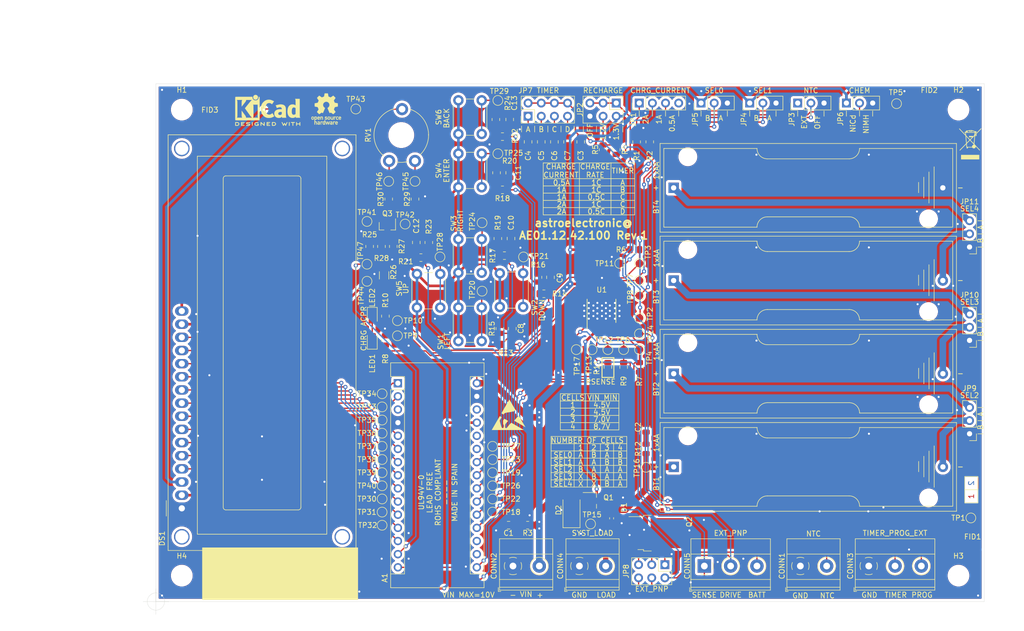
<source format=kicad_pcb>
(kicad_pcb (version 20171130) (host pcbnew 5.1.10-88a1d61d58~88~ubuntu16.04.1)
  (title_block (title "LTC4060 NiCd/NiMH 1-4 cell battery charger") (date 2021-10-01) (rev 1) (company astroelectronic@))
  (layers (0 F.Cu signal) (31 B.Cu signal) (34 B.Paste user) (35 F.Paste user) (36 B.SilkS user) (37 F.SilkS user) (38 B.Mask user) (39 F.Mask user) (44 Edge.Cuts user))
  (net 0 "")
  (net 1 GND)
  (net 2 VCC)
  (net 3 /~SHDN)
  (net 4 /charger/TIMER)
  (net 5 /charger/NTC)
  (net 6 /charger/PROG)
  (net 7 /charger/SYST_LOAD)
  (net 8 /charger/BATT)
  (net 9 /charger/DRIVE)
  (net 10 /charger/SENSE)
  (net 11 /charger/ARCT)
  (net 12 /charger/SEL1)
  (net 13 /charger/SEL0)
  (net 14 /charger/CHEM)
  (net 15 /charger/~CHRG)
  (net 16 /charger/~ACPR)
  (net 17 /PAUSE)
  (net 18 /control/BACK)
  (net 19 /control/ENTER)
  (net 20 /control/DOWN)
  (net 21 /control/UP)
  (net 22 /control/RIGHT)
  (net 23 /control/LEFT)
  (net 24 +5V)
  (net 25 /control/LCD_D1)
  (net 26 /control/LCD_D0)
  (net 27 /control/LCD_RS)
  (net 28 /control/LCD_RW)
  (net 29 /control/LCD_EN)
  (net 30 /control/LCD_D7)
  (net 31 /control/LCD_D6)
  (net 32 /control/LCD_D5)
  (net 33 /control/LCD_D4)
  (net 34 /control/LCD_D3)
  (net 35 /control/LCD_D2)
  (net 36 /control/CONTRAST)
  (net 37 /control/LCD_BL)
  (net 38 /control/LCD_BL_K)
  (net 39 /control/LCD_BL_A)
  (net 40 /control/LCD_BL_CTRL)
  (net 41 /charger/PNP_E)
  (net 42 /charger/PNP_B)
  (net 43 /charger/PNP_C)
  (net 44 "Net-(BT1-Pad2)")
  (net 45 "Net-(BT2-Pad1)")
  (net 46 "Net-(BT2-Pad2)")
  (net 47 "Net-(BT3-Pad1)")
  (net 48 "Net-(BT3-Pad2)")
  (net 49 "Net-(BT4-Pad1)")
  (net 50 "Net-(C1-Pad1)")
  (net 51 "Net-(C2-Pad1)")
  (net 52 "Net-(C4-Pad2)")
  (net 53 "Net-(C5-Pad2)")
  (net 54 "Net-(C6-Pad2)")
  (net 55 "Net-(C7-Pad2)")
  (net 56 "Net-(C8-Pad1)")
  (net 57 "Net-(C9-Pad1)")
  (net 58 "Net-(C10-Pad1)")
  (net 59 "Net-(C11-Pad1)")
  (net 60 "Net-(C12-Pad1)")
  (net 61 "Net-(C13-Pad1)")
  (net 62 "Net-(JP1-Pad3)")
  (net 63 "Net-(JP1-Pad1)")
  (net 64 "Net-(JP2-Pad4)")
  (net 65 "Net-(LED1-Pad1)")
  (net 66 "Net-(LED2-Pad1)")
  (net 67 "Net-(Q3-Pad3)")
  (net 68 "Net-(R29-Pad2)")
  (net 69 "Net-(R30-Pad1)")
  (module Package_TO_SOT_SMD:SuperSOT-3 (layer F.Cu) (at 134.239 130.556)
    (fp_text reference Q1 (at 3.175 -0.635) (layer F.SilkS))
    (fp_text value FDN306P hide)
    (pad 3 smd rect (at 1.1 0) (size 1.4 1) (layers F.Cu F.Paste F.Mask) (net 8 /charger/BATT))
    (pad 2 smd rect (at -1.1 0.95) (size 1.4 1) (layers F.Cu F.Paste F.Mask) (net 7 /charger/SYST_LOAD))
    (pad 1 smd rect (at -1.1 -0.95) (size 1.4 1) (layers F.Cu F.Paste F.Mask) (net 2 VCC))
  )
  (module Connector_PinHeader_2.54mm:PinHeader_1x03_P2.54mm_Vertical (layer F.Cu) (at 207.137 81.534 180)
    (fp_text reference JP11 (at 0 8.763) (layer F.SilkS))
    (fp_text value SEL4 (at 0 7.41) (layer F.SilkS))
    (pad 3 thru_hole oval (at 0 5.08 180) (size 1.7 1.7) (drill 1) (layers *.Cu *.Mask) (net 49 "Net-(BT4-Pad1)"))
    (pad 2 thru_hole oval (at 0 2.54 180) (size 1.7 1.7) (drill 1) (layers *.Cu *.Mask) (net 48 "Net-(BT3-Pad2)"))
    (pad 1 thru_hole rect (at 0 0 180) (size 1.7 1.7) (drill 1) (layers *.Cu *.Mask) (net 1 GND))
  )
  (module Connector_PinHeader_2.54mm:PinHeader_1x03_P2.54mm_Vertical (layer F.Cu) (at 207.137 99.568 180)
    (fp_text reference JP10 (at 0 8.763) (layer F.SilkS))
    (fp_text value SEL3 (at 0 7.41) (layer F.SilkS))
    (pad 3 thru_hole oval (at 0 5.08 180) (size 1.7 1.7) (drill 1) (layers *.Cu *.Mask) (net 47 "Net-(BT3-Pad1)"))
    (pad 2 thru_hole oval (at 0 2.54 180) (size 1.7 1.7) (drill 1) (layers *.Cu *.Mask) (net 46 "Net-(BT2-Pad2)"))
    (pad 1 thru_hole rect (at 0 0 180) (size 1.7 1.7) (drill 1) (layers *.Cu *.Mask) (net 1 GND))
  )
  (module Connector_PinHeader_2.54mm:PinHeader_1x03_P2.54mm_Vertical (layer F.Cu) (at 207.137 117.602 180)
    (fp_text reference JP9 (at 0 8.763) (layer F.SilkS))
    (fp_text value SEL2 (at 0 7.41) (layer F.SilkS))
    (pad 3 thru_hole oval (at 0 5.08 180) (size 1.7 1.7) (drill 1) (layers *.Cu *.Mask) (net 45 "Net-(BT2-Pad1)"))
    (pad 2 thru_hole oval (at 0 2.54 180) (size 1.7 1.7) (drill 1) (layers *.Cu *.Mask) (net 44 "Net-(BT1-Pad2)"))
    (pad 1 thru_hole rect (at 0 0 180) (size 1.7 1.7) (drill 1) (layers *.Cu *.Mask) (net 1 GND))
  )
  (module Battery:BatteryHolder_Keystone_2460_1xAA (layer F.Cu) (at 149.987 70.104)
    (fp_text reference BT4 (at -3.353 3.683 270) (layer F.SilkS))
    (fp_text value CELL4 hide)
    (fp_text user + (at -3.4 -0.06) (layer F.SilkS))
    (fp_text user - (at 55.37 -0.06) (layer F.SilkS))
    (pad 1 thru_hole rect (at 0 0 180) (size 2 2) (drill 1.02) (layers *.Cu *.Mask) (net 49 "Net-(BT4-Pad1)"))
    (pad 2 thru_hole circle (at 51.99 0 180) (size 2 2) (drill 1.02) (layers *.Cu *.Mask) (net 1 GND))
    (pad "" np_thru_hole circle (at 49.23 5.995) (size 2.64 2.64) (drill 2.64) (layers *.Cu *.Mask))
    (pad "" np_thru_hole circle (at 2.75 -5.995 90) (size 2.64 2.64) (drill 2.64) (layers *.Cu *.Mask))
  )
  (module Battery:BatteryHolder_Keystone_2460_1xAA (layer F.Cu) (at 149.987 88.011)
    (fp_text reference BT3 (at -3.353 3.175 270) (layer F.SilkS))
    (fp_text value CELL3 hide)
    (fp_text user + (at -3.4 -0.06) (layer F.SilkS))
    (fp_text user - (at 55.37 -0.06) (layer F.SilkS))
    (pad 1 thru_hole rect (at 0 0 180) (size 2 2) (drill 1.02) (layers *.Cu *.Mask) (net 47 "Net-(BT3-Pad1)"))
    (pad 2 thru_hole circle (at 51.99 0 180) (size 2 2) (drill 1.02) (layers *.Cu *.Mask) (net 48 "Net-(BT3-Pad2)"))
    (pad "" np_thru_hole circle (at 49.23 5.995) (size 2.64 2.64) (drill 2.64) (layers *.Cu *.Mask))
    (pad "" np_thru_hole circle (at 2.75 -5.995 90) (size 2.64 2.64) (drill 2.64) (layers *.Cu *.Mask))
  )
  (module Battery:BatteryHolder_Keystone_2460_1xAA (layer F.Cu) (at 150 106)
    (fp_text reference BT2 (at -3.353 2.966 90) (layer F.SilkS))
    (fp_text value CELL2 hide)
    (fp_text user + (at -3.4 -0.06) (layer F.SilkS))
    (fp_text user - (at 55.37 -0.06) (layer F.SilkS))
    (pad 1 thru_hole rect (at 0 0 180) (size 2 2) (drill 1.02) (layers *.Cu *.Mask) (net 45 "Net-(BT2-Pad1)"))
    (pad 2 thru_hole circle (at 51.99 0 180) (size 2 2) (drill 1.02) (layers *.Cu *.Mask) (net 46 "Net-(BT2-Pad2)"))
    (pad "" np_thru_hole circle (at 49.23 5.995) (size 2.64 2.64) (drill 2.64) (layers *.Cu *.Mask))
    (pad "" np_thru_hole circle (at 2.75 -5.995 90) (size 2.64 2.64) (drill 2.64) (layers *.Cu *.Mask))
  )
  (module Battery:BatteryHolder_Keystone_2460_1xAA (layer F.Cu) (at 150 124)
    (fp_text reference BT1 (at -3.353 3.254 270) (layer F.SilkS))
    (fp_text value CELL1 hide)
    (fp_text user + (at -3.4 -0.06) (layer F.SilkS))
    (fp_text user - (at 55.37 -0.06) (layer F.SilkS))
    (pad 1 thru_hole rect (at 0 0 180) (size 2 2) (drill 1.02) (layers *.Cu *.Mask) (net 8 /charger/BATT))
    (pad 2 thru_hole circle (at 51.99 0 180) (size 2 2) (drill 1.02) (layers *.Cu *.Mask) (net 44 "Net-(BT1-Pad2)"))
    (pad "" np_thru_hole circle (at 49.23 5.995) (size 2.64 2.64) (drill 2.64) (layers *.Cu *.Mask))
    (pad "" np_thru_hole circle (at 2.75 -5.995 90) (size 2.64 2.64) (drill 2.64) (layers *.Cu *.Mask))
  )
  (module Resistor_SMD:R_1206_3216Metric (layer F.Cu) (at 94.069 87.008 270)
    (fp_text reference R26 (at -0.635 -1.82 90) (layer F.SilkS))
    (fp_text value 33R hide)
    (pad 2 smd roundrect (at 1.4625 0 270) (size 1.125 1.75) (layers F.Cu F.Paste F.Mask) (roundrect_rratio 0.2222195555555556) (net 39 /control/LCD_BL_A))
    (pad 1 smd roundrect (at -1.4625 0 270) (size 1.125 1.75) (layers F.Cu F.Paste F.Mask) (roundrect_rratio 0.2222195555555556) (net 24 +5V))
  )
  (module Fiducial:Fiducial_1.5mm_Mask3mm (layer F.Cu) (at 60.414 57.544)
    (fp_text reference FID3 (at 0 -2.4765) (layer F.SilkS))
    (fp_text value Fiducial hide)
    (pad "" smd circle (at 0 0) (size 1.5 1.5) (layers F.Cu F.Mask) (clearance 0.75))
  )
  (module Fiducial:Fiducial_1.5mm_Mask3mm (layer F.Cu) (at 199.352 53.734)
    (fp_text reference FID2 (at 0 -2.4765) (layer F.SilkS))
    (fp_text value Fiducial hide)
    (pad "" smd circle (at 0 0) (size 1.5 1.5) (layers F.Cu F.Mask) (clearance 0.75))
  )
  (module Fiducial:Fiducial_1.5mm_Mask3mm (layer F.Cu) (at 207.734 139.967)
    (fp_text reference FID1 (at 0 -2.4765) (layer F.SilkS))
    (fp_text value Fiducial hide)
    (pad "" smd circle (at 0 0) (size 1.5 1.5) (layers F.Cu F.Mask) (clearance 0.75))
  )
  (module TestPoint:TestPoint_Pad_D1.5mm (layer F.Cu) (at 90.767 84.849)
    (fp_text reference TP47 (at -1.27 -2.54 90) (layer F.SilkS))
    (fp_text value LCD_BL hide)
    (pad 1 smd circle (at 0 0) (size 1.5 1.5) (layers F.Cu F.Mask) (net 37 /control/LCD_BL))
  )
  (module TestPoint:TestPoint_Pad_D1.5mm (layer F.Cu) (at 98.133 77.102)
    (fp_text reference TP42 (at 0 -1.778) (layer F.SilkS))
    (fp_text value LCD_BL_CTRL hide)
    (pad 1 smd circle (at 0 0) (size 1.5 1.5) (layers F.Cu F.Mask) (net 40 /control/LCD_BL_CTRL))
  )
  (module TestPoint:TestPoint_Pad_D1.5mm (layer F.Cu) (at 90.767 88.151)
    (fp_text reference TP44 (at -1.143 2.794 90) (layer F.SilkS))
    (fp_text value LCD_BL_A hide)
    (pad 1 smd circle (at 0 0) (size 1.5 1.5) (layers F.Cu F.Mask) (net 39 /control/LCD_BL_A))
  )
  (module TestPoint:TestPoint_Pad_D1.5mm (layer F.Cu) (at 90.767 76.594)
    (fp_text reference TP41 (at 0 -1.778) (layer F.SilkS))
    (fp_text value LCD_BL_K hide)
    (pad 1 smd circle (at 0 0) (size 1.5 1.5) (layers F.Cu F.Mask) (net 38 /control/LCD_BL_K))
  )
  (module TestPoint:TestPoint_Pad_D1.5mm (layer F.Cu) (at 93.688 127.648)
    (fp_text reference TP40 (at -2.921 0) (layer F.SilkS))
    (fp_text value LCD_D7 hide)
    (pad 1 smd circle (at 0 0) (size 1.5 1.5) (layers F.Cu F.Mask) (net 30 /control/LCD_D7))
  )
  (module TestPoint:TestPoint_Pad_D1.5mm (layer F.Cu) (at 93.688 125.108)
    (fp_text reference TP39 (at -2.921 0) (layer F.SilkS))
    (fp_text value LCD_D6 hide)
    (pad 1 smd circle (at 0 0) (size 1.5 1.5) (layers F.Cu F.Mask) (net 31 /control/LCD_D6))
  )
  (module TestPoint:TestPoint_Pad_D1.5mm (layer F.Cu) (at 93.688 122.568)
    (fp_text reference TP38 (at -2.921 0) (layer F.SilkS))
    (fp_text value LCD_D5 hide)
    (pad 1 smd circle (at 0 0) (size 1.5 1.5) (layers F.Cu F.Mask) (net 32 /control/LCD_D5))
  )
  (module TestPoint:TestPoint_Pad_D1.5mm (layer F.Cu) (at 93.688 120.028)
    (fp_text reference TP37 (at -2.921 0) (layer F.SilkS))
    (fp_text value LCD_D4 hide)
    (pad 1 smd circle (at 0 0) (size 1.5 1.5) (layers F.Cu F.Mask) (net 33 /control/LCD_D4))
  )
  (module TestPoint:TestPoint_Pad_D1.5mm (layer F.Cu) (at 93.688 117.488)
    (fp_text reference TP36 (at -2.921 0) (layer F.SilkS))
    (fp_text value LCD_D3 hide)
    (pad 1 smd circle (at 0 0) (size 1.5 1.5) (layers F.Cu F.Mask) (net 34 /control/LCD_D3))
  )
  (module TestPoint:TestPoint_Pad_D1.5mm (layer F.Cu) (at 93.688 114.948)
    (fp_text reference TP35 (at -2.921 0 180) (layer F.SilkS))
    (fp_text value LCD_D2 hide)
    (pad 1 smd circle (at 0 0) (size 1.5 1.5) (layers F.Cu F.Mask) (net 35 /control/LCD_D2))
  )
  (module TestPoint:TestPoint_Pad_D1.5mm (layer F.Cu) (at 93.688 109.868)
    (fp_text reference TP34 (at -2.921 0) (layer F.SilkS))
    (fp_text value LCD_D1 hide)
    (pad 1 smd circle (at 0 0) (size 1.5 1.5) (layers F.Cu F.Mask) (net 25 /control/LCD_D1))
  )
  (module TestPoint:TestPoint_Pad_D1.5mm (layer F.Cu) (at 93.688 112.408)
    (fp_text reference TP33 (at -2.921 0) (layer F.SilkS))
    (fp_text value LCD_D0 hide)
    (pad 1 smd circle (at 0 0) (size 1.5 1.5) (layers F.Cu F.Mask) (net 26 /control/LCD_D0))
  )
  (module TestPoint:TestPoint_Pad_D1.5mm (layer F.Cu) (at 93.688 135.268)
    (fp_text reference TP32 (at -2.794 0) (layer F.SilkS))
    (fp_text value LCD_RS hide)
    (pad 1 smd circle (at 0 0) (size 1.5 1.5) (layers F.Cu F.Mask) (net 27 /control/LCD_RS))
  )
  (module TestPoint:TestPoint_Pad_D1.5mm (layer F.Cu) (at 93.688 132.728)
    (fp_text reference TP31 (at -2.921 0) (layer F.SilkS))
    (fp_text value LCD_RW hide)
    (pad 1 smd circle (at 0 0) (size 1.5 1.5) (layers F.Cu F.Mask) (net 28 /control/LCD_RW))
  )
  (module TestPoint:TestPoint_Pad_D1.5mm (layer F.Cu) (at 93.688 130.188)
    (fp_text reference TP30 (at -2.921 0) (layer F.SilkS))
    (fp_text value LCD_EN hide)
    (pad 1 smd circle (at 0 0) (size 1.5 1.5) (layers F.Cu F.Mask) (net 29 /control/LCD_EN))
  )
  (module TestPoint:TestPoint_Pad_D1.5mm (layer F.Cu) (at 94.958 68.847)
    (fp_text reference TP46 (at -1.778 0 90) (layer F.SilkS))
    (fp_text value CONT_L hide)
    (pad 1 smd circle (at 0 0) (size 1.5 1.5) (layers F.Cu F.Mask) (net 69 "Net-(R30-Pad1)"))
  )
  (module TestPoint:TestPoint_Pad_D1.5mm (layer F.Cu) (at 100.038 68.847)
    (fp_text reference TP45 (at -1.778 0 90) (layer F.SilkS))
    (fp_text value CONT_H hide)
    (pad 1 smd circle (at 0 0) (size 1.5 1.5) (layers F.Cu F.Mask) (net 68 "Net-(R29-Pad2)"))
  )
  (module TestPoint:TestPoint_Pad_D1.5mm (layer F.Cu) (at 88.608 54.877)
    (fp_text reference TP43 (at 0 -1.905) (layer F.SilkS))
    (fp_text value CONT hide)
    (pad 1 smd circle (at 0 0) (size 1.5 1.5) (layers F.Cu F.Mask) (net 36 /control/CONTRAST))
  )
  (module TestPoint:TestPoint_Pad_D1.5mm (layer F.Cu) (at 116.04 53.226)
    (fp_text reference TP29 (at 0.292 -1.791) (layer F.SilkS))
    (fp_text value BACK_SW hide)
    (pad 1 smd circle (at 0 0) (size 1.5 1.5) (layers F.Cu F.Mask) (net 61 "Net-(C13-Pad1)"))
  )
  (module TestPoint:TestPoint_Pad_D1.5mm (layer F.Cu) (at 104.864 83.452)
    (fp_text reference TP28 (at 0 -2.921 90) (layer F.SilkS))
    (fp_text value UP_SW hide)
    (pad 1 smd circle (at 0 0) (size 1.5 1.5) (layers F.Cu F.Mask) (net 60 "Net-(C12-Pad1)"))
  )
  (module TestPoint:TestPoint_Pad_D1.5mm (layer F.Cu) (at 115.024 120.028)
    (fp_text reference TP27 (at 3.556 0) (layer F.SilkS))
    (fp_text value BACK hide)
    (pad 1 smd circle (at 0 0) (size 1.5 1.5) (layers F.Cu F.Mask) (net 18 /control/BACK))
  )
  (module TestPoint:TestPoint_Pad_D1.5mm (layer F.Cu) (at 115.024 127.648)
    (fp_text reference TP26 (at 3.556 0) (layer F.SilkS))
    (fp_text value UP hide)
    (pad 1 smd circle (at 0 0) (size 1.5 1.5) (layers F.Cu F.Mask) (net 21 /control/UP))
  )
  (module TestPoint:TestPoint_Pad_D1.5mm (layer F.Cu) (at 116.04 63.513)
    (fp_text reference TP25 (at 3.048 -0.127 180) (layer F.SilkS))
    (fp_text value ENTER_SW hide)
    (pad 1 smd circle (at 0 0) (size 1.5 1.5) (layers F.Cu F.Mask) (net 59 "Net-(C11-Pad1)"))
  )
  (module TestPoint:TestPoint_Pad_D1.5mm (layer F.Cu) (at 112.992 76.848)
    (fp_text reference TP24 (at -1.905 -0.254 90) (layer F.SilkS))
    (fp_text value RIGHT_SW hide)
    (pad 1 smd circle (at 0 0) (size 1.5 1.5) (layers F.Cu F.Mask) (net 58 "Net-(C10-Pad1)"))
  )
  (module TestPoint:TestPoint_Pad_D1.5mm (layer F.Cu) (at 115.024 122.568)
    (fp_text reference TP23 (at 3.556 0) (layer F.SilkS))
    (fp_text value ENTER hide)
    (pad 1 smd circle (at 0 0) (size 1.5 1.5) (layers F.Cu F.Mask) (net 19 /control/ENTER))
  )
  (module TestPoint:TestPoint_Pad_D1.5mm (layer F.Cu) (at 115.024 130.188)
    (fp_text reference TP22 (at 3.556 0) (layer F.SilkS))
    (fp_text value RIGHT hide)
    (pad 1 smd circle (at 0 0) (size 1.5 1.5) (layers F.Cu F.Mask) (net 22 /control/RIGHT))
  )
  (module TestPoint:TestPoint_Pad_D1.5mm (layer F.Cu) (at 120.993 83.452)
    (fp_text reference TP21 (at 3.086 -0.14 180) (layer F.SilkS))
    (fp_text value DOWN_SW hide)
    (pad 1 smd circle (at 0 0) (size 1.5 1.5) (layers F.Cu F.Mask) (net 57 "Net-(C9-Pad1)"))
  )
  (module TestPoint:TestPoint_Pad_D1.5mm (layer F.Cu) (at 112.992 90.056)
    (fp_text reference TP20 (at -1.905 -0.254 90) (layer F.SilkS))
    (fp_text value LEFT_SW hide)
    (pad 1 smd circle (at 0 0) (size 1.5 1.5) (layers F.Cu F.Mask) (net 56 "Net-(C8-Pad1)"))
  )
  (module TestPoint:TestPoint_Pad_D1.5mm (layer F.Cu) (at 115.024 125.108)
    (fp_text reference TP19 (at 3.556 0) (layer F.SilkS))
    (fp_text value DOWN hide)
    (pad 1 smd circle (at 0 0) (size 1.5 1.5) (layers F.Cu F.Mask) (net 20 /control/DOWN))
  )
  (module TestPoint:TestPoint_Pad_D1.5mm (layer F.Cu) (at 115.024 132.728)
    (fp_text reference TP18 (at 3.556 0) (layer F.SilkS))
    (fp_text value LEFT hide)
    (pad 1 smd circle (at 0 0) (size 1.5 1.5) (layers F.Cu F.Mask) (net 23 /control/LEFT))
  )
  (module TestPoint:TestPoint_Pad_D1.5mm (layer F.Cu) (at 143.383 101.346)
    (fp_text reference TP4 (at 1.905 1.651 90) (layer F.SilkS))
    (fp_text value PAUSE hide)
    (pad 1 smd circle (at 0 0) (size 1.5 1.5) (layers F.Cu F.Mask) (net 17 /PAUSE))
  )
  (module TestPoint:TestPoint_Pad_D1.5mm (layer F.Cu) (at 131.191 101.346)
    (fp_text reference TP17 (at 0.127 3.175 90) (layer F.SilkS))
    (fp_text value DRIVE hide)
    (pad 1 smd circle (at 0 0) (size 1.5 1.5) (layers F.Cu F.Mask) (net 9 /charger/DRIVE))
  )
  (module TestPoint:TestPoint_Pad_D1.5mm (layer F.Cu) (at 144.653 124.079)
    (fp_text reference TP16 (at -1.778 0.127 90) (layer F.SilkS))
    (fp_text value BATT hide)
    (pad 1 smd circle (at 0 0) (size 1.5 1.5) (layers F.Cu F.Mask) (net 8 /charger/BATT))
  )
  (module TestPoint:TestPoint_Pad_D1.5mm (layer F.Cu) (at 133.947 135.014)
    (fp_text reference TP15 (at 0.292 -1.791 180) (layer F.SilkS))
    (fp_text value SYST_LOAD hide)
    (pad 1 smd circle (at 0 0) (size 1.5 1.5) (layers F.Cu F.Mask) (net 7 /charger/SYST_LOAD))
  )
  (module TestPoint:TestPoint_Pad_D1.5mm (layer F.Cu) (at 137.287 101.346)
    (fp_text reference TP12 (at -0.762 -1.905 180) (layer F.SilkS))
    (fp_text value TIMER hide)
    (pad 1 smd circle (at 0 0) (size 1.5 1.5) (layers F.Cu F.Mask) (net 4 /charger/TIMER))
  )
  (module TestPoint:TestPoint_Pad_D1.5mm (layer F.Cu) (at 134.239 101.346)
    (fp_text reference TP13 (at -0.635 3.048 90) (layer F.SilkS))
    (fp_text value SENSE hide)
    (pad 1 smd circle (at 0 0) (size 1.5 1.5) (layers F.Cu F.Mask) (net 10 /charger/SENSE))
  )
  (module TestPoint:TestPoint_Pad_D1.5mm (layer F.Cu) (at 139.573 84.709)
    (fp_text reference TP11 (at -2.921 0) (layer F.SilkS))
    (fp_text value CHEM hide)
    (pad 1 smd circle (at 0 0) (size 1.5 1.5) (layers F.Cu F.Mask) (net 14 /charger/CHEM))
  )
  (module TestPoint:TestPoint_Pad_D1.5mm (layer F.Cu) (at 96.647 95.758)
    (fp_text reference TP10 (at 3.048 0 180) (layer F.SilkS))
    (fp_text value ACPR hide)
    (pad 1 smd circle (at 0 0) (size 1.5 1.5) (layers F.Cu F.Mask) (net 16 /charger/~ACPR))
  )
  (module TestPoint:TestPoint_Pad_D1.5mm (layer F.Cu) (at 96.647 98.679)
    (fp_text reference TP9 (at 2.54 0) (layer F.SilkS))
    (fp_text value CHRG hide)
    (pad 1 smd circle (at 0 0) (size 1.5 1.5) (layers F.Cu F.Mask) (net 15 /charger/~CHRG))
  )
  (module TestPoint:TestPoint_Pad_D1.5mm (layer F.Cu) (at 143.383 90.932)
    (fp_text reference TP8 (at -1.778 0.254 90) (layer F.SilkS))
    (fp_text value SEL0 hide)
    (pad 1 smd circle (at 0 0) (size 1.5 1.5) (layers F.Cu F.Mask) (net 13 /charger/SEL0))
  )
  (module TestPoint:TestPoint_Pad_D1.5mm (layer F.Cu) (at 143.383 88.011)
    (fp_text reference TP7 (at -1.778 0 90) (layer F.SilkS))
    (fp_text value SEL1 hide)
    (pad 1 smd circle (at 0 0) (size 1.5 1.5) (layers F.Cu F.Mask) (net 12 /charger/SEL1))
  )
  (module TestPoint:TestPoint_Pad_D1.5mm (layer F.Cu) (at 140.335 101.346)
    (fp_text reference TP6 (at -0.127 -1.905) (layer F.SilkS))
    (fp_text value SHDN hide)
    (pad 1 smd circle (at 0 0) (size 1.5 1.5) (layers F.Cu F.Mask) (net 3 /~SHDN))
  )
  (module TestPoint:TestPoint_Pad_D1.5mm (layer F.Cu) (at 193.04 53.848)
    (fp_text reference TP5 (at -0.127 -2.159) (layer F.SilkS))
    (fp_text value VIN hide)
    (pad 1 smd circle (at 0 0) (size 1.5 1.5) (layers F.Cu F.Mask) (net 2 VCC))
  )
  (module TestPoint:TestPoint_Pad_D1.5mm (layer F.Cu) (at 143.383 84.709)
    (fp_text reference TP3 (at 1.651 -2.159 270) (layer F.SilkS))
    (fp_text value NTC hide)
    (pad 1 smd circle (at 0 0) (size 1.5 1.5) (layers F.Cu F.Mask) (net 5 /charger/NTC))
  )
  (module TestPoint:TestPoint_Pad_D1.5mm (layer F.Cu) (at 143.383 95.25)
    (fp_text reference TP2 (at 2.032 -0.762 90) (layer F.SilkS))
    (fp_text value ARCT hide)
    (pad 1 smd circle (at 0 0) (size 1.5 1.5) (layers F.Cu F.Mask) (net 11 /charger/ARCT))
  )
  (module TestPoint:TestPoint_Pad_D1.5mm (layer F.Cu) (at 207.391 133.858)
    (fp_text reference TP1 (at -2.413 0 180) (layer F.SilkS))
    (fp_text value GND hide)
    (pad 1 smd circle (at 0 0) (size 1.5 1.5) (layers F.Cu F.Mask) (net 1 GND))
  )
  (module TestPoint:TestPoint_Pad_D1.5mm (layer F.Cu) (at 143.383 98.298)
    (fp_text reference TP14 (at 2.159 0.127 270) (layer F.SilkS))
    (fp_text value PROG hide)
    (pad 1 smd circle (at 0 0) (size 1.5 1.5) (layers F.Cu F.Mask) (net 6 /charger/PROG))
  )
  (module Resistor_SMD:R_0805_2012Metric (layer F.Cu) (at 93.561 81.42 90)
    (fp_text reference R28 (at -2.286 0 180) (layer F.SilkS))
    (fp_text value 100R hide)
    (pad 2 smd roundrect (at 0.9125 0 90) (size 1.025 1.4) (layers F.Cu F.Paste F.Mask) (roundrect_rratio 0.2439004878048781) (net 40 /control/LCD_BL_CTRL))
    (pad 1 smd roundrect (at -0.9125 0 90) (size 1.025 1.4) (layers F.Cu F.Paste F.Mask) (roundrect_rratio 0.2439004878048781) (net 37 /control/LCD_BL))
  )
  (module Resistor_SMD:R_0805_2012Metric (layer F.Cu) (at 95.847 81.42 270)
    (fp_text reference R27 (at 0 -1.651 270) (layer F.SilkS))
    (fp_text value 10K hide)
    (pad 2 smd roundrect (at 0.9125 0 270) (size 1.025 1.4) (layers F.Cu F.Paste F.Mask) (roundrect_rratio 0.2439004878048781) (net 1 GND))
    (pad 1 smd roundrect (at -0.9125 0 270) (size 1.025 1.4) (layers F.Cu F.Paste F.Mask) (roundrect_rratio 0.2439004878048781) (net 40 /control/LCD_BL_CTRL))
  )
  (module Resistor_SMD:R_0805_2012Metric (layer F.Cu) (at 91.275 81.42 270)
    (fp_text reference R25 (at -2.286 0 180) (layer F.SilkS))
    (fp_text value 1K hide)
    (pad 2 smd roundrect (at 0.9125 0 270) (size 1.025 1.4) (layers F.Cu F.Paste F.Mask) (roundrect_rratio 0.2439004878048781) (net 1 GND))
    (pad 1 smd roundrect (at -0.9125 0 270) (size 1.025 1.4) (layers F.Cu F.Paste F.Mask) (roundrect_rratio 0.2439004878048781) (net 67 "Net-(Q3-Pad3)"))
  )
  (module Package_TO_SOT_SMD:SOT-23 (layer F.Cu) (at 94.704 77.483 270)
    (fp_text reference Q3 (at -2.413 0 180) (layer F.SilkS))
    (fp_text value BC817-25 hide)
    (pad 3 smd rect (at 1 0 270) (size 0.9 0.8) (layers F.Cu F.Paste F.Mask) (net 67 "Net-(Q3-Pad3)"))
    (pad 2 smd rect (at -1 0.95 270) (size 0.9 0.8) (layers F.Cu F.Paste F.Mask) (net 38 /control/LCD_BL_K))
    (pad 1 smd rect (at -1 -0.95 270) (size 0.9 0.8) (layers F.Cu F.Paste F.Mask) (net 40 /control/LCD_BL_CTRL))
  )
  (module Potentiometer_THT:Potentiometer_Piher_PT-10-V10_Vertical_Hole (layer F.Cu) (at 100.038 64.91 90)
    (fp_text reference RV1 (at 5 -9.05 90) (layer F.SilkS))
    (fp_text value 10K hide)
    (pad "" np_thru_hole circle (at 5 -2.65 90) (size 4 4) (drill 4) (layers *.Cu *.Mask))
    (pad 1 thru_hole circle (at 0 0 90) (size 2.34 2.34) (drill 1.3) (layers *.Cu *.Mask) (net 68 "Net-(R29-Pad2)"))
    (pad 2 thru_hole circle (at 10 -2.5 90) (size 2.34 2.34) (drill 1.3) (layers *.Cu *.Mask) (net 36 /control/CONTRAST))
    (pad 3 thru_hole circle (at 0 -5 90) (size 2.34 2.34) (drill 1.3) (layers *.Cu *.Mask) (net 69 "Net-(R30-Pad1)"))
  )
  (module Resistor_SMD:R_0805_2012Metric (layer F.Cu) (at 94.958 72.276 270)
    (fp_text reference R30 (at 0 1.524 90) (layer F.SilkS))
    (fp_text value 1K hide)
    (pad 2 smd roundrect (at 0.9125 0 270) (size 1.025 1.4) (layers F.Cu F.Paste F.Mask) (roundrect_rratio 0.2439004878048781) (net 1 GND))
    (pad 1 smd roundrect (at -0.9125 0 270) (size 1.025 1.4) (layers F.Cu F.Paste F.Mask) (roundrect_rratio 0.2439004878048781) (net 69 "Net-(R30-Pad1)"))
  )
  (module Resistor_SMD:R_0805_2012Metric (layer F.Cu) (at 100.038 72.276 90)
    (fp_text reference R29 (at 0 -1.524 90) (layer F.SilkS))
    (fp_text value 1K hide)
    (pad 2 smd roundrect (at 0.9125 0 90) (size 1.025 1.4) (layers F.Cu F.Paste F.Mask) (roundrect_rratio 0.2439004878048781) (net 68 "Net-(R29-Pad2)"))
    (pad 1 smd roundrect (at -0.9125 0 90) (size 1.025 1.4) (layers F.Cu F.Paste F.Mask) (roundrect_rratio 0.2439004878048781) (net 24 +5V))
  )
  (module Display:WC1602A (layer F.Cu) (at 55 132.0009 90)
    (fp_text reference DS1 (at -5.82 -3.81 90) (layer F.SilkS))
    (fp_text value WC1602A hide)
    (pad "" thru_hole circle (at 69.5 0 90) (size 3 3) (drill 2.5) (layers *.Cu *.Mask))
    (pad "" thru_hole circle (at 69.49948 31.0007 90) (size 3 3) (drill 2.5) (layers *.Cu *.Mask))
    (pad "" thru_hole circle (at -5.4991 31.0007 90) (size 3 3) (drill 2.5) (layers *.Cu *.Mask))
    (pad "" thru_hole circle (at -5.4991 0 90) (size 3 3) (drill 2.5) (layers *.Cu *.Mask))
    (pad 16 thru_hole oval (at 38.1 0 90) (size 1.8 2.6) (drill 1.2) (layers *.Cu *.Mask) (net 38 /control/LCD_BL_K))
    (pad 15 thru_hole oval (at 35.56 0 90) (size 1.8 2.6) (drill 1.2) (layers *.Cu *.Mask) (net 39 /control/LCD_BL_A))
    (pad 14 thru_hole oval (at 33.02 0 90) (size 1.8 2.6) (drill 1.2) (layers *.Cu *.Mask) (net 30 /control/LCD_D7))
    (pad 13 thru_hole oval (at 30.48 0 90) (size 1.8 2.6) (drill 1.2) (layers *.Cu *.Mask) (net 31 /control/LCD_D6))
    (pad 12 thru_hole oval (at 27.94 0 90) (size 1.8 2.6) (drill 1.2) (layers *.Cu *.Mask) (net 32 /control/LCD_D5))
    (pad 11 thru_hole oval (at 25.4 0 90) (size 1.8 2.6) (drill 1.2) (layers *.Cu *.Mask) (net 33 /control/LCD_D4))
    (pad 10 thru_hole oval (at 22.86 0 90) (size 1.8 2.6) (drill 1.2) (layers *.Cu *.Mask) (net 34 /control/LCD_D3))
    (pad 9 thru_hole oval (at 20.32 0 90) (size 1.8 2.6) (drill 1.2) (layers *.Cu *.Mask) (net 35 /control/LCD_D2))
    (pad 8 thru_hole oval (at 17.78 0 90) (size 1.8 2.6) (drill 1.2) (layers *.Cu *.Mask) (net 25 /control/LCD_D1))
    (pad 7 thru_hole oval (at 15.24 0 90) (size 1.8 2.6) (drill 1.2) (layers *.Cu *.Mask) (net 26 /control/LCD_D0))
    (pad 6 thru_hole oval (at 12.7 0 90) (size 1.8 2.6) (drill 1.2) (layers *.Cu *.Mask) (net 29 /control/LCD_EN))
    (pad 5 thru_hole oval (at 10.16 0 90) (size 1.8 2.6) (drill 1.2) (layers *.Cu *.Mask) (net 28 /control/LCD_RW))
    (pad 4 thru_hole oval (at 7.62 0 90) (size 1.8 2.6) (drill 1.2) (layers *.Cu *.Mask) (net 27 /control/LCD_RS))
    (pad 3 thru_hole oval (at 5.08 0 90) (size 1.8 2.6) (drill 1.2) (layers *.Cu *.Mask) (net 36 /control/CONTRAST))
    (pad 2 thru_hole oval (at 2.54 0 90) (size 1.8 2.6) (drill 1.2) (layers *.Cu *.Mask) (net 24 +5V))
    (pad 1 thru_hole rect (at 0 0 90) (size 1.8 2.6) (drill 1.2) (layers *.Cu *.Mask) (net 1 GND))
  )
  (module Button_Switch_THT:SW_PUSH_6mm (layer F.Cu) (at 108.42 69.99 90)
    (fp_text reference SW4 (at 3.25 -3.81 90) (layer F.SilkS))
    (fp_text value ENTER (at 3.198 -2.286 90) (layer F.SilkS))
    (pad 1 thru_hole circle (at 6.5 0 180) (size 2 2) (drill 1.1) (layers *.Cu *.Mask) (net 24 +5V))
    (pad 2 thru_hole circle (at 6.5 4.5 180) (size 2 2) (drill 1.1) (layers *.Cu *.Mask) (net 59 "Net-(C11-Pad1)"))
    (pad 1 thru_hole circle (at 0 0 180) (size 2 2) (drill 1.1) (layers *.Cu *.Mask) (net 24 +5V))
    (pad 2 thru_hole circle (at 0 4.5 180) (size 2 2) (drill 1.1) (layers *.Cu *.Mask) (net 59 "Net-(C11-Pad1)"))
  )
  (module Button_Switch_THT:SW_PUSH_6mm (layer F.Cu) (at 116.421 93.104 90)
    (fp_text reference SW2 (at -0.127 6.731 90) (layer F.SilkS))
    (fp_text value DOWN (at -0.635 8.128 90) (layer F.SilkS))
    (pad 1 thru_hole circle (at 6.5 0 180) (size 2 2) (drill 1.1) (layers *.Cu *.Mask) (net 24 +5V))
    (pad 2 thru_hole circle (at 6.5 4.5 180) (size 2 2) (drill 1.1) (layers *.Cu *.Mask) (net 57 "Net-(C9-Pad1)"))
    (pad 1 thru_hole circle (at 0 0 180) (size 2 2) (drill 1.1) (layers *.Cu *.Mask) (net 24 +5V))
    (pad 2 thru_hole circle (at 0 4.5 180) (size 2 2) (drill 1.1) (layers *.Cu *.Mask) (net 57 "Net-(C9-Pad1)"))
  )
  (module Resistor_SMD:R_0805_2012Metric (layer F.Cu) (at 115.786 67.196 90)
    (fp_text reference R20 (at 2.286 2.54) (layer F.SilkS))
    (fp_text value 10K hide)
    (pad 2 smd roundrect (at 0.9125 0 90) (size 1.025 1.4) (layers F.Cu F.Paste F.Mask) (roundrect_rratio 0.2439004878048781) (net 1 GND))
    (pad 1 smd roundrect (at -0.9125 0 90) (size 1.025 1.4) (layers F.Cu F.Paste F.Mask) (roundrect_rratio 0.2439004878048781) (net 59 "Net-(C11-Pad1)"))
  )
  (module Resistor_SMD:R_0805_2012Metric (layer F.Cu) (at 116.929 70.498)
    (fp_text reference R18 (at 0 1.651) (layer F.SilkS))
    (fp_text value 100R hide)
    (pad 2 smd roundrect (at 0.9125 0) (size 1.025 1.4) (layers F.Cu F.Paste F.Mask) (roundrect_rratio 0.2439004878048781) (net 19 /control/ENTER))
    (pad 1 smd roundrect (at -0.9125 0) (size 1.025 1.4) (layers F.Cu F.Paste F.Mask) (roundrect_rratio 0.2439004878048781) (net 59 "Net-(C11-Pad1)"))
  )
  (module Resistor_SMD:R_0805_2012Metric (layer F.Cu) (at 123.787 87.389 90)
    (fp_text reference R16 (at 2.426 0.038 180) (layer F.SilkS))
    (fp_text value 10K hide)
    (pad 2 smd roundrect (at 0.9125 0 90) (size 1.025 1.4) (layers F.Cu F.Paste F.Mask) (roundrect_rratio 0.2439004878048781) (net 1 GND))
    (pad 1 smd roundrect (at -0.9125 0 90) (size 1.025 1.4) (layers F.Cu F.Paste F.Mask) (roundrect_rratio 0.2439004878048781) (net 57 "Net-(C9-Pad1)"))
  )
  (module Resistor_SMD:R_0805_2012Metric (layer F.Cu) (at 124.93 90.564)
    (fp_text reference R14 (at 3.048 0) (layer F.SilkS))
    (fp_text value 100R hide)
    (pad 2 smd roundrect (at 0.9125 0) (size 1.025 1.4) (layers F.Cu F.Paste F.Mask) (roundrect_rratio 0.2439004878048781) (net 20 /control/DOWN))
    (pad 1 smd roundrect (at -0.9125 0) (size 1.025 1.4) (layers F.Cu F.Paste F.Mask) (roundrect_rratio 0.2439004878048781) (net 57 "Net-(C9-Pad1)"))
  )
  (module Capacitor_SMD:C_0805_2012Metric (layer F.Cu) (at 118.326 67.196 90)
    (fp_text reference C11 (at 0 1.651 90) (layer F.SilkS))
    (fp_text value 10nF hide)
    (pad 2 smd roundrect (at 0.95 0 90) (size 1 1.45) (layers F.Cu F.Paste F.Mask) (net 1 GND))
    (pad 1 smd roundrect (at -0.95 0 90) (size 1 1.45) (layers F.Cu F.Paste F.Mask) (net 59 "Net-(C11-Pad1)"))
  )
  (module Capacitor_SMD:C_0805_2012Metric (layer F.Cu) (at 126.2 87.389 90)
    (fp_text reference C9 (at -0.114 1.816 90) (layer F.SilkS))
    (fp_text value 10nF hide)
    (pad 2 smd roundrect (at 0.95 0 90) (size 1 1.45) (layers F.Cu F.Paste F.Mask) (net 1 GND))
    (pad 1 smd roundrect (at -0.95 0 90) (size 1 1.45) (layers F.Cu F.Paste F.Mask) (net 57 "Net-(C9-Pad1)"))
  )
  (module Button_Switch_THT:SW_PUSH_6mm (layer F.Cu) (at 108.42 59.703 90)
    (fp_text reference SW6 (at 3.25 -3.81 90) (layer F.SilkS))
    (fp_text value BACK (at 3.048 -2.286 90) (layer F.SilkS))
    (pad 1 thru_hole circle (at 6.5 0 180) (size 2 2) (drill 1.1) (layers *.Cu *.Mask) (net 24 +5V))
    (pad 2 thru_hole circle (at 6.5 4.5 180) (size 2 2) (drill 1.1) (layers *.Cu *.Mask) (net 61 "Net-(C13-Pad1)"))
    (pad 1 thru_hole circle (at 0 0 180) (size 2 2) (drill 1.1) (layers *.Cu *.Mask) (net 24 +5V))
    (pad 2 thru_hole circle (at 0 4.5 180) (size 2 2) (drill 1.1) (layers *.Cu *.Mask) (net 61 "Net-(C13-Pad1)"))
  )
  (module Button_Switch_THT:SW_PUSH_6mm (layer F.Cu) (at 100.419 93.231 90)
    (fp_text reference SW5 (at 3.683 -3.429 90) (layer F.SilkS))
    (fp_text value UP (at 3.683 -2.159 90) (layer F.SilkS))
    (pad 1 thru_hole circle (at 6.5 0 180) (size 2 2) (drill 1.1) (layers *.Cu *.Mask) (net 24 +5V))
    (pad 2 thru_hole circle (at 6.5 4.5 180) (size 2 2) (drill 1.1) (layers *.Cu *.Mask) (net 60 "Net-(C12-Pad1)"))
    (pad 1 thru_hole circle (at 0 0 180) (size 2 2) (drill 1.1) (layers *.Cu *.Mask) (net 24 +5V))
    (pad 2 thru_hole circle (at 0 4.5 180) (size 2 2) (drill 1.1) (layers *.Cu *.Mask) (net 60 "Net-(C12-Pad1)"))
  )
  (module Button_Switch_THT:SW_PUSH_6mm (layer F.Cu) (at 108.42 86.5 90)
    (fp_text reference SW3 (at 9.525 -0.889 90) (layer F.SilkS))
    (fp_text value RIGHT (at 10.033 0.381 90) (layer F.SilkS))
    (pad 1 thru_hole circle (at 6.5 0 180) (size 2 2) (drill 1.1) (layers *.Cu *.Mask) (net 24 +5V))
    (pad 2 thru_hole circle (at 6.5 4.5 180) (size 2 2) (drill 1.1) (layers *.Cu *.Mask) (net 58 "Net-(C10-Pad1)"))
    (pad 1 thru_hole circle (at 0 0 180) (size 2 2) (drill 1.1) (layers *.Cu *.Mask) (net 24 +5V))
    (pad 2 thru_hole circle (at 0 4.5 180) (size 2 2) (drill 1.1) (layers *.Cu *.Mask) (net 58 "Net-(C10-Pad1)"))
  )
  (module Button_Switch_THT:SW_PUSH_6mm (layer F.Cu) (at 108.42 99.708 90)
    (fp_text reference SW1 (at -0.127 -3.429 90) (layer F.SilkS))
    (fp_text value LEFT (at 0 -2.159 90) (layer F.SilkS))
    (pad 1 thru_hole circle (at 6.5 0 180) (size 2 2) (drill 1.1) (layers *.Cu *.Mask) (net 24 +5V))
    (pad 2 thru_hole circle (at 6.5 4.5 180) (size 2 2) (drill 1.1) (layers *.Cu *.Mask) (net 56 "Net-(C8-Pad1)"))
    (pad 1 thru_hole circle (at 0 0 180) (size 2 2) (drill 1.1) (layers *.Cu *.Mask) (net 24 +5V))
    (pad 2 thru_hole circle (at 0 4.5 180) (size 2 2) (drill 1.1) (layers *.Cu *.Mask) (net 56 "Net-(C8-Pad1)"))
  )
  (module Resistor_SMD:R_0805_2012Metric (layer F.Cu) (at 115.659 56.909 90)
    (fp_text reference R24 (at 3.175 2.286 90) (layer F.SilkS))
    (fp_text value 10K hide)
    (pad 2 smd roundrect (at 0.9125 0 90) (size 1.025 1.4) (layers F.Cu F.Paste F.Mask) (roundrect_rratio 0.2439004878048781) (net 1 GND))
    (pad 1 smd roundrect (at -0.9125 0 90) (size 1.025 1.4) (layers F.Cu F.Paste F.Mask) (roundrect_rratio 0.2439004878048781) (net 61 "Net-(C13-Pad1)"))
  )
  (module Resistor_SMD:R_0805_2012Metric (layer F.Cu) (at 116.929 60.211)
    (fp_text reference R22 (at 2.413 -0.127 270) (layer F.SilkS))
    (fp_text value 100R hide)
    (pad 2 smd roundrect (at 0.9125 0) (size 1.025 1.4) (layers F.Cu F.Paste F.Mask) (roundrect_rratio 0.2439004878048781) (net 18 /control/BACK))
    (pad 1 smd roundrect (at -0.9125 0) (size 1.025 1.4) (layers F.Cu F.Paste F.Mask) (roundrect_rratio 0.2439004878048781) (net 61 "Net-(C13-Pad1)"))
  )
  (module Resistor_SMD:R_0805_2012Metric (layer F.Cu) (at 102.705 80.658 90)
    (fp_text reference R23 (at 3.048 0 90) (layer F.SilkS))
    (fp_text value 10K hide)
    (pad 2 smd roundrect (at 0.9125 0 90) (size 1.025 1.4) (layers F.Cu F.Paste F.Mask) (roundrect_rratio 0.2439004878048781) (net 1 GND))
    (pad 1 smd roundrect (at -0.9125 0 90) (size 1.025 1.4) (layers F.Cu F.Paste F.Mask) (roundrect_rratio 0.2439004878048781) (net 60 "Net-(C12-Pad1)"))
  )
  (module Resistor_SMD:R_0805_2012Metric (layer F.Cu) (at 101.181 83.579)
    (fp_text reference R21 (at -2.921 0.762 180) (layer F.SilkS))
    (fp_text value 100R hide)
    (pad 2 smd roundrect (at 0.9125 0) (size 1.025 1.4) (layers F.Cu F.Paste F.Mask) (roundrect_rratio 0.2439004878048781) (net 21 /control/UP))
    (pad 1 smd roundrect (at -0.9125 0) (size 1.025 1.4) (layers F.Cu F.Paste F.Mask) (roundrect_rratio 0.2439004878048781) (net 60 "Net-(C12-Pad1)"))
  )
  (module Resistor_SMD:R_0805_2012Metric (layer F.Cu) (at 116.04 79.896 90)
    (fp_text reference R19 (at 3.048 0 90) (layer F.SilkS))
    (fp_text value 10K hide)
    (pad 2 smd roundrect (at 0.9125 0 90) (size 1.025 1.4) (layers F.Cu F.Paste F.Mask) (roundrect_rratio 0.2439004878048781) (net 1 GND))
    (pad 1 smd roundrect (at -0.9125 0 90) (size 1.025 1.4) (layers F.Cu F.Paste F.Mask) (roundrect_rratio 0.2439004878048781) (net 58 "Net-(C10-Pad1)"))
  )
  (module Resistor_SMD:R_0805_2012Metric (layer F.Cu) (at 117.31 83.198)
    (fp_text reference R17 (at -2.286 0 90) (layer F.SilkS))
    (fp_text value 100R hide)
    (pad 2 smd roundrect (at 0.9125 0) (size 1.025 1.4) (layers F.Cu F.Paste F.Mask) (roundrect_rratio 0.2439004878048781) (net 22 /control/RIGHT))
    (pad 1 smd roundrect (at -0.9125 0) (size 1.025 1.4) (layers F.Cu F.Paste F.Mask) (roundrect_rratio 0.2439004878048781) (net 58 "Net-(C10-Pad1)"))
  )
  (module Resistor_SMD:R_0805_2012Metric (layer F.Cu) (at 116.421 97.295 90)
    (fp_text reference R15 (at 0 -1.524 90) (layer F.SilkS))
    (fp_text value 10K hide)
    (pad 2 smd roundrect (at 0.9125 0 90) (size 1.025 1.4) (layers F.Cu F.Paste F.Mask) (roundrect_rratio 0.2439004878048781) (net 1 GND))
    (pad 1 smd roundrect (at -0.9125 0 90) (size 1.025 1.4) (layers F.Cu F.Paste F.Mask) (roundrect_rratio 0.2439004878048781) (net 56 "Net-(C8-Pad1)"))
  )
  (module Resistor_SMD:R_0805_2012Metric (layer F.Cu) (at 117.564 100.343)
    (fp_text reference R13 (at 0 1.651) (layer F.SilkS))
    (fp_text value 100R hide)
    (pad 2 smd roundrect (at 0.9125 0) (size 1.025 1.4) (layers F.Cu F.Paste F.Mask) (roundrect_rratio 0.2439004878048781) (net 23 /control/LEFT))
    (pad 1 smd roundrect (at -0.9125 0) (size 1.025 1.4) (layers F.Cu F.Paste F.Mask) (roundrect_rratio 0.2439004878048781) (net 56 "Net-(C8-Pad1)"))
  )
  (module Capacitor_SMD:C_0805_2012Metric (layer F.Cu) (at 118.326 56.909 90)
    (fp_text reference C13 (at 3.175 0.889 90) (layer F.SilkS))
    (fp_text value 10nF hide)
    (pad 2 smd roundrect (at 0.95 0 90) (size 1 1.45) (layers F.Cu F.Paste F.Mask) (net 1 GND))
    (pad 1 smd roundrect (at -0.95 0 90) (size 1 1.45) (layers F.Cu F.Paste F.Mask) (net 61 "Net-(C13-Pad1)"))
  )
  (module Capacitor_SMD:C_0805_2012Metric (layer F.Cu) (at 100.292 80.658 90)
    (fp_text reference C12 (at 3.175 0 90) (layer F.SilkS))
    (fp_text value 10nF hide)
    (pad 2 smd roundrect (at 0.95 0 90) (size 1 1.45) (layers F.Cu F.Paste F.Mask) (net 1 GND))
    (pad 1 smd roundrect (at -0.95 0 90) (size 1 1.45) (layers F.Cu F.Paste F.Mask) (net 60 "Net-(C12-Pad1)"))
  )
  (module Capacitor_SMD:C_0805_2012Metric (layer F.Cu) (at 118.58 79.896 90)
    (fp_text reference C10 (at 3.048 0 90) (layer F.SilkS))
    (fp_text value 10nF hide)
    (pad 2 smd roundrect (at 0.95 0 90) (size 1 1.45) (layers F.Cu F.Paste F.Mask) (net 1 GND))
    (pad 1 smd roundrect (at -0.95 0 90) (size 1 1.45) (layers F.Cu F.Paste F.Mask) (net 58 "Net-(C10-Pad1)"))
  )
  (module Capacitor_SMD:C_0805_2012Metric (layer F.Cu) (at 118.834 97.295 90)
    (fp_text reference C8 (at 0 1.651 90) (layer F.SilkS))
    (fp_text value 10nF hide)
    (pad 2 smd roundrect (at 0.95 0 90) (size 1 1.45) (layers F.Cu F.Paste F.Mask) (net 1 GND))
    (pad 1 smd roundrect (at -0.95 0 90) (size 1 1.45) (layers F.Cu F.Paste F.Mask) (net 56 "Net-(C8-Pad1)"))
  )
  (module Symbol:WEEE-Logo_4.2x6mm_SilkScreen (layer F.Cu) (at 207.264 61.595)
    (fp_text reference LOGO3 hide)
    (fp_text value WEEE_logo hide)
  )
  (module Symbol:KiCad-Logo2_5mm_SilkScreen (layer F.Cu) (at 71.59 55.131)
    (fp_text reference LOGO1 hide)
    (fp_text value KiCad_logo hide)
  )
  (module Symbol:OSHW-Logo_5.7x6mm_SilkScreen (layer F.Cu) (at 82.893 54.877)
    (fp_text reference LOGO2 hide)
    (fp_text value Logo_Open_Hardware_Small hide)
  )
  (module Symbol:ESD-Logo_6.6x6mm_SilkScreen (layer F.Cu) (at 118.11 113.919)
    (fp_text reference SYM1 hide)
    (fp_text value SYM_ESD_Small hide)
  )
  (module Connector_PinHeader_2.54mm:PinHeader_1x03_P2.54mm_Vertical (layer F.Cu) (at 164.681 53.734 90)
    (fp_text reference JP4 (at -3.175 -1.143 90) (layer F.SilkS))
    (fp_text value SEL1 (at 2.426 2.54 180) (layer F.SilkS))
    (pad 3 thru_hole oval (at 0 5.08 90) (size 1.7 1.7) (drill 1) (layers *.Cu *.Mask) (net 1 GND))
    (pad 2 thru_hole oval (at 0 2.54 90) (size 1.7 1.7) (drill 1) (layers *.Cu *.Mask) (net 12 /charger/SEL1))
    (pad 1 thru_hole rect (at 0 0 90) (size 1.7 1.7) (drill 1) (layers *.Cu *.Mask) (net 2 VCC))
  )
  (module Package_SO:TSSOP-16-1EP_4.4x5mm_P0.65mm (layer F.Cu) (at 136.106 93.866 90)
    (fp_text reference U1 (at 4.064 0 180) (layer F.SilkS))
    (fp_text value LTC4060EFE hide)
    (pad 17 smd rect (at -0.735 -1.3425 90) (size 1.47 0.895) (layers F.Cu F.Paste F.Mask) (net 1 GND))
    (pad 17 smd rect (at -0.735 -0.4475 90) (size 1.47 0.895) (layers F.Cu F.Paste F.Mask) (net 1 GND))
    (pad 17 smd rect (at -0.735 0.4475 90) (size 1.47 0.895) (layers F.Cu F.Paste F.Mask) (net 1 GND))
    (pad 17 smd rect (at -0.735 1.3425 90) (size 1.47 0.895) (layers F.Cu F.Paste F.Mask) (net 1 GND))
    (pad 17 smd rect (at 0.735 -1.3425 90) (size 1.47 0.895) (layers F.Cu F.Paste F.Mask) (net 1 GND))
    (pad 17 smd rect (at 0.735 -0.4475 90) (size 1.47 0.895) (layers F.Cu F.Paste F.Mask) (net 1 GND))
    (pad 17 smd rect (at 0.735 0.4475 90) (size 1.47 0.895) (layers F.Cu F.Paste F.Mask) (net 1 GND))
    (pad 17 smd rect (at 0.735 1.3425 90) (size 1.47 0.895) (layers F.Cu F.Paste F.Mask) (net 1 GND))
    (pad 16 smd rect (at 2.775 -2.275 90) (size 1.05 0.45) (layers F.Cu F.Paste F.Mask) (net 1 GND))
    (pad 15 smd rect (at 2.775 -1.625 90) (size 1.05 0.45) (layers F.Cu F.Paste F.Mask) (net 15 /charger/~CHRG))
    (pad 14 smd rect (at 2.775 -0.975 90) (size 1.05 0.45) (layers F.Cu F.Paste F.Mask) (net 2 VCC))
    (pad 13 smd rect (at 2.775 -0.325 90) (size 1.05 0.45) (layers F.Cu F.Paste F.Mask) (net 16 /charger/~ACPR))
    (pad 12 smd rect (at 2.775 0.325 90) (size 1.05 0.45) (layers F.Cu F.Paste F.Mask) (net 14 /charger/CHEM))
    (pad 11 smd rect (at 2.775 0.975 90) (size 1.05 0.45) (layers F.Cu F.Paste F.Mask) (net 5 /charger/NTC))
    (pad 10 smd rect (at 2.775 1.625 90) (size 1.05 0.45) (layers F.Cu F.Paste F.Mask) (net 12 /charger/SEL1))
    (pad 9 smd rect (at 2.775 2.275 90) (size 1.05 0.45) (layers F.Cu F.Paste F.Mask) (net 13 /charger/SEL0))
    (pad 8 smd rect (at -2.775 2.275 90) (size 1.05 0.45) (layers F.Cu F.Paste F.Mask) (net 11 /charger/ARCT))
    (pad 7 smd rect (at -2.775 1.625 90) (size 1.05 0.45) (layers F.Cu F.Paste F.Mask) (net 6 /charger/PROG))
    (pad 6 smd rect (at -2.775 0.975 90) (size 1.05 0.45) (layers F.Cu F.Paste F.Mask) (net 17 /PAUSE))
    (pad 5 smd rect (at -2.775 0.325 90) (size 1.05 0.45) (layers F.Cu F.Paste F.Mask) (net 3 /~SHDN))
    (pad 4 smd rect (at -2.775 -0.325 90) (size 1.05 0.45) (layers F.Cu F.Paste F.Mask) (net 4 /charger/TIMER))
    (pad 3 smd rect (at -2.775 -0.975 90) (size 1.05 0.45) (layers F.Cu F.Paste F.Mask) (net 10 /charger/SENSE))
    (pad 2 smd rect (at -2.775 -1.625 90) (size 1.05 0.45) (layers F.Cu F.Paste F.Mask) (net 8 /charger/BATT))
    (pad 1 smd rect (at -2.775 -2.275 90) (size 1.05 0.45) (layers F.Cu F.Paste F.Mask) (net 9 /charger/DRIVE))
  )
  (module Resistor_SMD:R_0805_2012Metric (layer F.Cu) (at 144.653 120.523 90)
    (fp_text reference R12 (at 0 -1.524 90) (layer F.SilkS))
    (fp_text value 1R hide)
    (pad 2 smd roundrect (at 0.9125 0 90) (size 1.025 1.4) (layers F.Cu F.Paste F.Mask) (roundrect_rratio 0.2439004878048781) (net 51 "Net-(C2-Pad1)"))
    (pad 1 smd roundrect (at -0.9125 0 90) (size 1.025 1.4) (layers F.Cu F.Paste F.Mask) (roundrect_rratio 0.2439004878048781) (net 8 /charger/BATT))
  )
  (module Resistor_SMD:R_0805_2012Metric (layer F.Cu) (at 137.287 104.775 90)
    (fp_text reference R11 (at 0 -2.159 90) (layer F.SilkS))
    (fp_text value RSENSE (at -2.794 -1.397 180) (layer F.SilkS))
    (pad 2 smd roundrect (at 0.9125 0 90) (size 1.025 1.4) (layers F.Cu F.Paste F.Mask) (roundrect_rratio 0.2439004878048781) (net 10 /charger/SENSE))
    (pad 1 smd roundrect (at -0.9125 0 90) (size 1.025 1.4) (layers F.Cu F.Paste F.Mask) (roundrect_rratio 0.2439004878048781) (net 2 VCC))
  )
  (module Resistor_SMD:R_0805_2012Metric (layer F.Cu) (at 94.323 94.882 270)
    (fp_text reference R10 (at -3.048 0 90) (layer F.SilkS))
    (fp_text value 330R hide)
    (pad 2 smd roundrect (at 0.9125 0 270) (size 1.025 1.4) (layers F.Cu F.Paste F.Mask) (roundrect_rratio 0.2439004878048781) (net 16 /charger/~ACPR))
    (pad 1 smd roundrect (at -0.9125 0 270) (size 1.025 1.4) (layers F.Cu F.Paste F.Mask) (roundrect_rratio 0.2439004878048781) (net 66 "Net-(LED2-Pad1)"))
  )
  (module Resistor_SMD:R_0805_2012Metric (layer F.Cu) (at 140.335 104.775 90)
    (fp_text reference R9 (at -2.667 0 90) (layer F.SilkS))
    (fp_text value 390K hide)
    (pad 2 smd roundrect (at 0.9125 0 90) (size 1.025 1.4) (layers F.Cu F.Paste F.Mask) (roundrect_rratio 0.2439004878048781) (net 3 /~SHDN))
    (pad 1 smd roundrect (at -0.9125 0 90) (size 1.025 1.4) (layers F.Cu F.Paste F.Mask) (roundrect_rratio 0.2439004878048781) (net 2 VCC))
  )
  (module Resistor_SMD:R_0805_2012Metric (layer F.Cu) (at 94.323 99.581 90)
    (fp_text reference R8 (at -3.556 0 90) (layer F.SilkS))
    (fp_text value 330R hide)
    (pad 2 smd roundrect (at 0.9125 0 90) (size 1.025 1.4) (layers F.Cu F.Paste F.Mask) (roundrect_rratio 0.2439004878048781) (net 15 /charger/~CHRG))
    (pad 1 smd roundrect (at -0.9125 0 90) (size 1.025 1.4) (layers F.Cu F.Paste F.Mask) (roundrect_rratio 0.2439004878048781) (net 65 "Net-(LED1-Pad1)"))
  )
  (module Resistor_SMD:R_0805_2012Metric (layer F.Cu) (at 143.383 104.775 270)
    (fp_text reference R7 (at 2.667 0 90) (layer F.SilkS))
    (fp_text value 68K hide)
    (pad 2 smd roundrect (at 0.9125 0 270) (size 1.025 1.4) (layers F.Cu F.Paste F.Mask) (roundrect_rratio 0.2439004878048781) (net 1 GND))
    (pad 1 smd roundrect (at -0.9125 0 270) (size 1.025 1.4) (layers F.Cu F.Paste F.Mask) (roundrect_rratio 0.2439004878048781) (net 17 /PAUSE))
  )
  (module Resistor_SMD:R_0805_2012Metric (layer F.Cu) (at 142.494 82.042)
    (fp_text reference R6 (at -2.667 0) (layer F.SilkS))
    (fp_text value 4.42K hide)
    (pad 2 smd roundrect (at 0.9125 0) (size 1.025 1.4) (layers F.Cu F.Paste F.Mask) (roundrect_rratio 0.2439004878048781) (net 5 /charger/NTC))
    (pad 1 smd roundrect (at -0.9125 0) (size 1.025 1.4) (layers F.Cu F.Paste F.Mask) (roundrect_rratio 0.2439004878048781) (net 2 VCC))
  )
  (module Resistor_SMD:R_0805_2012Metric (layer F.Cu) (at 136.36 62.738 270)
    (fp_text reference R5 (at -0.013 1.486 90) (layer F.SilkS))
    (fp_text value 2.21K hide)
    (pad 2 smd roundrect (at 0.9125 0 270) (size 1.025 1.4) (layers F.Cu F.Paste F.Mask) (roundrect_rratio 0.2439004878048781) (net 1 GND))
    (pad 1 smd roundrect (at -0.9125 0 270) (size 1.025 1.4) (layers F.Cu F.Paste F.Mask) (roundrect_rratio 0.2439004878048781) (net 64 "Net-(JP2-Pad4)"))
  )
  (module Resistor_SMD:R_0805_2012Metric (layer F.Cu) (at 138.9 62.738 90)
    (fp_text reference R4 (at 0.013 1.689 90) (layer F.SilkS))
    (fp_text value 576R hide)
    (pad 2 smd roundrect (at 0.9125 0 90) (size 1.025 1.4) (layers F.Cu F.Paste F.Mask) (roundrect_rratio 0.2439004878048781) (net 64 "Net-(JP2-Pad4)"))
    (pad 1 smd roundrect (at -0.9125 0 90) (size 1.025 1.4) (layers F.Cu F.Paste F.Mask) (roundrect_rratio 0.2439004878048781) (net 6 /charger/PROG))
  )
  (module Resistor_SMD:R_0805_2012Metric (layer F.Cu) (at 121.793 135.255 180)
    (fp_text reference R3 (at 0 -1.524) (layer F.SilkS))
    (fp_text value 1R hide)
    (pad 2 smd roundrect (at 0.9125 0 180) (size 1.025 1.4) (layers F.Cu F.Paste F.Mask) (roundrect_rratio 0.2439004878048781) (net 50 "Net-(C1-Pad1)"))
    (pad 1 smd roundrect (at -0.9125 0 180) (size 1.025 1.4) (layers F.Cu F.Paste F.Mask) (roundrect_rratio 0.2439004878048781) (net 2 VCC))
  )
  (module Resistor_SMD:R_0805_2012Metric (layer F.Cu) (at 145.377 61.227 90)
    (fp_text reference R2 (at -2.667 0 90) (layer F.SilkS))
    (fp_text value 2.8K hide)
    (pad 2 smd roundrect (at 0.9125 0 90) (size 1.025 1.4) (layers F.Cu F.Paste F.Mask) (roundrect_rratio 0.2439004878048781) (net 62 "Net-(JP1-Pad3)"))
    (pad 1 smd roundrect (at -0.9125 0 90) (size 1.025 1.4) (layers F.Cu F.Paste F.Mask) (roundrect_rratio 0.2439004878048781) (net 1 GND))
  )
  (module Resistor_SMD:R_0805_2012Metric (layer F.Cu) (at 142.837 61.227 90)
    (fp_text reference R1 (at -2.667 0 90) (layer F.SilkS))
    (fp_text value 931R hide)
    (pad 2 smd roundrect (at 0.9125 0 90) (size 1.025 1.4) (layers F.Cu F.Paste F.Mask) (roundrect_rratio 0.2439004878048781) (net 63 "Net-(JP1-Pad1)"))
    (pad 1 smd roundrect (at -0.9125 0 90) (size 1.025 1.4) (layers F.Cu F.Paste F.Mask) (roundrect_rratio 0.2439004878048781) (net 1 GND))
  )
  (module Package_TO_SOT_SMD:TO-252-2 (layer F.Cu) (at 146.647 136.792)
    (fp_text reference Q2 (at 6.35 -2.159 90) (layer F.SilkS))
    (fp_text value MJD210T4G hide)
    (pad 2 smd rect (at 2.1 0) (size 6.4 5.8) (layers F.Cu F.Mask) (net 43 /charger/PNP_C))
    (pad 3 smd rect (at -4.2 2.28) (size 2.2 1.2) (layers F.Cu F.Paste F.Mask) (net 41 /charger/PNP_E))
    (pad 1 smd rect (at -4.2 -2.28) (size 2.2 1.2) (layers F.Cu F.Paste F.Mask) (net 42 /charger/PNP_B))
  )
  (module LED_SMD:LED_0805_2012Metric (layer F.Cu) (at 91.783 94.882 270)
    (fp_text reference LED2 (at -3.556 0 270) (layer F.SilkS))
    (fp_text value ACPR (at 0 1.65 90) (layer F.SilkS))
    (pad 2 smd roundrect (at 0.9375 0 270) (size 0.975 1.4) (layers F.Cu F.Paste F.Mask) (net 2 VCC))
    (pad 1 smd roundrect (at -0.9375 0 270) (size 0.975 1.4) (layers F.Cu F.Paste F.Mask) (net 66 "Net-(LED2-Pad1)"))
  )
  (module LED_SMD:LED_0805_2012Metric (layer F.Cu) (at 91.783 99.581 90)
    (fp_text reference LED1 (at -4.445 0 90) (layer F.SilkS))
    (fp_text value CHRG (at 0 -1.651 90) (layer F.SilkS))
    (pad 2 smd roundrect (at 0.9375 0 90) (size 0.975 1.4) (layers F.Cu F.Paste F.Mask) (net 2 VCC))
    (pad 1 smd roundrect (at -0.9375 0 90) (size 0.975 1.4) (layers F.Cu F.Paste F.Mask) (net 65 "Net-(LED1-Pad1)"))
  )
  (module Connector_PinHeader_2.54mm:PinHeader_2x03_P2.54mm_Vertical (layer F.Cu) (at 148.298 142.888 270)
    (fp_text reference JP8 (at 1.27 7.493 270) (layer F.SilkS))
    (fp_text value EXT_PNP (at 4.699 2.54 180) (layer F.SilkS))
    (pad 6 thru_hole oval (at 2.54 5.08 270) (size 1.7 1.7) (drill 1) (layers *.Cu *.Mask) (net 10 /charger/SENSE))
    (pad 5 thru_hole oval (at 0 5.08 270) (size 1.7 1.7) (drill 1) (layers *.Cu *.Mask) (net 41 /charger/PNP_E))
    (pad 4 thru_hole oval (at 2.54 2.54 270) (size 1.7 1.7) (drill 1) (layers *.Cu *.Mask) (net 9 /charger/DRIVE))
    (pad 3 thru_hole oval (at 0 2.54 270) (size 1.7 1.7) (drill 1) (layers *.Cu *.Mask) (net 42 /charger/PNP_B))
    (pad 2 thru_hole oval (at 2.54 0 270) (size 1.7 1.7) (drill 1) (layers *.Cu *.Mask) (net 8 /charger/BATT))
    (pad 1 thru_hole rect (at 0 0 270) (size 1.7 1.7) (drill 1) (layers *.Cu *.Mask) (net 43 /charger/PNP_C))
  )
  (module Connector_PinHeader_2.54mm:PinHeader_2x04_P2.54mm_Vertical (layer F.Cu) (at 121.882 56.274 90)
    (fp_text reference JP7 (at 4.953 -0.508 180) (layer F.SilkS))
    (fp_text value TIMER (at 4.966 3.81 180) (layer F.SilkS))
    (pad 8 thru_hole oval (at 2.54 7.62 90) (size 1.7 1.7) (drill 1) (layers *.Cu *.Mask) (net 4 /charger/TIMER))
    (pad 7 thru_hole oval (at 0 7.62 90) (size 1.7 1.7) (drill 1) (layers *.Cu *.Mask) (net 55 "Net-(C7-Pad2)"))
    (pad 6 thru_hole oval (at 2.54 5.08 90) (size 1.7 1.7) (drill 1) (layers *.Cu *.Mask) (net 4 /charger/TIMER))
    (pad 5 thru_hole oval (at 0 5.08 90) (size 1.7 1.7) (drill 1) (layers *.Cu *.Mask) (net 54 "Net-(C6-Pad2)"))
    (pad 4 thru_hole oval (at 2.54 2.54 90) (size 1.7 1.7) (drill 1) (layers *.Cu *.Mask) (net 4 /charger/TIMER))
    (pad 3 thru_hole oval (at 0 2.54 90) (size 1.7 1.7) (drill 1) (layers *.Cu *.Mask) (net 53 "Net-(C5-Pad2)"))
    (pad 2 thru_hole oval (at 2.54 0 90) (size 1.7 1.7) (drill 1) (layers *.Cu *.Mask) (net 4 /charger/TIMER))
    (pad 1 thru_hole rect (at 0 0 90) (size 1.7 1.7) (drill 1) (layers *.Cu *.Mask) (net 52 "Net-(C4-Pad2)"))
  )
  (module Connector_PinHeader_2.54mm:PinHeader_1x03_P2.54mm_Vertical (layer F.Cu) (at 183.35 53.734 90)
    (fp_text reference JP6 (at -3.048 -1.143 90) (layer F.SilkS))
    (fp_text value CHEM (at 2.426 2.54 180) (layer F.SilkS))
    (pad 3 thru_hole oval (at 0 5.08 90) (size 1.7 1.7) (drill 1) (layers *.Cu *.Mask) (net 1 GND))
    (pad 2 thru_hole oval (at 0 2.54 90) (size 1.7 1.7) (drill 1) (layers *.Cu *.Mask) (net 14 /charger/CHEM))
    (pad 1 thru_hole rect (at 0 0 90) (size 1.7 1.7) (drill 1) (layers *.Cu *.Mask) (net 2 VCC))
  )
  (module Connector_PinHeader_2.54mm:PinHeader_1x03_P2.54mm_Vertical (layer F.Cu) (at 155.283 53.734 90)
    (fp_text reference JP5 (at -3.175 -1.143 270) (layer F.SilkS))
    (fp_text value SEL0 (at 2.426 2.54 180) (layer F.SilkS))
    (pad 3 thru_hole oval (at 0 5.08 90) (size 1.7 1.7) (drill 1) (layers *.Cu *.Mask) (net 1 GND))
    (pad 2 thru_hole oval (at 0 2.54 90) (size 1.7 1.7) (drill 1) (layers *.Cu *.Mask) (net 13 /charger/SEL0))
    (pad 1 thru_hole rect (at 0 0 90) (size 1.7 1.7) (drill 1) (layers *.Cu *.Mask) (net 2 VCC))
  )
  (module Connector_PinHeader_2.54mm:PinHeader_1x03_P2.54mm_Vertical (layer F.Cu) (at 173.952 53.734 90)
    (fp_text reference JP3 (at -3.175 -1.143 90) (layer F.SilkS))
    (fp_text value NTC (at 2.426 2.54 180) (layer F.SilkS))
    (pad 3 thru_hole oval (at 0 5.08 90) (size 1.7 1.7) (drill 1) (layers *.Cu *.Mask) (net 1 GND))
    (pad 2 thru_hole oval (at 0 2.54 90) (size 1.7 1.7) (drill 1) (layers *.Cu *.Mask) (net 5 /charger/NTC))
    (pad 1 thru_hole rect (at 0 0 90) (size 1.7 1.7) (drill 1) (layers *.Cu *.Mask))
  )
  (module Connector_PinHeader_2.54mm:PinHeader_2x03_P2.54mm_Vertical (layer F.Cu) (at 138.9 53.734 270)
    (fp_text reference JP2 (at 1.27 6.985 90) (layer F.SilkS))
    (fp_text value RECHARGE (at -2.426 2.54 180) (layer F.SilkS))
    (pad 6 thru_hole oval (at 2.54 5.08 270) (size 1.7 1.7) (drill 1) (layers *.Cu *.Mask) (net 1 GND))
    (pad 5 thru_hole oval (at 0 5.08 270) (size 1.7 1.7) (drill 1) (layers *.Cu *.Mask) (net 11 /charger/ARCT))
    (pad 4 thru_hole oval (at 2.54 2.54 270) (size 1.7 1.7) (drill 1) (layers *.Cu *.Mask) (net 64 "Net-(JP2-Pad4)"))
    (pad 3 thru_hole oval (at 0 2.54 270) (size 1.7 1.7) (drill 1) (layers *.Cu *.Mask) (net 11 /charger/ARCT))
    (pad 2 thru_hole oval (at 2.54 0 270) (size 1.7 1.7) (drill 1) (layers *.Cu *.Mask) (net 2 VCC))
    (pad 1 thru_hole rect (at 0 0 270) (size 1.7 1.7) (drill 1) (layers *.Cu *.Mask) (net 11 /charger/ARCT))
  )
  (module Connector_PinHeader_2.54mm:PinHeader_1x04_P2.54mm_Vertical (layer F.Cu) (at 143.345 53.734 90)
    (fp_text reference JP1 (at -3.175 -1.143 90) (layer F.SilkS))
    (fp_text value CHRG_CURRENT (at 2.426 4.064 180) (layer F.SilkS))
    (pad 4 thru_hole oval (at 0 7.62 90) (size 1.7 1.7) (drill 1) (layers *.Cu *.Mask))
    (pad 3 thru_hole oval (at 0 5.08 90) (size 1.7 1.7) (drill 1) (layers *.Cu *.Mask) (net 62 "Net-(JP1-Pad3)"))
    (pad 2 thru_hole oval (at 0 2.54 90) (size 1.7 1.7) (drill 1) (layers *.Cu *.Mask) (net 6 /charger/PROG))
    (pad 1 thru_hole rect (at 0 0 90) (size 1.7 1.7) (drill 1) (layers *.Cu *.Mask) (net 63 "Net-(JP1-Pad1)"))
  )
  (module MountingHole:MountingHole_3.2mm_M3_DIN965 (layer F.Cu) (at 55 145)
    (fp_text reference H4 (at 0 -3.8) (layer F.SilkS))
    (fp_text value M3_DIN965 hide)
    (pad 1 np_thru_hole circle (at 0 0) (size 3.2 3.2) (drill 3.2) (layers *.Cu *.Mask))
  )
  (module MountingHole:MountingHole_3.2mm_M3_DIN965 (layer F.Cu) (at 205 145)
    (fp_text reference H3 (at 0 -3.8) (layer F.SilkS))
    (fp_text value M3_DIN965 hide)
    (pad 1 np_thru_hole circle (at 0 0) (size 3.2 3.2) (drill 3.2) (layers *.Cu *.Mask))
  )
  (module MountingHole:MountingHole_3.2mm_M3_DIN965 (layer F.Cu) (at 205 55)
    (fp_text reference H2 (at 0 -3.8) (layer F.SilkS))
    (fp_text value M3_DIN965 hide)
    (pad 1 np_thru_hole circle (at 0 0) (size 3.2 3.2) (drill 3.2) (layers *.Cu *.Mask))
  )
  (module MountingHole:MountingHole_3.2mm_M3_DIN965 (layer F.Cu) (at 55 55)
    (fp_text reference H1 (at 0 -3.8) (layer F.SilkS))
    (fp_text value M3_DIN965 hide)
    (pad 1 np_thru_hole circle (at 0 0) (size 3.2 3.2) (drill 3.2) (layers *.Cu *.Mask))
  )
  (module Diode_SMD:D_SMA (layer F.Cu) (at 130.264 132.347 90)
    (fp_text reference D2 (at 0 -2.5 90) (layer F.SilkS))
    (fp_text value B220A hide)
    (pad 2 smd rect (at 2 0 90) (size 2.5 1.8) (layers F.Cu F.Paste F.Mask) (net 2 VCC))
    (pad 1 smd rect (at -2 0 90) (size 2.5 1.8) (layers F.Cu F.Paste F.Mask) (net 7 /charger/SYST_LOAD))
  )
  (module Diode_SMD:D_Powermite_KA (layer F.Cu) (at 138.011 132.982 90)
    (fp_text reference D1 (at 1.143 2.413 270) (layer F.SilkS))
    (fp_text value MBRM120LT3 hide)
    (pad 2 smd rect (at 0.6985 0 90) (size 2.67 2.54) (layers F.Cu F.Paste F.Mask) (net 8 /charger/BATT))
    (pad 1 smd rect (at -1.6525 0 90) (size 0.762 1.27) (layers F.Cu F.Paste F.Mask) (net 7 /charger/SYST_LOAD))
  )
  (module TerminalBlock_Phoenix:TerminalBlock_Phoenix_MKDS-1,5-3-5.08_1x03_P5.08mm_Horizontal (layer F.Cu) (at 155.918 143.142)
    (fp_text reference CONN5 (at -3.302 0 90) (layer F.SilkS))
    (fp_text value EXT_PNP (at 5.08 -6.35) (layer F.SilkS))
    (pad 3 thru_hole circle (at 10.16 0) (size 2.6 2.6) (drill 1.3) (layers *.Cu *.Mask) (net 8 /charger/BATT))
    (pad 2 thru_hole circle (at 5.08 0) (size 2.6 2.6) (drill 1.3) (layers *.Cu *.Mask) (net 9 /charger/DRIVE))
    (pad 1 thru_hole rect (at 0 0) (size 2.6 2.6) (drill 1.3) (layers *.Cu *.Mask) (net 10 /charger/SENSE))
  )
  (module Capacitor_SMD:C_0805_2012Metric (layer F.Cu) (at 129.502 61.227 90)
    (fp_text reference C7 (at -2.667 0 90) (layer F.SilkS))
    (fp_text value 2700pF hide)
    (pad 2 smd roundrect (at 0.95 0 90) (size 1 1.45) (layers F.Cu F.Paste F.Mask) (net 55 "Net-(C7-Pad2)"))
    (pad 1 smd roundrect (at -0.95 0 90) (size 1 1.45) (layers F.Cu F.Paste F.Mask) (net 1 GND))
  )
  (module Capacitor_SMD:C_0805_2012Metric (layer F.Cu) (at 126.962 61.227 90)
    (fp_text reference C6 (at -2.667 0 90) (layer F.SilkS))
    (fp_text value 1200pF hide)
    (pad 2 smd roundrect (at 0.95 0 90) (size 1 1.45) (layers F.Cu F.Paste F.Mask) (net 54 "Net-(C6-Pad2)"))
    (pad 1 smd roundrect (at -0.95 0 90) (size 1 1.45) (layers F.Cu F.Paste F.Mask) (net 1 GND))
  )
  (module Capacitor_SMD:C_0805_2012Metric (layer F.Cu) (at 124.422 61.227 90)
    (fp_text reference C5 (at -2.667 0 90) (layer F.SilkS))
    (fp_text value 470pF hide)
    (pad 2 smd roundrect (at 0.95 0 90) (size 1 1.45) (layers F.Cu F.Paste F.Mask) (net 53 "Net-(C5-Pad2)"))
    (pad 1 smd roundrect (at -0.95 0 90) (size 1 1.45) (layers F.Cu F.Paste F.Mask) (net 1 GND))
  )
  (module Capacitor_SMD:C_0805_2012Metric (layer F.Cu) (at 121.882 61.227 90)
    (fp_text reference C4 (at -2.667 0 90) (layer F.SilkS))
    (fp_text value 150pF hide)
    (pad 2 smd roundrect (at 0.95 0 90) (size 1 1.45) (layers F.Cu F.Paste F.Mask) (net 52 "Net-(C4-Pad2)"))
    (pad 1 smd roundrect (at -0.95 0 90) (size 1 1.45) (layers F.Cu F.Paste F.Mask) (net 1 GND))
  )
  (module Capacitor_SMD:C_0805_2012Metric (layer F.Cu) (at 132.042 61.227 270)
    (fp_text reference C3 (at 2.667 0 90) (layer F.SilkS))
    (fp_text value 220pF hide)
    (pad 2 smd roundrect (at 0.95 0 270) (size 1 1.45) (layers F.Cu F.Paste F.Mask) (net 1 GND))
    (pad 1 smd roundrect (at -0.95 0 270) (size 1 1.45) (layers F.Cu F.Paste F.Mask) (net 4 /charger/TIMER))
  )
  (module Capacitor_SMD:C_0805_2012Metric (layer F.Cu) (at 144.653 116.332 90)
    (fp_text reference C2 (at 0 -1.524 90) (layer F.SilkS))
    (fp_text value 10uF hide)
    (pad 2 smd roundrect (at 0.95 0 90) (size 1 1.45) (layers F.Cu F.Paste F.Mask) (net 1 GND))
    (pad 1 smd roundrect (at -0.95 0 90) (size 1 1.45) (layers F.Cu F.Paste F.Mask) (net 51 "Net-(C2-Pad1)"))
  )
  (module Capacitor_SMD:C_0805_2012Metric (layer F.Cu) (at 118.11 135.255 180)
    (fp_text reference C1 (at 0 -1.524) (layer F.SilkS))
    (fp_text value 1uF hide)
    (pad 2 smd roundrect (at 0.95 0 180) (size 1 1.45) (layers F.Cu F.Paste F.Mask) (net 1 GND))
    (pad 1 smd roundrect (at -0.95 0 180) (size 1 1.45) (layers F.Cu F.Paste F.Mask) (net 50 "Net-(C1-Pad1)"))
  )
  (module TerminalBlock_Phoenix:TerminalBlock_Phoenix_MKDS-1,5-2-5.08_1x02_P5.08mm_Horizontal (layer F.Cu) (at 174.46 143.142)
    (fp_text reference CONN1 (at -3.556 0 90) (layer F.SilkS))
    (fp_text value NTC (at 2.54 -6.223) (layer F.SilkS))
    (pad 1 thru_hole rect (at 0 0) (size 2.6 2.6) (drill 1.3) (layers *.Cu *.Mask) (net 1 GND))
    (pad 2 thru_hole circle (at 5.08 0) (size 2.6 2.6) (drill 1.3) (layers *.Cu *.Mask) (net 5 /charger/NTC))
  )
  (module TerminalBlock_Phoenix:TerminalBlock_Phoenix_MKDS-1,5-2-5.08_1x02_P5.08mm_Horizontal (layer F.Cu) (at 118.961 143.142)
    (fp_text reference CONN2 (at -3.683 0 90) (layer F.SilkS))
    (fp_text value VIN (at 2.54 5.461) (layer F.SilkS))
    (pad 2 thru_hole circle (at 5.08 0) (size 2.6 2.6) (drill 1.3) (layers *.Cu *.Mask) (net 2 VCC))
    (pad 1 thru_hole rect (at 0 0) (size 2.6 2.6) (drill 1.3) (layers *.Cu *.Mask) (net 1 GND))
  )
  (module TerminalBlock_Phoenix:TerminalBlock_Phoenix_MKDS-1,5-3-5.08_1x03_P5.08mm_Horizontal (layer F.Cu) (at 187.668 143.142)
    (fp_text reference CONN3 (at -3.556 0 90) (layer F.SilkS))
    (fp_text value TIMER_PROG_EXT (at 5.08 -6.35) (layer F.SilkS))
    (pad 1 thru_hole rect (at 0 0) (size 2.6 2.6) (drill 1.3) (layers *.Cu *.Mask) (net 1 GND))
    (pad 2 thru_hole circle (at 5.08 0) (size 2.6 2.6) (drill 1.3) (layers *.Cu *.Mask) (net 4 /charger/TIMER))
    (pad 3 thru_hole circle (at 10.16 0) (size 2.6 2.6) (drill 1.3) (layers *.Cu *.Mask) (net 6 /charger/PROG))
  )
  (module TerminalBlock_Phoenix:TerminalBlock_Phoenix_MKDS-1,5-2-5.08_1x02_P5.08mm_Horizontal (layer F.Cu) (at 131.788 143.142)
    (fp_text reference CONN4 (at -3.683 0 90) (layer F.SilkS))
    (fp_text value SYST_LOAD (at 2.54 -6.35) (layer F.SilkS))
    (pad 1 thru_hole rect (at 0 0) (size 2.6 2.6) (drill 1.3) (layers *.Cu *.Mask) (net 1 GND))
    (pad 2 thru_hole circle (at 5.08 0) (size 2.6 2.6) (drill 1.3) (layers *.Cu *.Mask) (net 7 /charger/SYST_LOAD))
  )
  (module Module:Arduino_Nano (layer F.Cu) (at 96.736 107.836)
    (fp_text reference A1 (at -2.54 37.592 90) (layer F.SilkS))
    (fp_text value Arduino_Nano_v2.x hide)
    (pad 1 thru_hole rect (at 0 0) (size 1.6 1.6) (drill 1) (layers *.Cu *.Mask) (net 25 /control/LCD_D1))
    (pad 17 thru_hole oval (at 15.24 33.02) (size 1.6 1.6) (drill 1) (layers *.Cu *.Mask))
    (pad 2 thru_hole oval (at 0 2.54) (size 1.6 1.6) (drill 1) (layers *.Cu *.Mask) (net 26 /control/LCD_D0))
    (pad 18 thru_hole oval (at 15.24 30.48) (size 1.6 1.6) (drill 1) (layers *.Cu *.Mask))
    (pad 3 thru_hole oval (at 0 5.08) (size 1.6 1.6) (drill 1) (layers *.Cu *.Mask))
    (pad 19 thru_hole oval (at 15.24 27.94) (size 1.6 1.6) (drill 1) (layers *.Cu *.Mask) (net 23 /control/LEFT))
    (pad 4 thru_hole oval (at 0 7.62) (size 1.6 1.6) (drill 1) (layers *.Cu *.Mask) (net 1 GND))
    (pad 20 thru_hole oval (at 15.24 25.4) (size 1.6 1.6) (drill 1) (layers *.Cu *.Mask) (net 22 /control/RIGHT))
    (pad 5 thru_hole oval (at 0 10.16) (size 1.6 1.6) (drill 1) (layers *.Cu *.Mask) (net 35 /control/LCD_D2))
    (pad 21 thru_hole oval (at 15.24 22.86) (size 1.6 1.6) (drill 1) (layers *.Cu *.Mask) (net 21 /control/UP))
    (pad 6 thru_hole oval (at 0 12.7) (size 1.6 1.6) (drill 1) (layers *.Cu *.Mask) (net 34 /control/LCD_D3))
    (pad 22 thru_hole oval (at 15.24 20.32) (size 1.6 1.6) (drill 1) (layers *.Cu *.Mask) (net 20 /control/DOWN))
    (pad 7 thru_hole oval (at 0 15.24) (size 1.6 1.6) (drill 1) (layers *.Cu *.Mask) (net 33 /control/LCD_D4))
    (pad 23 thru_hole oval (at 15.24 17.78) (size 1.6 1.6) (drill 1) (layers *.Cu *.Mask) (net 19 /control/ENTER))
    (pad 8 thru_hole oval (at 0 17.78) (size 1.6 1.6) (drill 1) (layers *.Cu *.Mask) (net 32 /control/LCD_D5))
    (pad 24 thru_hole oval (at 15.24 15.24) (size 1.6 1.6) (drill 1) (layers *.Cu *.Mask) (net 18 /control/BACK))
    (pad 9 thru_hole oval (at 0 20.32) (size 1.6 1.6) (drill 1) (layers *.Cu *.Mask) (net 31 /control/LCD_D6))
    (pad 25 thru_hole oval (at 15.24 12.7) (size 1.6 1.6) (drill 1) (layers *.Cu *.Mask))
    (pad 10 thru_hole oval (at 0 22.86) (size 1.6 1.6) (drill 1) (layers *.Cu *.Mask) (net 30 /control/LCD_D7))
    (pad 26 thru_hole oval (at 15.24 10.16) (size 1.6 1.6) (drill 1) (layers *.Cu *.Mask))
    (pad 11 thru_hole oval (at 0 25.4) (size 1.6 1.6) (drill 1) (layers *.Cu *.Mask) (net 29 /control/LCD_EN))
    (pad 27 thru_hole oval (at 15.24 7.62) (size 1.6 1.6) (drill 1) (layers *.Cu *.Mask) (net 24 +5V))
    (pad 12 thru_hole oval (at 0 27.94) (size 1.6 1.6) (drill 1) (layers *.Cu *.Mask) (net 28 /control/LCD_RW))
    (pad 28 thru_hole oval (at 15.24 5.08) (size 1.6 1.6) (drill 1) (layers *.Cu *.Mask))
    (pad 13 thru_hole oval (at 0 30.48) (size 1.6 1.6) (drill 1) (layers *.Cu *.Mask) (net 27 /control/LCD_RS))
    (pad 29 thru_hole oval (at 15.24 2.54) (size 1.6 1.6) (drill 1) (layers *.Cu *.Mask) (net 1 GND))
    (pad 14 thru_hole oval (at 0 33.02) (size 1.6 1.6) (drill 1) (layers *.Cu *.Mask) (net 37 /control/LCD_BL))
    (pad 30 thru_hole oval (at 15.24 0) (size 1.6 1.6) (drill 1) (layers *.Cu *.Mask) (net 2 VCC))
    (pad 15 thru_hole oval (at 0 35.56) (size 1.6 1.6) (drill 1) (layers *.Cu *.Mask) (net 17 /PAUSE))
    (pad 16 thru_hole oval (at 15.24 35.56) (size 1.6 1.6) (drill 1) (layers *.Cu *.Mask) (net 3 /~SHDN))
  )
  (gr_text 1xAA (at 146.685 66.802 90) (layer F.SilkS) (effects (font (size 1 1))))
  (gr_text 1xAA (at 146.685 83.693 90) (layer F.SilkS) (effects (font (size 1 1))))
  (gr_text 1xAA (at 146.685 119.38 90) (layer F.SilkS) (effects (font (size 1 1))))
  (gr_text 1xAA (at 146.685 101.727 90) (layer F.SilkS) (effects (font (size 1 1))))
  (gr_line (start 136.157 102.908) (end 136.157 106.718) (layer F.SilkS) (width 0.2))
  (gr_line (start 138.443 102.908) (end 136.157 102.908) (layer F.SilkS) (width 0.2))
  (gr_line (start 138.443 106.718) (end 138.443 102.908) (layer F.SilkS) (width 0.2))
  (gr_line (start 136.157 106.718) (end 138.443 106.718) (layer F.SilkS) (width 0.2))
  (gr_line (start 140.17 58.179) (end 140.17 59.322) (layer F.SilkS) (width 0.12))
  (gr_line (start 132.55 58.179) (end 132.55 59.322) (layer F.SilkS) (width 0.12))
  (gr_line (start 137.63 58.179) (end 137.63 59.322) (layer F.SilkS) (width 0.12))
  (gr_line (start 135.09 58.179) (end 135.09 59.322) (layer F.SilkS) (width 0.12))
  (gr_line (start 130.772 58.179) (end 130.772 59.322) (layer F.SilkS) (width 0.12))
  (gr_line (start 120.612 58.179) (end 120.612 59.322) (layer F.SilkS) (width 0.12))
  (gr_line (start 128.232 58.179) (end 128.232 59.322) (layer F.SilkS) (width 0.12))
  (gr_line (start 123.152 58.179) (end 123.152 59.322) (layer F.SilkS) (width 0.12))
  (gr_line (start 125.692 58.179) (end 125.692 59.322) (layer F.SilkS) (width 0.12))
  (gr_line (start 150.965 56.274) (end 150.965 55.258) (layer F.SilkS) (width 0.12))
  (gr_line (start 145.885 56.274) (end 145.885 55.258) (layer F.SilkS) (width 0.12))
  (gr_line (start 148.425 56.274) (end 148.425 55.258) (layer F.SilkS) (width 0.12))
  (gr_line (start 143.345 55.258) (end 143.345 56.274) (layer F.SilkS) (width 0.12))
  (gr_line (start 185.89 56.274) (end 185.89 55.258) (layer F.SilkS) (width 0.12))
  (gr_line (start 188.43 56.274) (end 188.43 55.258) (layer F.SilkS) (width 0.12))
  (gr_line (start 183.35 55.258) (end 183.35 56.274) (layer F.SilkS) (width 0.12))
  (gr_line (start 176.492 56.274) (end 176.492 55.258) (layer F.SilkS) (width 0.12))
  (gr_line (start 179.032 56.274) (end 179.032 55.258) (layer F.SilkS) (width 0.12))
  (gr_line (start 173.952 55.258) (end 173.952 56.274) (layer F.SilkS) (width 0.12))
  (gr_line (start 167.221 56.274) (end 167.221 55.258) (layer F.SilkS) (width 0.12))
  (gr_line (start 169.761 56.274) (end 169.761 55.258) (layer F.SilkS) (width 0.12))
  (gr_text B (at 165.951 56.655) (layer F.SilkS) (effects (font (size 1 1))))
  (gr_text A (at 168.491 56.655) (layer F.SilkS) (effects (font (size 1 1))))
  (gr_line (start 164.681 55.258) (end 164.681 56.274) (layer F.SilkS) (width 0.12))
  (gr_line (start 155.283 55.258) (end 155.283 56.274) (layer F.SilkS) (width 0.12))
  (gr_line (start 157.823 56.274) (end 157.823 55.258) (layer F.SilkS) (width 0.12))
  (gr_line (start 160.363 56.274) (end 160.363 55.258) (layer F.SilkS) (width 0.12))
  (gr_poly (pts (xy 88.989 149.619) (xy 58.989 149.619) (xy 58.989 139.619) (xy 88.989 139.619)) (layer F.SilkS) (width 0.1))
  (gr_line (start 206.21 128.41) (end 208.75 128.41) (layer F.SilkS) (width 0.12))
  (gr_line (start 208.75 125.87) (end 208.75 130.95) (layer F.SilkS) (width 0.12))
  (gr_line (start 206.21 125.87) (end 208.75 125.87) (layer F.SilkS) (width 0.12))
  (gr_line (start 206.21 130.95) (end 206.21 125.87) (layer F.SilkS) (width 0.12))
  (gr_line (start 208.75 130.95) (end 206.21 130.95) (layer F.SilkS) (width 0.12))
  (gr_text 2 (at 207.48 127.14 90) (layer B.Cu) (effects (font (size 1 1)) (justify mirror)))
  (gr_text 1 (at 207.48 129.68 90) (layer F.Cu) (effects (font (size 1 1))))
  (gr_text NTC (at 179.667 148.857) (layer F.SilkS) (effects (font (size 1 1))))
  (gr_text GND (at 174.46 148.857) (layer F.SilkS) (effects (font (size 1 1))))
  (gr_text LOAD (at 136.995 148.73) (layer F.SilkS) (effects (font (size 1 1))))
  (gr_text GND (at 131.788 148.73) (layer F.SilkS) (effects (font (size 1 1))))
  (gr_text "VIN MAX=10V" (at 110.363 148.717) (layer F.SilkS) (effects (font (size 1 1))))
  (gr_text PROG (at 197.955 148.73) (layer F.SilkS) (effects (font (size 1 1))))
  (gr_text TIMER (at 192.875 148.73) (layer F.SilkS) (effects (font (size 1 1))))
  (gr_text GND (at 187.795 148.73) (layer F.SilkS) (effects (font (size 1 1))))
  (gr_text BATT (at 166.078 148.73) (layer F.SilkS) (effects (font (size 1 1))))
  (gr_text DRIVE (at 160.998 148.73) (layer F.SilkS) (effects (font (size 1 1))))
  (gr_text SENSE (at 155.918 148.73) (layer F.SilkS) (effects (font (size 1 1))))
  (gr_text + (at 124.168 148.73) (layer F.SilkS) (effects (font (size 1 1))))
  (gr_text - (at 118.961 148.73) (layer F.SilkS) (effects (font (size 1 1))))
  (gr_text A (at 139.662 127.267) (layer F.SilkS) (effects (font (size 1 1))))
  (gr_text B (at 137.122 127.267) (layer F.SilkS) (effects (font (size 1 1))))
  (gr_text X (at 134.582 127.267) (layer F.SilkS) (effects (font (size 1 1))))
  (gr_text X (at 132.042 127.267) (layer F.SilkS) (effects (font (size 1 1))))
  (gr_text A (at 139.662 125.87) (layer F.SilkS) (effects (font (size 1 1))))
  (gr_text A (at 137.122 125.87) (layer F.SilkS) (effects (font (size 1 1))))
  (gr_text B (at 134.582 125.87) (layer F.SilkS) (effects (font (size 1 1))))
  (gr_text X (at 132.042 125.87) (layer F.SilkS) (effects (font (size 1 1))))
  (gr_text A (at 139.662 124.473) (layer F.SilkS) (effects (font (size 1 1))))
  (gr_text A (at 137.122 124.473) (layer F.SilkS) (effects (font (size 1 1))))
  (gr_text A (at 134.582 124.473) (layer F.SilkS) (effects (font (size 1 1))))
  (gr_text B (at 132.042 124.473) (layer F.SilkS) (effects (font (size 1 1))))
  (gr_line (start 140.932 127.902) (end 140.932 126.505) (layer F.SilkS) (width 0.12))
  (gr_line (start 140.932 126.505) (end 140.932 125.108) (layer F.SilkS) (width 0.12))
  (gr_line (start 140.932 125.108) (end 140.932 123.711) (layer F.SilkS) (width 0.12))
  (gr_line (start 138.392 127.902) (end 138.392 126.505) (layer F.SilkS) (width 0.12))
  (gr_line (start 138.392 126.505) (end 138.392 125.108) (layer F.SilkS) (width 0.12))
  (gr_line (start 138.392 125.108) (end 138.392 123.711) (layer F.SilkS) (width 0.12))
  (gr_line (start 135.852 127.902) (end 135.852 126.505) (layer F.SilkS) (width 0.12))
  (gr_line (start 135.852 126.505) (end 135.852 125.108) (layer F.SilkS) (width 0.12))
  (gr_line (start 135.852 125.108) (end 135.852 123.711) (layer F.SilkS) (width 0.12))
  (gr_line (start 133.312 127.902) (end 133.312 126.505) (layer F.SilkS) (width 0.12))
  (gr_line (start 133.312 126.505) (end 133.312 125.108) (layer F.SilkS) (width 0.12))
  (gr_line (start 133.312 125.108) (end 133.312 123.711) (layer F.SilkS) (width 0.12))
  (gr_line (start 130.772 127.902) (end 130.772 126.505) (layer F.SilkS) (width 0.12))
  (gr_line (start 130.772 126.505) (end 130.772 125.108) (layer F.SilkS) (width 0.12))
  (gr_line (start 130.772 125.108) (end 130.772 123.711) (layer F.SilkS) (width 0.12))
  (gr_line (start 140.932 127.902) (end 126.327 127.902) (layer F.SilkS) (width 0.12))
  (gr_text SEL4 (at 126.708 127.267) (layer F.SilkS) (effects (font (size 1 1)) (justify left)))
  (gr_line (start 126.327 126.505) (end 126.327 127.902) (layer F.SilkS) (width 0.12))
  (gr_line (start 140.932 126.505) (end 126.327 126.505) (layer F.SilkS) (width 0.12))
  (gr_text SEL3 (at 126.708 125.87) (layer F.SilkS) (effects (font (size 1 1)) (justify left)))
  (gr_line (start 126.327 125.108) (end 126.327 126.505) (layer F.SilkS) (width 0.12))
  (gr_line (start 126.327 123.711) (end 126.327 125.108) (layer F.SilkS) (width 0.12))
  (gr_line (start 140.932 125.108) (end 126.327 125.108) (layer F.SilkS) (width 0.12))
  (gr_text SEL2 (at 126.708 124.473) (layer F.SilkS) (effects (font (size 1 1)) (justify left)))
  (gr_line (start 138.392 123.711) (end 138.392 122.314) (layer F.SilkS) (width 0.12))
  (gr_line (start 133.312 123.711) (end 133.312 122.314) (layer F.SilkS) (width 0.12))
  (gr_line (start 140.932 123.711) (end 126.327 123.711) (layer F.SilkS) (width 0.12))
  (gr_line (start 135.852 123.711) (end 135.852 122.314) (layer F.SilkS) (width 0.12))
  (gr_line (start 140.932 122.314) (end 140.932 123.711) (layer F.SilkS) (width 0.12))
  (gr_text A (at 132.042 123.076) (layer F.SilkS) (effects (font (size 1 1))))
  (gr_text A (at 134.582 123.076) (layer F.SilkS) (effects (font (size 1 1))))
  (gr_text B (at 137.122 123.076) (layer F.SilkS) (effects (font (size 1 1))))
  (gr_text B (at 139.662 123.076) (layer F.SilkS) (effects (font (size 1 1))))
  (gr_line (start 138.392 122.314) (end 138.392 120.917) (layer F.SilkS) (width 0.12))
  (gr_line (start 133.312 122.314) (end 133.312 120.917) (layer F.SilkS) (width 0.12))
  (gr_line (start 140.932 122.314) (end 126.327 122.314) (layer F.SilkS) (width 0.12))
  (gr_line (start 135.852 122.314) (end 135.852 120.917) (layer F.SilkS) (width 0.12))
  (gr_line (start 140.932 120.917) (end 140.932 122.314) (layer F.SilkS) (width 0.12))
  (gr_text A (at 132.042 121.679) (layer F.SilkS) (effects (font (size 1 1))))
  (gr_text B (at 134.582 121.679) (layer F.SilkS) (effects (font (size 1 1))))
  (gr_text A (at 137.122 121.679) (layer F.SilkS) (effects (font (size 1 1))))
  (gr_text B (at 139.662 121.679) (layer F.SilkS) (effects (font (size 1 1))))
  (gr_line (start 130.772 123.711) (end 130.772 122.314) (layer F.SilkS) (width 0.12))
  (gr_line (start 126.327 123.711) (end 130.772 123.711) (layer F.SilkS) (width 0.12))
  (gr_line (start 126.327 122.314) (end 126.327 123.711) (layer F.SilkS) (width 0.12))
  (gr_line (start 130.772 122.314) (end 130.772 120.917) (layer F.SilkS) (width 0.12))
  (gr_line (start 126.327 122.314) (end 130.772 122.314) (layer F.SilkS) (width 0.12))
  (gr_line (start 126.327 120.917) (end 126.327 122.314) (layer F.SilkS) (width 0.12))
  (gr_line (start 138.392 120.917) (end 138.392 119.52) (layer F.SilkS) (width 0.12))
  (gr_line (start 135.852 120.917) (end 135.852 119.52) (layer F.SilkS) (width 0.12))
  (gr_line (start 130.772 120.917) (end 130.772 119.52) (layer F.SilkS) (width 0.12))
  (gr_line (start 133.312 120.917) (end 133.312 119.52) (layer F.SilkS) (width 0.12))
  (gr_line (start 126.327 120.917) (end 126.327 119.52) (layer F.SilkS) (width 0.12))
  (gr_line (start 140.932 120.917) (end 126.327 120.917) (layer F.SilkS) (width 0.12))
  (gr_line (start 140.932 119.52) (end 140.932 120.917) (layer F.SilkS) (width 0.12))
  (gr_line (start 126.327 119.52) (end 126.327 118.123) (layer F.SilkS) (width 0.12))
  (gr_line (start 140.932 118.123) (end 126.327 118.123) (layer F.SilkS) (width 0.12))
  (gr_line (start 140.932 119.52) (end 140.932 118.123) (layer F.SilkS) (width 0.12))
  (gr_line (start 126.327 119.52) (end 140.932 119.52) (layer F.SilkS) (width 0.12))
  (gr_text 8.7V (at 136.106 116.218) (layer F.SilkS) (effects (font (size 1 1))))
  (gr_line (start 128.105 116.853) (end 128.105 115.456) (layer F.SilkS) (width 0.12))
  (gr_line (start 132.931 116.853) (end 132.931 115.456) (layer F.SilkS) (width 0.12))
  (gr_line (start 128.105 116.853) (end 132.931 116.853) (layer F.SilkS) (width 0.12))
  (gr_line (start 132.931 116.853) (end 139.408 116.853) (layer F.SilkS) (width 0.12))
  (gr_line (start 139.408 116.853) (end 139.408 115.456) (layer F.SilkS) (width 0.12))
  (gr_text 4 (at 130.518 116.218) (layer F.SilkS) (effects (font (size 1 1))))
  (gr_text 7.0V (at 136.106 114.821) (layer F.SilkS) (effects (font (size 1 1))))
  (gr_line (start 128.105 115.456) (end 128.105 114.059) (layer F.SilkS) (width 0.12))
  (gr_line (start 132.931 115.456) (end 132.931 114.059) (layer F.SilkS) (width 0.12))
  (gr_line (start 128.105 115.456) (end 132.931 115.456) (layer F.SilkS) (width 0.12))
  (gr_line (start 132.931 115.456) (end 139.408 115.456) (layer F.SilkS) (width 0.12))
  (gr_line (start 139.408 115.456) (end 139.408 114.059) (layer F.SilkS) (width 0.12))
  (gr_text 3 (at 130.518 114.821) (layer F.SilkS) (effects (font (size 1 1))))
  (gr_text 4.5V (at 136.106 113.424) (layer F.SilkS) (effects (font (size 1 1))))
  (gr_line (start 139.408 114.059) (end 139.408 112.662) (layer F.SilkS) (width 0.12))
  (gr_line (start 132.931 114.059) (end 132.931 112.662) (layer F.SilkS) (width 0.12))
  (gr_line (start 132.931 114.059) (end 139.408 114.059) (layer F.SilkS) (width 0.12))
  (gr_line (start 128.105 114.059) (end 128.105 112.662) (layer F.SilkS) (width 0.12))
  (gr_line (start 128.105 114.059) (end 132.931 114.059) (layer F.SilkS) (width 0.12))
  (gr_line (start 139.408 112.662) (end 139.408 111.265) (layer F.SilkS) (width 0.12))
  (gr_line (start 132.931 112.662) (end 139.408 112.662) (layer F.SilkS) (width 0.12))
  (gr_line (start 128.105 112.662) (end 128.105 111.265) (layer F.SilkS) (width 0.12))
  (gr_line (start 132.931 112.662) (end 132.931 111.265) (layer F.SilkS) (width 0.12))
  (gr_line (start 128.105 112.662) (end 132.931 112.662) (layer F.SilkS) (width 0.12))
  (gr_line (start 139.408 111.265) (end 132.931 111.265) (layer F.SilkS) (width 0.12))
  (gr_line (start 139.408 109.868) (end 139.408 111.265) (layer F.SilkS) (width 0.12))
  (gr_line (start 132.931 109.868) (end 139.408 109.868) (layer F.SilkS) (width 0.12))
  (gr_line (start 128.105 109.868) (end 132.931 109.868) (layer F.SilkS) (width 0.12))
  (gr_line (start 128.105 111.265) (end 128.105 109.868) (layer F.SilkS) (width 0.12))
  (gr_line (start 132.931 111.265) (end 128.105 111.265) (layer F.SilkS) (width 0.12))
  (gr_line (start 132.931 109.868) (end 132.931 111.265) (layer F.SilkS) (width 0.12))
  (gr_line (start 142.456 75.324) (end 142.456 73.927) (layer F.SilkS) (width 0.12))
  (gr_line (start 137.884 75.324) (end 142.456 75.324) (layer F.SilkS) (width 0.12))
  (gr_line (start 142.456 73.927) (end 142.456 72.53) (layer F.SilkS) (width 0.12))
  (gr_line (start 137.884 73.927) (end 142.456 73.927) (layer F.SilkS) (width 0.12))
  (gr_line (start 137.884 75.324) (end 137.884 73.927) (layer F.SilkS) (width 0.12))
  (gr_line (start 131.788 75.324) (end 137.884 75.324) (layer F.SilkS) (width 0.12))
  (gr_line (start 137.884 73.927) (end 137.884 72.53) (layer F.SilkS) (width 0.12))
  (gr_line (start 131.788 73.927) (end 137.884 73.927) (layer F.SilkS) (width 0.12))
  (gr_line (start 131.788 75.324) (end 131.788 73.927) (layer F.SilkS) (width 0.12))
  (gr_line (start 124.803 75.324) (end 131.788 75.324) (layer F.SilkS) (width 0.12))
  (gr_line (start 124.803 73.927) (end 124.803 75.324) (layer F.SilkS) (width 0.12))
  (gr_line (start 131.788 73.927) (end 131.788 72.53) (layer F.SilkS) (width 0.12))
  (gr_line (start 124.803 73.927) (end 131.788 73.927) (layer F.SilkS) (width 0.12))
  (gr_line (start 124.803 72.53) (end 124.803 73.927) (layer F.SilkS) (width 0.12))
  (gr_line (start 142.456 72.53) (end 142.456 71.133) (layer F.SilkS) (width 0.12))
  (gr_line (start 137.884 72.53) (end 142.456 72.53) (layer F.SilkS) (width 0.12))
  (gr_line (start 137.884 72.53) (end 137.884 71.133) (layer F.SilkS) (width 0.12))
  (gr_line (start 131.788 72.53) (end 137.884 72.53) (layer F.SilkS) (width 0.12))
  (gr_line (start 131.788 72.53) (end 131.788 71.133) (layer F.SilkS) (width 0.12))
  (gr_line (start 124.803 72.53) (end 131.788 72.53) (layer F.SilkS) (width 0.12))
  (gr_line (start 124.803 71.133) (end 124.803 72.53) (layer F.SilkS) (width 0.12))
  (gr_line (start 142.456 71.133) (end 142.456 69.736) (layer F.SilkS) (width 0.12))
  (gr_line (start 137.884 71.133) (end 142.456 71.133) (layer F.SilkS) (width 0.12))
  (gr_line (start 137.884 71.133) (end 137.884 69.736) (layer F.SilkS) (width 0.12))
  (gr_line (start 131.788 71.133) (end 137.884 71.133) (layer F.SilkS) (width 0.12))
  (gr_line (start 131.788 71.133) (end 131.788 69.736) (layer F.SilkS) (width 0.12))
  (gr_line (start 124.803 71.133) (end 131.788 71.133) (layer F.SilkS) (width 0.12))
  (gr_line (start 124.803 69.736) (end 124.803 71.133) (layer F.SilkS) (width 0.12))
  (gr_line (start 142.456 69.736) (end 142.456 68.339) (layer F.SilkS) (width 0.12))
  (gr_line (start 137.884 69.736) (end 142.456 69.736) (layer F.SilkS) (width 0.12))
  (gr_line (start 137.884 69.736) (end 137.884 68.339) (layer F.SilkS) (width 0.12))
  (gr_line (start 131.788 69.736) (end 137.884 69.736) (layer F.SilkS) (width 0.12))
  (gr_line (start 131.788 69.736) (end 131.788 68.339) (layer F.SilkS) (width 0.12))
  (gr_line (start 124.803 69.736) (end 131.788 69.736) (layer F.SilkS) (width 0.12))
  (gr_line (start 124.803 68.339) (end 124.803 69.736) (layer F.SilkS) (width 0.12))
  (gr_line (start 142.456 65.291) (end 137.884 65.291) (layer F.SilkS) (width 0.12))
  (gr_line (start 142.456 68.339) (end 142.456 65.291) (layer F.SilkS) (width 0.12))
  (gr_line (start 137.884 68.339) (end 142.456 68.339) (layer F.SilkS) (width 0.12))
  (gr_line (start 137.884 65.291) (end 131.788 65.291) (layer F.SilkS) (width 0.12))
  (gr_line (start 137.884 68.339) (end 137.884 65.291) (layer F.SilkS) (width 0.12))
  (gr_line (start 131.788 68.339) (end 137.884 68.339) (layer F.SilkS) (width 0.12))
  (gr_line (start 124.803 65.291) (end 124.803 68.339) (layer F.SilkS) (width 0.12))
  (gr_line (start 131.788 65.291) (end 124.803 65.291) (layer F.SilkS) (width 0.12))
  (gr_line (start 131.788 68.339) (end 131.788 65.291) (layer F.SilkS) (width 0.12))
  (gr_line (start 124.803 68.339) (end 131.788 68.339) (layer F.SilkS) (width 0.12))
  (gr_line (start 209.766 117.615) (end 208.75 117.615) (layer F.SilkS) (width 0.12))
  (gr_line (start 209.766 115.075) (end 208.75 115.075) (layer F.SilkS) (width 0.12))
  (gr_line (start 209.766 112.535) (end 208.75 112.535) (layer F.SilkS) (width 0.12))
  (gr_line (start 209.766 99.581) (end 208.75 99.581) (layer F.SilkS) (width 0.12))
  (gr_line (start 209.766 97.041) (end 208.75 97.041) (layer F.SilkS) (width 0.12))
  (gr_line (start 209.766 94.501) (end 208.75 94.501) (layer F.SilkS) (width 0.12))
  (gr_line (start 209.766 76.467) (end 208.75 76.467) (layer F.SilkS) (width 0.12))
  (gr_line (start 209.766 79.007) (end 208.75 79.007) (layer F.SilkS) (width 0.12))
  (gr_line (start 208.75 81.547) (end 209.766 81.547) (layer F.SilkS) (width 0.12))
  (gr_text A (at 209.258 77.737 90) (layer F.SilkS) (effects (font (size 1 1))))
  (gr_text A (at 209.258 95.771 90) (layer F.SilkS) (effects (font (size 1 1))))
  (gr_text A (at 209.258 113.805 90) (layer F.SilkS) (effects (font (size 1 1))))
  (gr_text B (at 209.258 80.277 90) (layer F.SilkS) (effects (font (size 1 1))))
  (gr_text B (at 209.258 98.311 90) (layer F.SilkS) (effects (font (size 1 1))))
  (gr_text B (at 209.258 116.345 90) (layer F.SilkS) (effects (font (size 1 1))))
  (gr_text OFF (at 177.762 57.417 90) (layer F.SilkS) (effects (font (size 1 1))))
  (gr_text EXT (at 175.222 57.417 90) (layer F.SilkS) (effects (font (size 1 1))))
  (gr_text NiMH (at 187.16 57.798 90) (layer F.SilkS) (effects (font (size 1 1))))
  (gr_text NiCd (at 184.62 57.671 90) (layer F.SilkS) (effects (font (size 1 1))))
  (gr_text A (at 159.093 56.655) (layer F.SilkS) (effects (font (size 1 1))))
  (gr_text B (at 156.553 56.655) (layer F.SilkS) (effects (font (size 1 1))))
  (gr_text 0.5A (at 149.695 57.671 90) (layer F.SilkS) (effects (font (size 1 1))))
  (gr_text 1A (at 147.155 56.909 90) (layer F.SilkS) (effects (font (size 1 1))))
  (gr_text 2A (at 144.615 56.909 90) (layer F.SilkS) (effects (font (size 1 1))))
  (gr_text OFF (at 133.858 59.055 90) (layer F.SilkS) (effects (font (size 1 1))))
  (gr_text 1.2V (at 136.398 59.309 90) (layer F.SilkS) (effects (font (size 1 1))))
  (gr_text 1.3V (at 138.9 59.309 90) (layer F.SilkS) (effects (font (size 1 1))))
  (gr_text D (at 129.502 58.814) (layer F.SilkS) (effects (font (size 1 1))))
  (gr_text C (at 126.962 58.814) (layer F.SilkS) (effects (font (size 1 1))))
  (gr_text B (at 124.422 58.814) (layer F.SilkS) (effects (font (size 1 1))))
  (gr_text A (at 121.882 58.814) (layer F.SilkS) (effects (font (size 1 1))))
  (target plus (at 50 150) (size 5) (width 0.05) (layer Edge.Cuts))
  (gr_line (start 50 50) (end 50 150) (layer Edge.Cuts) (width 0.05))
  (gr_line (start 210 50) (end 50 50) (layer Edge.Cuts) (width 0.05))
  (gr_line (start 210 150) (end 210 50) (layer Edge.Cuts) (width 0.05))
  (gr_line (start 50 150) (end 210 150) (layer Edge.Cuts) (width 0.05))
  (gr_text D (at 140.1445 74.676) (layer F.SilkS) (effects (font (size 1 1))))
  (gr_text C (at 140.1445 73.279) (layer F.SilkS) (effects (font (size 1 1))))
  (gr_text C (at 140.1445 71.882) (layer F.SilkS) (effects (font (size 1 1))))
  (gr_text B (at 140.1445 70.485) (layer F.SilkS) (effects (font (size 1 1))))
  (gr_text A (at 140.1445 69.088) (layer F.SilkS) (effects (font (size 1 1))))
  (gr_text 0.5C (at 135.0645 74.676) (layer F.SilkS) (effects (font (size 1 1))))
  (gr_text 1C (at 135.0645 73.279) (layer F.SilkS) (effects (font (size 1 1))))
  (gr_text 0.5C (at 135.0645 71.882) (layer F.SilkS) (effects (font (size 1 1))))
  (gr_text 1C (at 135.0645 70.485) (layer F.SilkS) (effects (font (size 1 1))))
  (gr_text 1C (at 135.0645 69.088) (layer F.SilkS) (effects (font (size 1 1))))
  (gr_text 2A (at 128.3335 74.676) (layer F.SilkS) (effects (font (size 1 1))))
  (gr_text 2A (at 128.3335 73.279) (layer F.SilkS) (effects (font (size 1 1))))
  (gr_text 1A (at 128.3335 71.882) (layer F.SilkS) (effects (font (size 1 1))))
  (gr_text 1A (at 128.3335 70.485) (layer F.SilkS) (effects (font (size 1 1))))
  (gr_text 0.5A (at 128.3335 69.101) (layer F.SilkS) (effects (font (size 1 1))))
  (gr_text TIMER (at 140.17 66.815) (layer F.SilkS) (effects (font (size 1 1))))
  (gr_text "CHARGE\nRATE" (at 134.836 66.815) (layer F.SilkS) (effects (font (size 1 1))))
  (gr_text "CHARGE\nCURRENT" (at 128.232 66.815) (layer F.SilkS) (effects (font (size 1 1))))
  (gr_text SEL1 (at 126.708 123.076) (layer F.SilkS) (effects (font (size 1 1)) (justify left)))
  (gr_text SEL0 (at 126.708 121.679) (layer F.SilkS) (effects (font (size 1 1)) (justify left)))
  (gr_text 4 (at 139.662 120.282) (layer F.SilkS) (effects (font (size 1 1))))
  (gr_text 3 (at 137.122 120.282) (layer F.SilkS) (effects (font (size 1 1))))
  (gr_text 2 (at 134.582 120.282) (layer F.SilkS) (effects (font (size 1 1))))
  (gr_text 1 (at 132.042 120.282) (layer F.SilkS) (effects (font (size 1 1))))
  (gr_text "NUMBER OF CELLS" (at 133.312 118.885) (layer F.SilkS) (effects (font (size 1 1))))
  (gr_text 4.5V (at 136.106 112.027) (layer F.SilkS) (effects (font (size 1 1))))
  (gr_text 2 (at 130.518 113.424) (layer F.SilkS) (effects (font (size 1 1))))
  (gr_text 1 (at 130.518 112.027) (layer F.SilkS) (effects (font (size 1 1))))
  (gr_text "VIN MIN" (at 136.233 110.63) (layer F.SilkS) (effects (font (size 1 1))))
  (gr_text CELLS (at 130.518 110.63) (layer F.SilkS) (effects (font (size 1 1))))
  (gr_text "UL94V-0\nLEAD FREE\nROHS COMPLIANT\n----\nMADE IN SPAIN" (at 104.483 128.918 90) (layer F.SilkS) (effects (font (size 1 1))))
  (gr_text "astroelectronic@\nAE01.12.42.100 Rev.1" (at 132.588 78.105) (layer F.SilkS) (effects (font (size 1.5 1.5) (thickness 0.3))))
  (via (at 187.706 99.602) (size 0.8) (drill 0.4) (layers F.Cu B.Cu) (net 1))
  (via (at 165.989 99.602) (size 0.8) (drill 0.4) (layers F.Cu B.Cu) (net 1))
  (via (at 187.693 81.613) (size 0.8) (drill 0.4) (layers F.Cu B.Cu) (net 1))
  (via (at 165.976 81.613) (size 0.8) (drill 0.4) (layers F.Cu B.Cu) (net 1))
  (via (at 187.693 63.706) (size 0.8) (drill 0.4) (layers F.Cu B.Cu) (net 1))
  (via (at 165.976 63.706) (size 0.8) (drill 0.4) (layers F.Cu B.Cu) (net 1))
  (via (at 136.144 94.869) (size 0.8) (drill 0.4) (layers F.Cu B.Cu) (net 1))
  (via (at 137.668 94.869) (size 0.8) (drill 0.4) (layers F.Cu B.Cu) (net 1))
  (via (at 136.906 94.361) (size 0.8) (drill 0.4) (layers F.Cu B.Cu) (net 1))
  (via (at 135.255 94.361) (size 0.8) (drill 0.4) (layers F.Cu B.Cu) (net 1))
  (via (at 134.493 94.869) (size 0.8) (drill 0.4) (layers F.Cu B.Cu) (net 1))
  (via (at 137.668 93.853) (size 0.8) (drill 0.4) (layers F.Cu B.Cu) (net 1))
  (via (at 136.144 93.853) (size 0.8) (drill 0.4) (layers F.Cu B.Cu) (net 1))
  (via (at 134.493 93.853) (size 0.8) (drill 0.4) (layers F.Cu B.Cu) (net 1))
  (via (at 136.906 93.345) (size 0.8) (drill 0.4) (layers F.Cu B.Cu) (net 1))
  (via (at 135.255 93.345) (size 0.8) (drill 0.4) (layers F.Cu B.Cu) (net 1))
  (via (at 137.668 92.837) (size 0.8) (drill 0.4) (layers F.Cu B.Cu) (net 1))
  (via (at 136.144 92.837) (size 0.8) (drill 0.4) (layers F.Cu B.Cu) (net 1))
  (via (at 134.493 92.837) (size 0.8) (drill 0.4) (layers F.Cu B.Cu) (net 1))
  (segment (start 118.2885 55.9965) (end 118.326 55.959) (width 0.254) (layer F.Cu) (net 1))
  (segment (start 118.2885 66.2835) (end 118.326 66.246) (width 0.254) (layer F.Cu) (net 1))
  (segment (start 102.6675 79.708) (end 102.705 79.7455) (width 0.254) (layer F.Cu) (net 1))
  (segment (start 116.0775 78.946) (end 116.04 78.9835) (width 0.254) (layer F.Cu) (net 1))
  (via (at 138.646 93.358) (size 0.8) (drill 0.4) (layers F.Cu B.Cu) (net 1))
  (via (at 138.646 94.374) (size 0.8) (drill 0.4) (layers F.Cu B.Cu) (net 1))
  (via (at 138.646 92.342) (size 0.8) (drill 0.4) (layers F.Cu B.Cu) (net 1))
  (via (at 138.646 95.39) (size 0.8) (drill 0.4) (layers F.Cu B.Cu) (net 1))
  (via (at 139.535 94.882) (size 0.8) (drill 0.4) (layers F.Cu B.Cu) (net 1))
  (via (at 139.535 93.866) (size 0.8) (drill 0.4) (layers F.Cu B.Cu) (net 1))
  (via (at 139.535 92.85) (size 0.8) (drill 0.4) (layers F.Cu B.Cu) (net 1))
  (via (at 58.128 117.996) (size 0.8) (drill 0.4) (layers F.Cu B.Cu) (net 1))
  (via (at 92.291 128.918) (size 0.8) (drill 0.4) (layers F.Cu B.Cu) (net 1))
  (via (at 57.747 126.886) (size 0.8) (drill 0.4) (layers F.Cu B.Cu) (net 1))
  (via (at 88.481 115.964) (size 0.8) (drill 0.4) (layers F.Cu B.Cu) (net 1))
  (via (at 133.604 95.377) (size 0.8) (drill 0.4) (layers F.Cu B.Cu) (net 1))
  (via (at 133.604 94.361) (size 0.8) (drill 0.4) (layers F.Cu B.Cu) (net 1))
  (via (at 133.604 93.345) (size 0.8) (drill 0.4) (layers F.Cu B.Cu) (net 1))
  (via (at 133.604 92.329) (size 0.8) (drill 0.4) (layers F.Cu B.Cu) (net 1))
  (via (at 132.715 92.837) (size 0.8) (drill 0.4) (layers F.Cu B.Cu) (net 1))
  (via (at 132.715 93.853) (size 0.8) (drill 0.4) (layers F.Cu B.Cu) (net 1))
  (via (at 132.715 94.869) (size 0.8) (drill 0.4) (layers F.Cu B.Cu) (net 1))
  (segment (start 133.831 92.102) (end 133.604 92.329) (width 0.254) (layer F.Cu) (net 1))
  (segment (start 133.831 91.091) (end 133.831 92.102) (width 0.254) (layer F.Cu) (net 1))
  (via (at 135.255 95.377) (size 0.8) (drill 0.4) (layers F.Cu B.Cu) (net 1))
  (via (at 136.906 95.377) (size 0.8) (drill 0.4) (layers F.Cu B.Cu) (net 1))
  (via (at 135.255 92.329) (size 0.8) (drill 0.4) (layers F.Cu B.Cu) (net 1))
  (via (at 136.906 92.329) (size 0.8) (drill 0.4) (layers F.Cu B.Cu) (net 1))
  (via (at 57.785 94.488) (size 0.8) (drill 0.4) (layers F.Cu B.Cu) (net 1))
  (via (at 89.662 78.486) (size 0.8) (drill 0.4) (layers F.Cu B.Cu) (net 1))
  (via (at 51.181 51.181) (size 0.8) (drill 0.4) (layers F.Cu B.Cu) (net 1))
  (via (at 51.181 148.844) (size 0.8) (drill 0.4) (layers F.Cu B.Cu) (net 1))
  (via (at 208.788 148.844) (size 0.8) (drill 0.4) (layers F.Cu B.Cu) (net 1))
  (via (at 208.788 51.181) (size 0.8) (drill 0.4) (layers F.Cu B.Cu) (net 1))
  (via (at 98.806 100.584) (size 0.8) (drill 0.4) (layers F.Cu B.Cu) (net 1))
  (via (at 94.234 97.282) (size 0.8) (drill 0.4) (layers F.Cu B.Cu) (net 1))
  (via (at 98.171 97.282) (size 0.8) (drill 0.4) (layers F.Cu B.Cu) (net 1))
  (via (at 101.6 95.123) (size 0.8) (drill 0.4) (layers F.Cu B.Cu) (net 1))
  (via (at 106.807 98.044) (size 0.8) (drill 0.4) (layers F.Cu B.Cu) (net 1))
  (via (at 103.886 95.377) (size 0.8) (drill 0.4) (layers F.Cu B.Cu) (net 1))
  (via (at 110.617 98.552) (size 0.8) (drill 0.4) (layers F.Cu B.Cu) (net 1))
  (via (at 115.062 99.949) (size 0.8) (drill 0.4) (layers F.Cu B.Cu) (net 1))
  (via (at 91.186 110.236) (size 0.8) (drill 0.4) (layers F.Cu B.Cu) (net 1))
  (via (at 144.145 58.547) (size 0.8) (drill 0.4) (layers F.Cu B.Cu) (net 1))
  (via (at 121.158 96.393) (size 0.8) (drill 0.4) (layers F.Cu B.Cu) (net 1))
  (via (at 143.383 64.897) (size 0.8) (drill 0.4) (layers F.Cu B.Cu) (net 1))
  (via (at 204.851 77.089) (size 0.8) (drill 0.4) (layers F.Cu B.Cu) (net 1))
  (via (at 204.47 94.996) (size 0.8) (drill 0.4) (layers F.Cu B.Cu) (net 1))
  (via (at 204.724 113.03) (size 0.8) (drill 0.4) (layers F.Cu B.Cu) (net 1))
  (via (at 201.168 110.49) (size 0.8) (drill 0.4) (layers F.Cu B.Cu) (net 1))
  (via (at 201.168 92.583) (size 0.8) (drill 0.4) (layers F.Cu B.Cu) (net 1))
  (via (at 201.168 74.676) (size 0.8) (drill 0.4) (layers F.Cu B.Cu) (net 1))
  (via (at 58.039 97.917) (size 0.8) (drill 0.4) (layers F.Cu B.Cu) (net 1))
  (via (at 190.5 131.826) (size 0.8) (drill 0.4) (layers F.Cu B.Cu) (net 1))
  (via (at 178.181 132.588) (size 0.8) (drill 0.4) (layers F.Cu B.Cu) (net 1))
  (via (at 155.829 134.239) (size 0.8) (drill 0.4) (layers F.Cu B.Cu) (net 1))
  (via (at 153.035 136.271) (size 0.8) (drill 0.4) (layers F.Cu B.Cu) (net 1))
  (via (at 149.606 140.843) (size 0.8) (drill 0.4) (layers F.Cu B.Cu) (net 1))
  (via (at 131.191 104.14) (size 0.8) (drill 0.4) (layers F.Cu B.Cu) (net 1))
  (via (at 135.001 105.41) (size 0.8) (drill 0.4) (layers F.Cu B.Cu) (net 1))
  (via (at 113.284 103.251) (size 0.8) (drill 0.4) (layers F.Cu B.Cu) (net 1))
  (via (at 113.792 106.045) (size 0.8) (drill 0.4) (layers F.Cu B.Cu) (net 1))
  (via (at 110.49 103.886) (size 0.8) (drill 0.4) (layers F.Cu B.Cu) (net 1))
  (via (at 158.496 142.367) (size 0.8) (drill 0.4) (layers F.Cu B.Cu) (net 1))
  (via (at 163.449 141.732) (size 0.8) (drill 0.4) (layers F.Cu B.Cu) (net 1))
  (via (at 153.289 146.304) (size 0.8) (drill 0.4) (layers F.Cu B.Cu) (net 1))
  (via (at 139.954 134.874) (size 0.8) (drill 0.4) (layers F.Cu B.Cu) (net 1))
  (via (at 144.272 136.144) (size 0.8) (drill 0.4) (layers F.Cu B.Cu) (net 1))
  (via (at 141.478 137.16) (size 0.8) (drill 0.4) (layers F.Cu B.Cu) (net 1))
  (via (at 135.763 136.144) (size 0.8) (drill 0.4) (layers F.Cu B.Cu) (net 1))
  (via (at 132.08 136.906) (size 0.8) (drill 0.4) (layers F.Cu B.Cu) (net 1))
  (via (at 128.27 132.334) (size 0.8) (drill 0.4) (layers F.Cu B.Cu) (net 1))
  (via (at 122.174 133.35) (size 0.8) (drill 0.4) (layers F.Cu B.Cu) (net 1))
  (via (at 98.806 141.732) (size 0.8) (drill 0.4) (layers F.Cu B.Cu) (net 1))
  (via (at 93.599 141.732) (size 0.8) (drill 0.4) (layers F.Cu B.Cu) (net 1))
  (via (at 60.325 106.299) (size 0.8) (drill 0.4) (layers F.Cu B.Cu) (net 1))
  (via (at 92.202 86.741) (size 0.8) (drill 0.4) (layers F.Cu B.Cu) (net 1))
  (via (at 98.044 87.122) (size 0.8) (drill 0.4) (layers F.Cu B.Cu) (net 1))
  (via (at 95.631 83.947) (size 0.8) (drill 0.4) (layers F.Cu B.Cu) (net 1))
  (via (at 98.552 84.074) (size 0.8) (drill 0.4) (layers F.Cu B.Cu) (net 1))
  (via (at 106.553 85.09) (size 0.8) (drill 0.4) (layers F.Cu B.Cu) (net 1))
  (via (at 114.681 82.296) (size 0.8) (drill 0.4) (layers F.Cu B.Cu) (net 1))
  (via (at 110.871 86.233) (size 0.8) (drill 0.4) (layers F.Cu B.Cu) (net 1))
  (via (at 114.681 88.265) (size 0.8) (drill 0.4) (layers F.Cu B.Cu) (net 1))
  (via (at 117.729 91.44) (size 0.8) (drill 0.4) (layers F.Cu B.Cu) (net 1))
  (via (at 116.078 95.123) (size 0.8) (drill 0.4) (layers F.Cu B.Cu) (net 1))
  (via (at 121.158 98.806) (size 0.8) (drill 0.4) (layers F.Cu B.Cu) (net 1))
  (via (at 125.095 94.996) (size 0.8) (drill 0.4) (layers F.Cu B.Cu) (net 1))
  (via (at 125.476 99.695) (size 0.8) (drill 0.4) (layers F.Cu B.Cu) (net 1))
  (via (at 120.523 107.95) (size 0.8) (drill 0.4) (layers F.Cu B.Cu) (net 1))
  (via (at 122.174 112.141) (size 0.8) (drill 0.4) (layers F.Cu B.Cu) (net 1))
  (via (at 109.982 114.046) (size 0.8) (drill 0.4) (layers F.Cu B.Cu) (net 1))
  (via (at 109.982 116.967) (size 0.8) (drill 0.4) (layers F.Cu B.Cu) (net 1))
  (via (at 113.411 119.253) (size 0.8) (drill 0.4) (layers F.Cu B.Cu) (net 1))
  (via (at 140.208 129.921) (size 0.8) (drill 0.4) (layers F.Cu B.Cu) (net 1))
  (via (at 147.447 121.793) (size 0.8) (drill 0.4) (layers F.Cu B.Cu) (net 1))
  (via (at 147.447 125.984) (size 0.8) (drill 0.4) (layers F.Cu B.Cu) (net 1))
  (via (at 200.025 107.061) (size 0.8) (drill 0.4) (layers F.Cu B.Cu) (net 1))
  (via (at 200.025 89.027) (size 0.8) (drill 0.4) (layers F.Cu B.Cu) (net 1))
  (via (at 197.104 110.49) (size 0.8) (drill 0.4) (layers F.Cu B.Cu) (net 1))
  (via (at 203.962 107.061) (size 0.8) (drill 0.4) (layers F.Cu B.Cu) (net 1))
  (via (at 197.104 92.583) (size 0.8) (drill 0.4) (layers F.Cu B.Cu) (net 1))
  (via (at 203.962 89.027) (size 0.8) (drill 0.4) (layers F.Cu B.Cu) (net 1))
  (via (at 196.977 74.676) (size 0.8) (drill 0.4) (layers F.Cu B.Cu) (net 1))
  (via (at 153.035 53.848) (size 0.8) (drill 0.4) (layers F.Cu B.Cu) (net 1))
  (via (at 136.144 87.503) (size 0.8) (drill 0.4) (layers F.Cu B.Cu) (net 1))
  (via (at 138.049 83.439) (size 0.8) (drill 0.4) (layers F.Cu B.Cu) (net 1))
  (via (at 128.016 87.249) (size 0.8) (drill 0.4) (layers F.Cu B.Cu) (net 1))
  (via (at 82.55 126.873) (size 0.8) (drill 0.4) (layers F.Cu B.Cu) (net 1))
  (via (at 70.485 126.492) (size 0.8) (drill 0.4) (layers F.Cu B.Cu) (net 1))
  (via (at 70.485 118.11) (size 0.8) (drill 0.4) (layers F.Cu B.Cu) (net 1))
  (via (at 82.677 131.318) (size 0.8) (drill 0.4) (layers F.Cu B.Cu) (net 1))
  (via (at 89.281 148.082) (size 0.8) (drill 0.4) (layers F.Cu B.Cu) (net 1))
  (via (at 141.478 148.463) (size 0.8) (drill 0.4) (layers F.Cu B.Cu) (net 1))
  (via (at 156.718 148.463) (size 0.8) (drill 0.4) (layers F.Cu B.Cu) (net 1))
  (via (at 187.579 132.588) (size 0.8) (drill 0.4) (layers F.Cu B.Cu) (net 1))
  (via (at 195.453 139.954) (size 0.8) (drill 0.4) (layers F.Cu B.Cu) (net 1))
  (via (at 147.701 103.378) (size 0.8) (drill 0.4) (layers F.Cu B.Cu) (net 1))
  (via (at 147.828 85.217) (size 0.8) (drill 0.4) (layers F.Cu B.Cu) (net 1))
  (via (at 147.701 68.072) (size 0.8) (drill 0.4) (layers F.Cu B.Cu) (net 1))
  (via (at 58.039 79.375) (size 0.8) (drill 0.4) (layers F.Cu B.Cu) (net 1))
  (via (at 120.396 81.661) (size 0.8) (drill 0.4) (layers F.Cu B.Cu) (net 1))
  (via (at 101.981 71.755) (size 0.8) (drill 0.4) (layers F.Cu B.Cu) (net 1))
  (via (at 114.427 61.722) (size 0.8) (drill 0.4) (layers F.Cu B.Cu) (net 1))
  (via (at 120.269 58.801) (size 0.8) (drill 0.4) (layers F.Cu B.Cu) (net 1))
  (via (at 109.855 143.256) (size 0.8) (drill 0.4) (layers F.Cu B.Cu) (net 1))
  (via (at 120.65 125.603) (size 0.8) (drill 0.4) (layers F.Cu B.Cu) (net 1))
  (via (at 115.697 136.271) (size 0.8) (drill 0.4) (layers F.Cu B.Cu) (net 1))
  (via (at 140.208 67.056) (size 0.8) (drill 0.4) (layers F.Cu B.Cu) (net 1))
  (via (at 124.333 92.329) (size 0.8) (drill 0.4) (layers F.Cu B.Cu) (net 1))
  (via (at 144.526 55.626) (size 0.8) (drill 0.4) (layers F.Cu B.Cu) (net 1))
  (via (at 140.208 57.785) (size 0.8) (drill 0.4) (layers F.Cu B.Cu) (net 1))
  (via (at 137.668 60.325) (size 0.8) (drill 0.4) (layers F.Cu B.Cu) (net 1))
  (via (at 155.321 51.435) (size 0.8) (drill 0.4) (layers F.Cu B.Cu) (net 1))
  (via (at 164.719 51.435) (size 0.8) (drill 0.4) (layers F.Cu B.Cu) (net 1))
  (via (at 194.564 51.435) (size 0.8) (drill 0.4) (layers F.Cu B.Cu) (net 1))
  (via (at 165.989 117.602) (size 0.8) (drill 0.4) (layers F.Cu B.Cu) (net 1))
  (via (at 187.706 117.602) (size 0.8) (drill 0.4) (layers F.Cu B.Cu) (net 1))
  (via (at 98.806 136.779) (size 0.8) (drill 0.4) (layers F.Cu B.Cu) (net 1))
  (via (at 124.041006 115.456) (size 0.8) (drill 0.4) (layers F.Cu B.Cu) (net 2))
  (via (at 124.041006 113.424) (size 0.8) (drill 0.4) (layers F.Cu B.Cu) (net 2))
  (via (at 124.041 135.89) (size 0.8) (drill 0.4) (layers F.Cu B.Cu) (net 2))
  (segment (start 123.406 135.255) (end 124.041 135.89) (width 1.27) (layer F.Cu) (net 2))
  (segment (start 183.35 53.734) (end 183.35 52.083) (width 0.508) (layer B.Cu) (net 2))
  (segment (start 182.207 50.94) (end 167.475 50.94) (width 0.508) (layer B.Cu) (net 2))
  (segment (start 167.475 50.94) (end 164.681 53.734) (width 0.508) (layer B.Cu) (net 2))
  (segment (start 183.35 52.083) (end 182.207 50.94) (width 0.508) (layer B.Cu) (net 2))
  (segment (start 138.9 56.274) (end 140.17 56.274) (width 0.508) (layer B.Cu) (net 2))
  (segment (start 142.075 50.94) (end 152.489 50.94) (width 0.508) (layer B.Cu) (net 2))
  (segment (start 152.489 50.94) (end 155.283 53.734) (width 0.508) (layer B.Cu) (net 2))
  (segment (start 140.932 52.083) (end 142.075 50.94) (width 0.508) (layer B.Cu) (net 2))
  (segment (start 140.932 55.512) (end 140.932 52.083) (width 0.508) (layer B.Cu) (net 2))
  (segment (start 140.17 56.274) (end 140.932 55.512) (width 0.508) (layer B.Cu) (net 2))
  (via (at 130.010012 88.659) (size 0.8) (drill 0.4) (layers F.Cu B.Cu) (net 2))
  (segment (start 135.131 91.091) (end 135.131 89.462) (width 0.508) (layer F.Cu) (net 2))
  (segment (start 134.328 88.659) (end 130.010012 88.659) (width 0.508) (layer F.Cu) (net 2))
  (segment (start 135.131 89.462) (end 134.328 88.659) (width 0.508) (layer F.Cu) (net 2))
  (segment (start 91.783 95.8195) (end 91.783 98.6435) (width 0.254) (layer F.Cu) (net 2))
  (segment (start 127.724012 90.945) (end 127.724 90.945) (width 0.254) (layer B.Cu) (net 2))
  (segment (start 130.010012 88.659) (end 129.375006 89.294006) (width 1.27) (layer B.Cu) (net 2))
  (segment (start 129.375006 89.294006) (end 128.740006 89.929006) (width 1.27) (layer B.Cu) (net 2))
  (via (at 129.375 89.294) (size 0.8) (drill 0.4) (layers F.Cu B.Cu) (net 2))
  (segment (start 128.740006 89.929006) (end 127.724012 90.945) (width 1.27) (layer B.Cu) (net 2))
  (via (at 128.74 89.929) (size 0.8) (drill 0.4) (layers F.Cu B.Cu) (net 2))
  (segment (start 128.613 90.056) (end 128.613012 90.056) (width 0.254) (layer F.Cu) (net 2))
  (segment (start 130.01 88.659) (end 128.74 89.929) (width 1.27) (layer F.Cu) (net 2))
  (segment (start 130.010012 88.659) (end 130.01 88.659) (width 0.254) (layer F.Cu) (net 2))
  (segment (start 124.041 111.519) (end 127.724 107.836) (width 1.27) (layer B.Cu) (net 2))
  (segment (start 124.041 143.142) (end 124.041 135.166) (width 1.27) (layer B.Cu) (net 2))
  (via (at 124.041006 114.44) (size 0.8) (drill 0.4) (layers F.Cu B.Cu) (net 2))
  (segment (start 121.806 114.44) (end 124.041006 114.44) (width 1.27) (layer F.Cu) (net 2))
  (segment (start 111.976 107.836) (end 115.202 107.836) (width 1.27) (layer F.Cu) (net 2))
  (segment (start 115.202 107.836) (end 121.806 114.44) (width 1.27) (layer F.Cu) (net 2))
  (segment (start 124.041 135.166) (end 124.041 113.322) (width 1.27) (layer B.Cu) (net 2))
  (via (at 124.041 134.62) (size 0.8) (drill 0.4) (layers F.Cu B.Cu) (net 2))
  (segment (start 123.406 135.255) (end 124.041 134.62) (width 1.27) (layer F.Cu) (net 2))
  (segment (start 122.7055 135.255) (end 123.406 135.255) (width 1.27) (layer F.Cu) (net 2))
  (segment (start 124.041 113.322) (end 124.041 111.519) (width 1.27) (layer B.Cu) (net 2))
  (segment (start 124.041006 113.424) (end 124.041006 115.456) (width 1.27) (layer F.Cu) (net 2))
  (segment (start 124.041 132.753) (end 124.041 143.142) (width 1.27) (layer F.Cu) (net 2))
  (segment (start 126.447 130.347) (end 124.041 132.753) (width 1.27) (layer F.Cu) (net 2))
  (segment (start 130.264 130.347) (end 126.447 130.347) (width 1.27) (layer F.Cu) (net 2))
  (segment (start 140.335 105.6875) (end 137.287 105.6875) (width 0.254) (layer F.Cu) (net 2))
  (via (at 127.724 105.829) (size 0.8) (drill 0.4) (layers F.Cu B.Cu) (net 2))
  (segment (start 127.724 105.829) (end 127.724 90.945) (width 1.27) (layer B.Cu) (net 2))
  (segment (start 127.724 107.836) (end 127.724 105.829) (width 1.27) (layer B.Cu) (net 2))
  (via (at 130.010012 82.079988) (size 0.8) (drill 0.4) (layers F.Cu B.Cu) (net 2))
  (segment (start 141.5815 82.042) (end 130.048 82.042) (width 0.508) (layer F.Cu) (net 2))
  (segment (start 130.048 82.042) (end 130.010012 82.079988) (width 0.508) (layer F.Cu) (net 2))
  (segment (start 130.010012 88.659) (end 130.010012 82.079988) (width 0.508) (layer B.Cu) (net 2))
  (segment (start 183.35 52.108) (end 183.35 53.734) (width 0.508) (layer F.Cu) (net 2))
  (segment (start 192.024 51.181) (end 184.277 51.181) (width 0.508) (layer F.Cu) (net 2))
  (segment (start 184.277 51.181) (end 183.35 52.108) (width 0.508) (layer F.Cu) (net 2))
  (segment (start 193.04 52.197) (end 192.024 51.181) (width 0.508) (layer F.Cu) (net 2))
  (segment (start 193.04 53.848) (end 193.04 52.197) (width 0.508) (layer F.Cu) (net 2))
  (segment (start 138.9 57.188) (end 138.9 56.274) (width 0.508) (layer B.Cu) (net 2))
  (segment (start 130.010012 82.079988) (end 130.010012 60.362988) (width 0.508) (layer B.Cu) (net 2))
  (segment (start 130.010012 60.362988) (end 131.318 59.055) (width 0.508) (layer B.Cu) (net 2))
  (segment (start 131.318 59.055) (end 137.033 59.055) (width 0.508) (layer B.Cu) (net 2))
  (segment (start 137.033 59.055) (end 138.9 57.188) (width 0.508) (layer B.Cu) (net 2))
  (segment (start 111.976 103.467) (end 111.976 107.836) (width 0.254) (layer F.Cu) (net 2))
  (segment (start 110.998 102.489) (end 111.976 103.467) (width 0.254) (layer F.Cu) (net 2))
  (segment (start 102.997 102.489) (end 110.998 102.489) (width 0.254) (layer F.Cu) (net 2))
  (segment (start 90.424 101.6) (end 102.108 101.6) (width 0.254) (layer F.Cu) (net 2))
  (segment (start 102.108 101.6) (end 102.997 102.489) (width 0.254) (layer F.Cu) (net 2))
  (segment (start 89.751 99.454) (end 89.751 100.927) (width 0.254) (layer F.Cu) (net 2))
  (segment (start 91.783 98.6435) (end 90.5615 98.6435) (width 0.254) (layer F.Cu) (net 2))
  (segment (start 89.751 100.927) (end 90.424 101.6) (width 0.254) (layer F.Cu) (net 2))
  (segment (start 90.5615 98.6435) (end 89.751 99.454) (width 0.254) (layer F.Cu) (net 2))
  (segment (start 127.724 105.829) (end 128.44799 106.55299) (width 0.254) (layer F.Cu) (net 2))
  (segment (start 136.42151 106.55299) (end 137.287 105.6875) (width 0.254) (layer F.Cu) (net 2))
  (segment (start 128.44799 106.55299) (end 136.42151 106.55299) (width 0.254) (layer F.Cu) (net 2))
  (segment (start 131.005 129.606) (end 130.264 130.347) (width 1.27) (layer F.Cu) (net 2))
  (segment (start 133.139 129.606) (end 131.005 129.606) (width 1.27) (layer F.Cu) (net 2))
  (segment (start 161.874 50.927) (end 164.681 53.734) (width 0.508) (layer B.Cu) (net 2))
  (segment (start 158.09 50.927) (end 161.874 50.927) (width 0.508) (layer B.Cu) (net 2))
  (segment (start 155.283 53.734) (end 158.09 50.927) (width 0.508) (layer B.Cu) (net 2))
  (via (at 113.284 142.113) (size 0.8) (drill 0.4) (layers F.Cu B.Cu) (net 3))
  (segment (start 112.001 143.396) (end 113.284 142.113) (width 0.254) (layer F.Cu) (net 3))
  (segment (start 111.976 143.396) (end 112.001 143.396) (width 0.254) (layer F.Cu) (net 3))
  (via (at 120.396 109.728) (size 0.8) (drill 0.4) (layers F.Cu B.Cu) (net 3))
  (segment (start 119.742051 110.381949) (end 120.396 109.728) (width 0.254) (layer B.Cu) (net 3))
  (segment (start 119.742051 117.296617) (end 119.742051 110.381949) (width 0.254) (layer B.Cu) (net 3))
  (segment (start 120.44051 117.995076) (end 119.742051 117.296617) (width 0.254) (layer B.Cu) (net 3))
  (segment (start 120.440511 122.752371) (end 120.44051 117.995076) (width 0.254) (layer B.Cu) (net 3))
  (segment (start 118.218021 124.974861) (end 120.440511 122.752371) (width 0.254) (layer B.Cu) (net 3))
  (segment (start 113.792 141.605) (end 113.792 135.255) (width 0.254) (layer B.Cu) (net 3))
  (segment (start 113.284 142.113) (end 113.792 141.605) (width 0.254) (layer B.Cu) (net 3))
  (segment (start 113.792 135.255) (end 118.218021 130.828979) (width 0.254) (layer B.Cu) (net 3))
  (segment (start 118.218021 130.828979) (end 118.218021 124.974861) (width 0.254) (layer B.Cu) (net 3))
  (segment (start 140.335 103.8625) (end 140.335 101.346) (width 0.254) (layer F.Cu) (net 3))
  (segment (start 136.431 97.913868) (end 137.831152 99.31402) (width 0.254) (layer F.Cu) (net 3))
  (segment (start 136.431 96.641) (end 136.431 97.913868) (width 0.254) (layer F.Cu) (net 3))
  (segment (start 137.831152 99.31402) (end 139.70002 99.31402) (width 0.254) (layer F.Cu) (net 3))
  (segment (start 140.335 99.949) (end 140.335 101.346) (width 0.254) (layer F.Cu) (net 3))
  (segment (start 139.70002 99.31402) (end 140.335 99.949) (width 0.254) (layer F.Cu) (net 3))
  (segment (start 141.4545 103.8625) (end 140.335 103.8625) (width 0.254) (layer F.Cu) (net 3))
  (segment (start 141.605 104.013) (end 141.4545 103.8625) (width 0.254) (layer F.Cu) (net 3))
  (segment (start 141.605 106.68) (end 141.605 104.013) (width 0.254) (layer F.Cu) (net 3))
  (segment (start 123.063 107.061) (end 141.224 107.061) (width 0.254) (layer F.Cu) (net 3))
  (segment (start 120.396 109.728) (end 123.063 107.061) (width 0.254) (layer F.Cu) (net 3))
  (segment (start 141.224 107.061) (end 141.605 106.68) (width 0.254) (layer F.Cu) (net 3))
  (segment (start 121.882 53.734) (end 124.422 53.734) (width 0.254) (layer F.Cu) (net 4))
  (segment (start 124.422 53.734) (end 126.962 53.734) (width 0.254) (layer F.Cu) (net 4))
  (segment (start 126.962 53.734) (end 129.502 53.734) (width 0.254) (layer F.Cu) (net 4))
  (segment (start 133.124 60.277) (end 133.947 61.1) (width 0.254) (layer F.Cu) (net 4))
  (via (at 133.947 61.1) (size 0.8) (drill 0.4) (layers F.Cu B.Cu) (net 4))
  (segment (start 132.042 60.277) (end 133.124 60.277) (width 0.254) (layer F.Cu) (net 4))
  (segment (start 129.502 53.734) (end 131.026 55.258) (width 0.254) (layer F.Cu) (net 4))
  (segment (start 131.026 59.261) (end 132.042 60.277) (width 0.254) (layer F.Cu) (net 4))
  (segment (start 131.026 55.258) (end 131.026 59.261) (width 0.254) (layer F.Cu) (net 4))
  (segment (start 137.287 100.203) (end 137.287 101.346) (width 0.254) (layer F.Cu) (net 4))
  (segment (start 135.781 98.697) (end 136.652 99.568) (width 0.254) (layer F.Cu) (net 4))
  (segment (start 135.781 96.641) (end 135.781 98.697) (width 0.254) (layer F.Cu) (net 4))
  (segment (start 136.652 99.568) (end 137.287 100.203) (width 0.254) (layer F.Cu) (net 4))
  (via (at 136.652 99.568) (size 0.8) (drill 0.4) (layers F.Cu B.Cu) (net 4))
  (segment (start 144.52598 99.568) (end 144.52599 99.56801) (width 0.254) (layer B.Cu) (net 4))
  (segment (start 136.652 99.568) (end 144.52598 99.568) (width 0.254) (layer B.Cu) (net 4))
  (segment (start 142.367 94.488) (end 144.52599 96.64699) (width 0.254) (layer B.Cu) (net 4))
  (segment (start 142.367 89.237434) (end 142.367 94.488) (width 0.254) (layer B.Cu) (net 4))
  (segment (start 140.188989 87.059423) (end 142.367 89.237434) (width 0.254) (layer B.Cu) (net 4))
  (segment (start 140.188989 83.204011) (end 140.188989 87.059423) (width 0.254) (layer B.Cu) (net 4))
  (segment (start 144.52599 96.64699) (end 144.52599 99.56801) (width 0.254) (layer B.Cu) (net 4))
  (segment (start 133.947 61.1) (end 136.157 61.1) (width 0.254) (layer B.Cu) (net 4))
  (segment (start 136.157 61.1) (end 141.605 66.548) (width 0.254) (layer B.Cu) (net 4))
  (segment (start 141.605 81.788) (end 140.188989 83.204011) (width 0.254) (layer B.Cu) (net 4))
  (segment (start 141.605 66.548) (end 141.605 81.788) (width 0.254) (layer B.Cu) (net 4))
  (via (at 146.812 131.318) (size 0.8) (drill 0.4) (layers F.Cu B.Cu) (net 4))
  (segment (start 188.087 131.318) (end 146.939 131.318) (width 0.254) (layer F.Cu) (net 4))
  (segment (start 192.748 135.979) (end 188.087 131.318) (width 0.254) (layer F.Cu) (net 4))
  (segment (start 192.748 143.142) (end 192.748 135.979) (width 0.254) (layer F.Cu) (net 4))
  (segment (start 146.939 131.318) (end 146.812 131.318) (width 0.254) (layer F.Cu) (net 4))
  (segment (start 146.812 130.81) (end 146.812 131.318) (width 0.254) (layer B.Cu) (net 4))
  (segment (start 144.52599 99.56801) (end 144.52599 100.881554) (width 0.254) (layer B.Cu) (net 4))
  (segment (start 144.52599 100.881554) (end 144.526011 100.881575) (width 0.254) (layer B.Cu) (net 4))
  (segment (start 144.526011 128.524011) (end 146.812 130.81) (width 0.254) (layer B.Cu) (net 4))
  (segment (start 144.526011 100.881575) (end 144.526011 128.524011) (width 0.254) (layer B.Cu) (net 4))
  (segment (start 176.492 53.734) (end 176.492 56.515) (width 0.254) (layer B.Cu) (net 5))
  (via (at 176.492 56.515) (size 0.8) (drill 0.4) (layers F.Cu B.Cu) (net 5))
  (segment (start 140.589 87.503) (end 143.383 84.709) (width 0.254) (layer F.Cu) (net 5))
  (segment (start 138.911906 87.503) (end 140.589 87.503) (width 0.254) (layer F.Cu) (net 5))
  (segment (start 137.081 89.333906) (end 138.911906 87.503) (width 0.254) (layer F.Cu) (net 5))
  (segment (start 137.081 91.091) (end 137.081 89.333906) (width 0.254) (layer F.Cu) (net 5))
  (via (at 143.491 80.264) (size 0.8) (drill 0.4) (layers F.Cu B.Cu) (net 5))
  (segment (start 143.4065 80.3485) (end 143.491 80.264) (width 0.254) (layer F.Cu) (net 5))
  (segment (start 143.4065 82.042) (end 143.4065 80.3485) (width 0.254) (layer F.Cu) (net 5))
  (via (at 144.832678 66.533821) (size 0.8) (drill 0.4) (layers F.Cu B.Cu) (net 5))
  (segment (start 143.491 67.875499) (end 144.832678 66.533821) (width 0.254) (layer B.Cu) (net 5))
  (segment (start 143.491 80.264) (end 143.491 67.875499) (width 0.254) (layer B.Cu) (net 5))
  (segment (start 143.4065 84.6855) (end 143.383 84.709) (width 0.254) (layer F.Cu) (net 5))
  (segment (start 143.4065 82.042) (end 143.4065 84.6855) (width 0.254) (layer F.Cu) (net 5))
  (segment (start 145.175179 66.533821) (end 155.194 56.515) (width 0.254) (layer F.Cu) (net 5))
  (segment (start 175.926315 56.515) (end 176.492 56.515) (width 0.254) (layer F.Cu) (net 5))
  (segment (start 155.194 56.515) (end 175.926315 56.515) (width 0.254) (layer F.Cu) (net 5))
  (segment (start 144.832678 66.533821) (end 145.175179 66.533821) (width 0.254) (layer F.Cu) (net 5))
  (segment (start 145.034022 90.436904) (end 145.034022 128.270022) (width 0.254) (layer B.Cu) (net 5))
  (segment (start 143.490999 88.893881) (end 145.034022 90.436904) (width 0.254) (layer B.Cu) (net 5))
  (segment (start 143.491 80.264) (end 143.490999 88.893881) (width 0.254) (layer B.Cu) (net 5))
  (via (at 148.971 132.207) (size 0.8) (drill 0.4) (layers F.Cu B.Cu) (net 5))
  (segment (start 145.034022 128.270022) (end 148.971 132.207) (width 0.254) (layer B.Cu) (net 5))
  (segment (start 179.54 135.852) (end 175.895 132.207) (width 0.254) (layer F.Cu) (net 5))
  (segment (start 175.895 132.207) (end 148.971 132.207) (width 0.254) (layer F.Cu) (net 5))
  (segment (start 179.54 143.142) (end 179.54 135.852) (width 0.254) (layer F.Cu) (net 5))
  (via (at 145.885 99.073) (size 0.8) (drill 0.4) (layers F.Cu B.Cu) (net 6))
  (segment (start 137.731 97.777) (end 137.731 96.641) (width 0.254) (layer F.Cu) (net 6))
  (segment (start 145.885 65.099369) (end 145.885 65.875) (width 0.254) (layer B.Cu) (net 6))
  (segment (start 140.716 62.23) (end 143.015631 62.23) (width 0.254) (layer B.Cu) (net 6))
  (segment (start 143.015631 62.23) (end 145.885 65.099369) (width 0.254) (layer B.Cu) (net 6))
  (segment (start 140.6255 62.1395) (end 140.716 62.23) (width 0.254) (layer F.Cu) (net 6))
  (via (at 140.716 62.23) (size 0.8) (drill 0.4) (layers F.Cu B.Cu) (net 6))
  (segment (start 145.885 65.875) (end 145.885 99.073) (width 0.254) (layer B.Cu) (net 6))
  (segment (start 138.252 98.298) (end 137.731 97.777) (width 0.254) (layer F.Cu) (net 6))
  (segment (start 143.383 98.298) (end 138.252 98.298) (width 0.254) (layer F.Cu) (net 6))
  (segment (start 145.11 98.298) (end 145.885 99.073) (width 0.254) (layer F.Cu) (net 6))
  (segment (start 143.383 98.298) (end 145.11 98.298) (width 0.254) (layer F.Cu) (net 6))
  (segment (start 145.885 99.073) (end 145.885 128.232) (width 0.254) (layer B.Cu) (net 6))
  (segment (start 145.885 128.232) (end 145.885 128.402566) (width 0.254) (layer B.Cu) (net 6))
  (via (at 148.844 130.537) (size 0.8) (drill 0.4) (layers F.Cu B.Cu) (net 6))
  (segment (start 148.019434 130.537) (end 148.844 130.537) (width 0.254) (layer B.Cu) (net 6))
  (segment (start 145.885 128.402566) (end 148.019434 130.537) (width 0.254) (layer B.Cu) (net 6))
  (segment (start 193.148 130.537) (end 197.828 135.217) (width 0.254) (layer F.Cu) (net 6))
  (segment (start 197.828 135.217) (end 197.828 143.142) (width 0.254) (layer F.Cu) (net 6))
  (segment (start 148.844 130.537) (end 193.148 130.537) (width 0.254) (layer F.Cu) (net 6))
  (segment (start 138.9 63.6505) (end 140.3115 63.6505) (width 0.254) (layer F.Cu) (net 6))
  (segment (start 140.716 63.246) (end 140.716 62.23) (width 0.254) (layer F.Cu) (net 6))
  (segment (start 140.3115 63.6505) (end 140.716 63.246) (width 0.254) (layer F.Cu) (net 6))
  (segment (start 145.885 56.02) (end 145.885 53.734) (width 0.254) (layer B.Cu) (net 6))
  (segment (start 140.805 61.849) (end 140.805 58.839) (width 0.254) (layer B.Cu) (net 6))
  (segment (start 140.805 58.839) (end 142.608 57.036) (width 0.254) (layer B.Cu) (net 6))
  (segment (start 144.869 57.036) (end 145.885 56.02) (width 0.254) (layer B.Cu) (net 6))
  (segment (start 142.608 57.036) (end 144.869 57.036) (width 0.254) (layer B.Cu) (net 6))
  (segment (start 136.868 140.551) (end 136.868 143.015) (width 1.016) (layer F.Cu) (net 7))
  (segment (start 133.947 137.63) (end 136.868 140.551) (width 1.016) (layer F.Cu) (net 7))
  (segment (start 133.947 135.014) (end 133.947 137.63) (width 1.016) (layer F.Cu) (net 7))
  (segment (start 134.3265 134.6345) (end 133.947 135.014) (width 1.27) (layer F.Cu) (net 7))
  (segment (start 138.011 134.6345) (end 134.3265 134.6345) (width 1.27) (layer F.Cu) (net 7))
  (segment (start 131.337 134.347) (end 130.264 134.347) (width 1.27) (layer F.Cu) (net 7))
  (segment (start 133.139 132.545) (end 131.337 134.347) (width 1.27) (layer F.Cu) (net 7))
  (segment (start 133.139 131.506) (end 133.139 132.545) (width 1.27) (layer F.Cu) (net 7))
  (segment (start 130.931 135.014) (end 130.264 134.347) (width 1.016) (layer F.Cu) (net 7))
  (segment (start 133.947 135.014) (end 130.931 135.014) (width 1.016) (layer F.Cu) (net 7))
  (segment (start 135.217 130.038) (end 135.151 130.104) (width 0.254) (layer F.Cu) (net 8))
  (segment (start 144.732 124) (end 144.653 124.079) (width 1.27) (layer F.Cu) (net 8))
  (segment (start 150 124) (end 144.732 124) (width 1.27) (layer F.Cu) (net 8))
  (segment (start 144.653 121.4355) (end 144.653 124.079) (width 1.016) (layer F.Cu) (net 8))
  (segment (start 140.6395 132.2835) (end 144.653 128.27) (width 1.27) (layer F.Cu) (net 8))
  (segment (start 144.653 128.27) (end 144.653 124.079) (width 1.27) (layer F.Cu) (net 8))
  (segment (start 138.011 132.2835) (end 140.2585 132.2835) (width 1.27) (layer F.Cu) (net 8))
  (segment (start 140.2585 132.2835) (end 140.6395 132.2835) (width 1.27) (layer F.Cu) (net 8))
  (via (at 140.2585 132.2835) (size 0.8) (drill 0.4) (layers F.Cu B.Cu) (net 8))
  (segment (start 134.481 96.641) (end 134.481 98.285) (width 0.508) (layer F.Cu) (net 8))
  (segment (start 134.481 98.285) (end 132.931 99.835) (width 0.508) (layer F.Cu) (net 8))
  (segment (start 132.931 99.835) (end 132.931 99.835) (width 0.254) (layer F.Cu) (net 8))
  (via (at 132.931 99.835) (size 0.8) (drill 0.4) (layers F.Cu B.Cu) (net 8))
  (via (at 135.128 128.27) (size 0.8) (drill 0.4) (layers F.Cu B.Cu) (net 8))
  (segment (start 166.078 141.186) (end 166.078 143.142) (width 0.254) (layer F.Cu) (net 8))
  (segment (start 165.354 140.462) (end 166.078 141.186) (width 0.254) (layer F.Cu) (net 8))
  (segment (start 148.298 145.428) (end 150.609 145.428) (width 0.254) (layer F.Cu) (net 8))
  (segment (start 153.264 140.462) (end 165.354 140.462) (width 0.254) (layer F.Cu) (net 8))
  (segment (start 150.609 145.428) (end 151.816 144.221) (width 0.254) (layer F.Cu) (net 8))
  (segment (start 151.816 144.221) (end 151.816 141.91) (width 0.254) (layer F.Cu) (net 8))
  (segment (start 151.816 141.91) (end 153.264 140.462) (width 0.254) (layer F.Cu) (net 8))
  (segment (start 135.128 126.492) (end 135.128 128.27) (width 0.508) (layer B.Cu) (net 8))
  (segment (start 132.931 124.295) (end 135.128 126.492) (width 0.508) (layer B.Cu) (net 8))
  (segment (start 132.931 99.86) (end 132.931 124.295) (width 0.508) (layer B.Cu) (net 8))
  (segment (start 135.339 130.292) (end 135.151 130.104) (width 0.508) (layer F.Cu) (net 8))
  (segment (start 135.339 130.556) (end 135.339 130.292) (width 0.508) (layer F.Cu) (net 8))
  (segment (start 135.128 130.345) (end 135.339 130.556) (width 0.508) (layer F.Cu) (net 8))
  (segment (start 135.128 128.27) (end 135.128 130.345) (width 0.508) (layer F.Cu) (net 8))
  (segment (start 135.339 130.556) (end 137.541 130.556) (width 1.27) (layer F.Cu) (net 8))
  (segment (start 137.541 130.556) (end 138.011 131.026) (width 1.27) (layer F.Cu) (net 8))
  (segment (start 138.011 131.026) (end 138.011 132.2835) (width 1.27) (layer F.Cu) (net 8))
  (segment (start 140.2585 132.2835) (end 143.0785 132.2835) (width 0.254) (layer B.Cu) (net 8))
  (segment (start 149.847 145.428) (end 148.298 145.428) (width 0.254) (layer B.Cu) (net 8))
  (segment (start 143.0785 132.2835) (end 150.876 140.081) (width 0.254) (layer B.Cu) (net 8))
  (segment (start 150.876 144.399) (end 149.847 145.428) (width 0.254) (layer B.Cu) (net 8))
  (segment (start 150.876 140.081) (end 150.876 144.399) (width 0.254) (layer B.Cu) (net 8))
  (segment (start 131.712 98.184) (end 131.699 98.171) (width 0.254) (layer F.Cu) (net 9))
  (segment (start 131.699 98.171) (end 133.229 96.641) (width 0.254) (layer F.Cu) (net 9))
  (segment (start 131.191 98.679) (end 131.953 97.917) (width 0.254) (layer F.Cu) (net 9))
  (segment (start 131.191 101.346) (end 131.191 98.679) (width 0.254) (layer F.Cu) (net 9))
  (segment (start 133.831 96.641) (end 133.229 96.641) (width 0.254) (layer F.Cu) (net 9))
  (segment (start 131.953 97.917) (end 133.229 96.641) (width 0.254) (layer F.Cu) (net 9))
  (via (at 131.953 97.917) (size 0.8) (drill 0.4) (layers F.Cu B.Cu) (net 9))
  (segment (start 160.998 141.567) (end 160.998 143.142) (width 0.254) (layer F.Cu) (net 9))
  (segment (start 160.528 141.097) (end 160.998 141.567) (width 0.254) (layer F.Cu) (net 9))
  (segment (start 152.781 142.494) (end 154.178 141.097) (width 0.254) (layer F.Cu) (net 9))
  (segment (start 152.781 144.272) (end 152.781 142.494) (width 0.254) (layer F.Cu) (net 9))
  (segment (start 154.178 141.097) (end 160.528 141.097) (width 0.254) (layer F.Cu) (net 9))
  (segment (start 145.758 145.428) (end 145.758 146.647) (width 0.254) (layer F.Cu) (net 9))
  (segment (start 145.758 146.647) (end 146.304 147.193) (width 0.254) (layer F.Cu) (net 9))
  (segment (start 146.304 147.193) (end 149.86 147.193) (width 0.254) (layer F.Cu) (net 9))
  (segment (start 149.86 147.193) (end 152.781 144.272) (width 0.254) (layer F.Cu) (net 9))
  (segment (start 157.372001 132.988001) (end 160.998 136.614) (width 0.254) (layer B.Cu) (net 9))
  (segment (start 147.326119 132.988001) (end 157.372001 132.988001) (width 0.254) (layer B.Cu) (net 9))
  (segment (start 160.998 136.614) (end 160.998 143.142) (width 0.254) (layer B.Cu) (net 9))
  (segment (start 143.637 129.298882) (end 147.326119 132.988001) (width 0.254) (layer B.Cu) (net 9))
  (segment (start 143.637 101.092) (end 143.637 129.298882) (width 0.254) (layer B.Cu) (net 9))
  (segment (start 133.223 97.917) (end 135.655001 100.349001) (width 0.254) (layer B.Cu) (net 9))
  (segment (start 135.655001 100.349001) (end 142.894001 100.349001) (width 0.254) (layer B.Cu) (net 9))
  (segment (start 131.953 97.917) (end 133.223 97.917) (width 0.254) (layer B.Cu) (net 9))
  (segment (start 142.894001 100.349001) (end 143.637 101.092) (width 0.254) (layer B.Cu) (net 9))
  (segment (start 135.131 100.454) (end 134.239 101.346) (width 0.254) (layer F.Cu) (net 10))
  (segment (start 135.131 96.641) (end 135.131 100.454) (width 0.254) (layer F.Cu) (net 10))
  (segment (start 135.6125 103.8625) (end 135.509 103.759) (width 0.254) (layer F.Cu) (net 10))
  (segment (start 137.287 103.8625) (end 135.6125 103.8625) (width 0.254) (layer F.Cu) (net 10))
  (segment (start 134.239 102.489) (end 134.239 101.346) (width 0.254) (layer F.Cu) (net 10))
  (segment (start 135.509 103.759) (end 134.239 102.489) (width 0.254) (layer F.Cu) (net 10))
  (via (at 135.509 103.759) (size 0.8) (drill 0.4) (layers F.Cu B.Cu) (net 10))
  (segment (start 155.918 145.834) (end 155.918 143.142) (width 0.254) (layer F.Cu) (net 10))
  (segment (start 143.218 145.428) (end 143.218 147.155) (width 0.254) (layer F.Cu) (net 10))
  (segment (start 143.218 147.155) (end 144.018 147.955) (width 0.254) (layer F.Cu) (net 10))
  (segment (start 144.018 147.955) (end 153.797 147.955) (width 0.254) (layer F.Cu) (net 10))
  (segment (start 153.797 147.955) (end 155.918 145.834) (width 0.254) (layer F.Cu) (net 10))
  (segment (start 141.73199 103.759) (end 135.509 103.759) (width 0.254) (layer B.Cu) (net 10))
  (segment (start 143.12899 129.51501) (end 143.12899 105.156) (width 0.254) (layer B.Cu) (net 10))
  (segment (start 152.781 133.496011) (end 147.109991 133.496011) (width 0.254) (layer B.Cu) (net 10))
  (segment (start 143.12899 105.156) (end 141.73199 103.759) (width 0.254) (layer B.Cu) (net 10))
  (segment (start 155.918 136.633011) (end 152.781 133.496011) (width 0.254) (layer B.Cu) (net 10))
  (segment (start 147.109991 133.496011) (end 143.12899 129.51501) (width 0.254) (layer B.Cu) (net 10))
  (segment (start 155.918 143.142) (end 155.918 136.633011) (width 0.254) (layer B.Cu) (net 10))
  (segment (start 133.82 53.734) (end 136.36 53.734) (width 0.254) (layer F.Cu) (net 11))
  (segment (start 136.36 53.734) (end 138.9 53.734) (width 0.254) (layer F.Cu) (net 11))
  (via (at 141.605002 65.151) (size 0.8) (drill 0.4) (layers F.Cu B.Cu) (net 11))
  (segment (start 141.605002 56.439002) (end 141.605002 65.151) (width 0.254) (layer F.Cu) (net 11))
  (segment (start 138.9 53.734) (end 141.605002 56.439002) (width 0.254) (layer F.Cu) (net 11))
  (via (at 143.51 93.218004) (size 0.8) (drill 0.4) (layers F.Cu B.Cu) (net 11))
  (segment (start 143.51 95.123) (end 143.383 95.25) (width 0.254) (layer F.Cu) (net 11))
  (segment (start 143.51 93.218004) (end 143.51 95.123) (width 0.254) (layer F.Cu) (net 11))
  (segment (start 143.51 89.662) (end 143.51 93.218004) (width 0.254) (layer B.Cu) (net 11))
  (segment (start 142.113 65.658998) (end 142.113 82.125436) (width 0.254) (layer B.Cu) (net 11))
  (segment (start 140.696999 83.541437) (end 140.696999 86.848999) (width 0.254) (layer B.Cu) (net 11))
  (segment (start 140.696999 86.848999) (end 143.51 89.662) (width 0.254) (layer B.Cu) (net 11))
  (segment (start 141.605002 65.151) (end 142.113 65.658998) (width 0.254) (layer B.Cu) (net 11))
  (segment (start 142.113 82.125436) (end 140.696999 83.541437) (width 0.254) (layer B.Cu) (net 11))
  (segment (start 141.992 96.641) (end 143.383 95.25) (width 0.254) (layer F.Cu) (net 11))
  (segment (start 138.381 96.641) (end 141.992 96.641) (width 0.254) (layer F.Cu) (net 11))
  (via (at 167.221008 57.404) (size 0.8) (drill 0.4) (layers F.Cu B.Cu) (net 12))
  (segment (start 167.221 57.403992) (end 167.221008 57.404) (width 0.254) (layer B.Cu) (net 12))
  (segment (start 167.221 53.734) (end 167.221 57.403992) (width 0.254) (layer B.Cu) (net 12))
  (via (at 144.272 69.468992) (size 0.8) (drill 0.4) (layers F.Cu B.Cu) (net 12))
  (segment (start 155.067 57.404) (end 144.272 68.199) (width 0.254) (layer F.Cu) (net 12))
  (segment (start 144.272 68.199) (end 144.272 69.468992) (width 0.254) (layer F.Cu) (net 12))
  (segment (start 167.221008 57.404) (end 155.067 57.404) (width 0.254) (layer F.Cu) (net 12))
  (via (at 144.272 86.233) (size 0.8) (drill 0.4) (layers F.Cu B.Cu) (net 12))
  (segment (start 144.272 69.468992) (end 144.272 86.233) (width 0.254) (layer B.Cu) (net 12))
  (segment (start 139.12234 88.011) (end 143.383 88.011) (width 0.254) (layer F.Cu) (net 12))
  (segment (start 137.731 89.40234) (end 139.12234 88.011) (width 0.254) (layer F.Cu) (net 12))
  (segment (start 137.731 91.091) (end 137.731 89.40234) (width 0.254) (layer F.Cu) (net 12))
  (segment (start 143.383 87.122) (end 144.272 86.233) (width 0.254) (layer F.Cu) (net 12))
  (segment (start 143.383 88.011) (end 143.383 87.122) (width 0.254) (layer F.Cu) (net 12))
  (via (at 157.823 58.292998) (size 0.8) (drill 0.4) (layers F.Cu B.Cu) (net 13))
  (segment (start 157.823 58.292998) (end 157.823 53.734) (width 0.254) (layer B.Cu) (net 13))
  (via (at 145.05301 68.593) (size 0.8) (drill 0.4) (layers F.Cu B.Cu) (net 13))
  (via (at 145.034 89.281) (size 0.8) (drill 0.4) (layers F.Cu B.Cu) (net 13))
  (segment (start 143.383 90.932) (end 145.034 89.281) (width 0.254) (layer F.Cu) (net 13))
  (segment (start 145.05301 89.26199) (end 145.05301 68.593) (width 0.254) (layer B.Cu) (net 13))
  (segment (start 145.034 89.281) (end 145.05301 89.26199) (width 0.254) (layer B.Cu) (net 13))
  (segment (start 138.381 91.091) (end 138.381 90.092) (width 0.254) (layer F.Cu) (net 13))
  (segment (start 138.381 90.092) (end 138.938 89.535) (width 0.254) (layer F.Cu) (net 13))
  (segment (start 142.113 90.932) (end 140.716 89.535) (width 0.254) (layer F.Cu) (net 13))
  (segment (start 143.383 90.932) (end 142.113 90.932) (width 0.254) (layer F.Cu) (net 13))
  (segment (start 138.938 89.535) (end 140.716 89.535) (width 0.254) (layer F.Cu) (net 13))
  (segment (start 145.05301 68.17999) (end 145.05301 68.593) (width 0.254) (layer F.Cu) (net 13))
  (segment (start 154.940002 58.292998) (end 145.05301 68.17999) (width 0.254) (layer F.Cu) (net 13))
  (segment (start 157.823 58.292998) (end 154.940002 58.292998) (width 0.254) (layer F.Cu) (net 13))
  (segment (start 185.89 55.029) (end 185.89 53.734) (width 0.254) (layer F.Cu) (net 14))
  (segment (start 136.431 89.265472) (end 139.082472 86.614) (width 0.254) (layer F.Cu) (net 14))
  (segment (start 136.431 91.091) (end 136.431 89.265472) (width 0.254) (layer F.Cu) (net 14))
  (segment (start 139.082472 86.614) (end 139.082472 86.596528) (width 0.254) (layer F.Cu) (net 14))
  (segment (start 139.573 86.106) (end 139.573 84.709) (width 0.254) (layer F.Cu) (net 14))
  (segment (start 139.082472 86.596528) (end 139.573 86.106) (width 0.254) (layer F.Cu) (net 14))
  (segment (start 140.716 84.709) (end 141.478 83.947) (width 0.254) (layer F.Cu) (net 14))
  (via (at 141.478 83.947) (size 0.8) (drill 0.4) (layers F.Cu B.Cu) (net 14))
  (segment (start 139.573 84.709) (end 140.716 84.709) (width 0.254) (layer F.Cu) (net 14))
  (via (at 145.104 65.474251) (size 0.8) (drill 0.4) (layers F.Cu B.Cu) (net 14))
  (segment (start 145.104 65.474251) (end 154.571261 56.00699) (width 0.254) (layer F.Cu) (net 14))
  (segment (start 176.415618 55.4355) (end 185.4835 55.4355) (width 0.254) (layer F.Cu) (net 14))
  (segment (start 175.844128 56.00699) (end 176.415618 55.4355) (width 0.254) (layer F.Cu) (net 14))
  (segment (start 154.571261 56.00699) (end 175.844128 56.00699) (width 0.254) (layer F.Cu) (net 14))
  (segment (start 185.4835 55.4355) (end 185.89 55.029) (width 0.254) (layer F.Cu) (net 14))
  (segment (start 144.736366 65.474251) (end 145.104 65.474251) (width 0.254) (layer B.Cu) (net 14))
  (segment (start 142.709999 82.715001) (end 142.709999 67.500618) (width 0.254) (layer B.Cu) (net 14))
  (segment (start 142.709999 67.500618) (end 144.736366 65.474251) (width 0.254) (layer B.Cu) (net 14))
  (segment (start 141.478 83.947) (end 142.709999 82.715001) (width 0.254) (layer B.Cu) (net 14))
  (segment (start 134.481 90.158) (end 134.481 91.091) (width 0.254) (layer F.Cu) (net 15))
  (segment (start 133.731 89.408) (end 134.481 90.158) (width 0.254) (layer F.Cu) (net 15))
  (segment (start 127.254 92.964) (end 130.81 89.408) (width 0.254) (layer F.Cu) (net 15))
  (segment (start 127.254 95.25) (end 127.254 92.964) (width 0.254) (layer F.Cu) (net 15))
  (segment (start 130.81 89.408) (end 133.731 89.408) (width 0.254) (layer F.Cu) (net 15))
  (segment (start 94.323 98.6685) (end 99.9385 98.6685) (width 0.254) (layer F.Cu) (net 15))
  (segment (start 120.523 101.981) (end 127.254 95.25) (width 0.254) (layer F.Cu) (net 15))
  (segment (start 99.9385 98.6685) (end 103.251 101.981) (width 0.254) (layer F.Cu) (net 15))
  (segment (start 103.251 101.981) (end 120.523 101.981) (width 0.254) (layer F.Cu) (net 15))
  (segment (start 94.323 95.7945) (end 96.0775 95.7945) (width 0.254) (layer F.Cu) (net 16))
  (segment (start 135.781 89.172) (end 135.781 91.091) (width 0.254) (layer F.Cu) (net 16))
  (segment (start 133.998 87.389) (end 135.781 89.172) (width 0.254) (layer F.Cu) (net 16))
  (segment (start 129.781 87.389) (end 133.998 87.389) (width 0.254) (layer F.Cu) (net 16))
  (segment (start 126.746 90.424) (end 129.781 87.389) (width 0.254) (layer F.Cu) (net 16))
  (segment (start 126.746 94.983882) (end 126.746 90.424) (width 0.254) (layer F.Cu) (net 16))
  (segment (start 103.581 101.473) (end 120.256882 101.473) (width 0.254) (layer F.Cu) (net 16))
  (segment (start 120.256882 101.473) (end 126.746 94.983882) (width 0.254) (layer F.Cu) (net 16))
  (segment (start 97.866 95.758) (end 103.581 101.473) (width 0.254) (layer F.Cu) (net 16))
  (segment (start 96.647 95.758) (end 97.866 95.758) (width 0.254) (layer F.Cu) (net 16))
  (segment (start 96.736 143.396) (end 107.836 143.396) (width 0.254) (layer F.Cu) (net 17))
  (segment (start 107.836 143.396) (end 110.109 145.669) (width 0.254) (layer F.Cu) (net 17))
  (via (at 113.284 145.161) (size 0.8) (drill 0.4) (layers F.Cu B.Cu) (net 17))
  (segment (start 112.776 145.669) (end 113.284 145.161) (width 0.254) (layer F.Cu) (net 17))
  (segment (start 110.109 145.669) (end 112.776 145.669) (width 0.254) (layer F.Cu) (net 17))
  (segment (start 120.948519 117.784651) (end 120.250061 117.086193) (width 0.254) (layer B.Cu) (net 17))
  (segment (start 120.94852 122.962794) (end 120.948519 117.784651) (width 0.254) (layer B.Cu) (net 17))
  (segment (start 118.726031 125.185285) (end 120.94852 122.962794) (width 0.254) (layer B.Cu) (net 17))
  (segment (start 114.30001 144.14499) (end 114.30001 135.465424) (width 0.254) (layer B.Cu) (net 17))
  (segment (start 113.284 145.161) (end 114.30001 144.14499) (width 0.254) (layer B.Cu) (net 17))
  (segment (start 114.30001 135.465424) (end 118.726031 131.039403) (width 0.254) (layer B.Cu) (net 17))
  (segment (start 118.726031 131.039403) (end 118.726031 125.185285) (width 0.254) (layer B.Cu) (net 17))
  (segment (start 143.383 103.8625) (end 143.383 101.346) (width 0.254) (layer F.Cu) (net 17))
  (segment (start 137.081 97.742) (end 137.081 96.641) (width 0.254) (layer F.Cu) (net 17))
  (segment (start 143.383 101.346) (end 140.84301 98.80601) (width 0.254) (layer F.Cu) (net 17))
  (segment (start 140.84301 98.80601) (end 138.041576 98.80601) (width 0.254) (layer F.Cu) (net 17))
  (segment (start 138.041576 98.80601) (end 137.081 97.845434) (width 0.254) (layer F.Cu) (net 17))
  (segment (start 137.081 97.845434) (end 137.081 97.742) (width 0.254) (layer F.Cu) (net 17))
  (via (at 120.918931 110.64313) (size 0.8) (drill 0.4) (layers F.Cu B.Cu) (net 17))
  (segment (start 120.250061 111.312) (end 120.918931 110.64313) (width 0.254) (layer B.Cu) (net 17))
  (segment (start 120.250061 117.086193) (end 120.250061 111.312) (width 0.254) (layer B.Cu) (net 17))
  (segment (start 142.5175 103.8625) (end 143.383 103.8625) (width 0.254) (layer F.Cu) (net 17))
  (segment (start 120.918931 110.64313) (end 123.993061 107.569) (width 0.254) (layer F.Cu) (net 17))
  (segment (start 142.30199 104.07801) (end 142.5175 103.8625) (width 0.254) (layer F.Cu) (net 17))
  (segment (start 123.993061 107.569) (end 141.605 107.569) (width 0.254) (layer F.Cu) (net 17))
  (segment (start 141.605 107.569) (end 142.30199 106.87201) (width 0.254) (layer F.Cu) (net 17))
  (segment (start 142.30199 106.87201) (end 142.30199 104.07801) (width 0.254) (layer F.Cu) (net 17))
  (via (at 119.469 60.211) (size 0.8) (drill 0.4) (layers F.Cu B.Cu) (net 18))
  (segment (start 117.8415 60.211) (end 119.469 60.211) (width 0.254) (layer F.Cu) (net 18))
  (segment (start 119.469 60.211) (end 119.469 67.704) (width 0.254) (layer B.Cu) (net 18))
  (segment (start 111.976 123.076) (end 115.024 120.028) (width 0.254) (layer F.Cu) (net 18))
  (segment (start 119.469 69.342118) (end 119.469 60.211) (width 0.254) (layer B.Cu) (net 18))
  (segment (start 123.15201 100.128858) (end 123.15201 73.025128) (width 0.254) (layer B.Cu) (net 18))
  (segment (start 123.15201 73.025128) (end 119.469 69.342118) (width 0.254) (layer B.Cu) (net 18))
  (segment (start 118.726031 104.554837) (end 123.15201 100.128858) (width 0.254) (layer B.Cu) (net 18))
  (segment (start 118.726031 118.396031) (end 118.726031 104.554837) (width 0.254) (layer B.Cu) (net 18))
  (via (at 119.1515 118.8215) (size 0.8) (drill 0.4) (layers F.Cu B.Cu) (net 18))
  (segment (start 119.1515 118.8215) (end 118.726031 118.396031) (width 0.254) (layer B.Cu) (net 18))
  (segment (start 119.1515 119.6085) (end 119.1515 118.8215) (width 0.254) (layer F.Cu) (net 18))
  (segment (start 118.732 120.028) (end 119.1515 119.6085) (width 0.254) (layer F.Cu) (net 18))
  (segment (start 115.024 120.028) (end 118.732 120.028) (width 0.254) (layer F.Cu) (net 18))
  (via (at 119.469 70.498) (size 0.8) (drill 0.4) (layers F.Cu B.Cu) (net 19))
  (segment (start 117.8415 70.498) (end 119.469 70.498) (width 0.254) (layer F.Cu) (net 19))
  (segment (start 111.976 125.616) (end 115.024 122.568) (width 0.254) (layer F.Cu) (net 19))
  (via (at 118.58 121.552) (size 0.8) (drill 0.4) (layers F.Cu B.Cu) (net 19))
  (segment (start 118.218021 121.190021) (end 118.58 121.552) (width 0.254) (layer B.Cu) (net 19))
  (segment (start 118.218021 104.344413) (end 118.218021 121.190021) (width 0.254) (layer B.Cu) (net 19))
  (segment (start 119.901 70.498) (end 122.644 73.241) (width 0.254) (layer B.Cu) (net 19))
  (segment (start 119.469 70.498) (end 119.901 70.498) (width 0.254) (layer B.Cu) (net 19))
  (segment (start 122.644 73.241) (end 122.644 99.918434) (width 0.254) (layer B.Cu) (net 19))
  (segment (start 122.644 99.918434) (end 118.218021 104.344413) (width 0.254) (layer B.Cu) (net 19))
  (segment (start 118.58 122.085) (end 118.58 121.552) (width 0.254) (layer F.Cu) (net 19))
  (segment (start 118.097 122.568) (end 118.58 122.085) (width 0.254) (layer F.Cu) (net 19))
  (segment (start 115.024 122.568) (end 118.097 122.568) (width 0.254) (layer F.Cu) (net 19))
  (via (at 125.819 92.469) (size 0.8) (drill 0.4) (layers F.Cu B.Cu) (net 20))
  (segment (start 125.8425 92.4455) (end 125.819 92.469) (width 0.254) (layer F.Cu) (net 20))
  (segment (start 125.8425 90.564) (end 125.8425 92.4455) (width 0.254) (layer F.Cu) (net 20))
  (segment (start 111.976 128.156) (end 115.024 125.108) (width 0.254) (layer F.Cu) (net 20))
  (via (at 118.58 123.457) (size 0.8) (drill 0.4) (layers F.Cu B.Cu) (net 20))
  (segment (start 119.932501 118.205501) (end 119.932501 122.104499) (width 0.254) (layer B.Cu) (net 20))
  (segment (start 119.234041 117.507041) (end 119.932501 118.205501) (width 0.254) (layer B.Cu) (net 20))
  (segment (start 125.819 92.469) (end 123.66002 94.62798) (width 0.254) (layer B.Cu) (net 20))
  (segment (start 123.66002 94.62798) (end 123.660019 100.339283) (width 0.254) (layer B.Cu) (net 20))
  (segment (start 123.660019 100.339283) (end 119.234041 104.765261) (width 0.254) (layer B.Cu) (net 20))
  (segment (start 119.932501 122.104499) (end 118.58 123.457) (width 0.254) (layer B.Cu) (net 20))
  (segment (start 119.234041 104.765261) (end 119.234041 117.507041) (width 0.254) (layer B.Cu) (net 20))
  (segment (start 118.58 124.244) (end 118.58 123.457) (width 0.254) (layer F.Cu) (net 20))
  (segment (start 117.716 125.108) (end 118.58 124.244) (width 0.254) (layer F.Cu) (net 20))
  (segment (start 115.024 125.108) (end 117.716 125.108) (width 0.254) (layer F.Cu) (net 20))
  (via (at 102.578 85.611) (size 0.8) (drill 0.4) (layers F.Cu B.Cu) (net 21))
  (segment (start 102.0935 85.1265) (end 102.578 85.611) (width 0.254) (layer F.Cu) (net 21))
  (segment (start 102.0935 83.579) (end 102.0935 85.1265) (width 0.254) (layer F.Cu) (net 21))
  (segment (start 111.976 130.696) (end 115.024 127.648) (width 0.254) (layer F.Cu) (net 21))
  (via (at 116.421 126.378) (size 0.8) (drill 0.4) (layers F.Cu B.Cu) (net 21))
  (segment (start 115.151 127.648) (end 116.421 126.378) (width 0.254) (layer F.Cu) (net 21))
  (segment (start 115.024 127.648) (end 115.151 127.648) (width 0.254) (layer F.Cu) (net 21))
  (segment (start 107.569 101.219) (end 102.578 96.228) (width 0.254) (layer B.Cu) (net 21))
  (segment (start 102.578 96.228) (end 102.578 85.611) (width 0.254) (layer B.Cu) (net 21))
  (segment (start 116.421 126.378) (end 116.421 126.251) (width 0.254) (layer B.Cu) (net 21))
  (segment (start 116.421 126.251) (end 116.693991 125.978009) (width 0.254) (layer B.Cu) (net 21))
  (segment (start 116.693991 125.978009) (end 116.693991 102.850991) (width 0.254) (layer B.Cu) (net 21))
  (segment (start 115.062 101.219) (end 107.569 101.219) (width 0.254) (layer B.Cu) (net 21))
  (segment (start 116.693991 102.850991) (end 115.062 101.219) (width 0.254) (layer B.Cu) (net 21))
  (segment (start 118.2225 84.7455) (end 118.789742 85.312742) (width 0.254) (layer F.Cu) (net 22))
  (segment (start 118.2225 83.198) (end 118.2225 84.7455) (width 0.254) (layer F.Cu) (net 22))
  (via (at 118.789742 85.312742) (size 0.8) (drill 0.4) (layers F.Cu B.Cu) (net 22))
  (segment (start 112.484 132.728) (end 111.976 133.236) (width 0.254) (layer F.Cu) (net 22))
  (segment (start 118.834 85.357) (end 118.789742 85.312742) (width 0.254) (layer B.Cu) (net 22))
  (segment (start 111.976 133.236) (end 115.024 130.188) (width 0.254) (layer F.Cu) (net 22))
  (segment (start 118.834 93.993) (end 118.834 85.357) (width 0.254) (layer B.Cu) (net 22))
  (via (at 116.421 128.918) (size 0.8) (drill 0.4) (layers F.Cu B.Cu) (net 22))
  (segment (start 115.151 130.188) (end 116.421 128.918) (width 0.254) (layer F.Cu) (net 22))
  (segment (start 115.024 130.188) (end 115.151 130.188) (width 0.254) (layer F.Cu) (net 22))
  (segment (start 117.202001 95.624999) (end 118.834 93.993) (width 0.254) (layer B.Cu) (net 22))
  (segment (start 117.202001 128.136999) (end 117.202001 95.624999) (width 0.254) (layer B.Cu) (net 22))
  (segment (start 116.421 128.918) (end 117.202001 128.136999) (width 0.254) (layer B.Cu) (net 22))
  (via (at 120.231 100.343) (size 0.8) (drill 0.4) (layers F.Cu B.Cu) (net 23))
  (segment (start 118.4765 100.343) (end 120.231 100.343) (width 0.254) (layer F.Cu) (net 23))
  (segment (start 111.976 135.776) (end 115.024 132.728) (width 0.254) (layer F.Cu) (net 23))
  (segment (start 115.151 132.728) (end 116.421 131.458) (width 0.254) (layer F.Cu) (net 23))
  (via (at 116.421 131.458) (size 0.8) (drill 0.4) (layers F.Cu B.Cu) (net 23))
  (segment (start 115.024 132.728) (end 115.151 132.728) (width 0.254) (layer F.Cu) (net 23))
  (segment (start 117.710011 104.133989) (end 120.231 101.613) (width 0.254) (layer B.Cu) (net 23))
  (segment (start 117.710011 130.168989) (end 117.710011 104.133989) (width 0.254) (layer B.Cu) (net 23))
  (segment (start 120.231 101.613) (end 120.231 100.343) (width 0.254) (layer B.Cu) (net 23))
  (segment (start 116.421 131.458) (end 117.710011 130.168989) (width 0.254) (layer B.Cu) (net 23))
  (segment (start 108.42 59.703) (end 108.42 53.203) (width 0.508) (layer B.Cu) (net 24))
  (segment (start 108.42 69.99) (end 108.42 63.49) (width 0.508) (layer B.Cu) (net 24))
  (segment (start 108.42 63.49) (end 108.42 59.703) (width 0.508) (layer B.Cu) (net 24))
  (segment (start 108.42 80) (end 108.42 86.5) (width 0.508) (layer B.Cu) (net 24))
  (segment (start 108.42 86.5) (end 108.42 93.208) (width 0.508) (layer B.Cu) (net 24))
  (segment (start 108.42 93.208) (end 108.42 99.708) (width 0.508) (layer B.Cu) (net 24))
  (segment (start 100.419 86.731) (end 100.419 93.231) (width 0.508) (layer B.Cu) (net 24))
  (segment (start 116.421 86.604) (end 116.421 93.104) (width 0.508) (layer B.Cu) (net 24))
  (segment (start 108.42 80) (end 108.42 69.99) (width 0.508) (layer B.Cu) (net 24))
  (segment (start 100.419 86.731) (end 102.728 89.04) (width 0.508) (layer F.Cu) (net 24))
  (segment (start 105.88 89.04) (end 108.42 86.5) (width 0.508) (layer F.Cu) (net 24))
  (segment (start 102.728 89.04) (end 105.88 89.04) (width 0.508) (layer F.Cu) (net 24))
  (segment (start 116.421 86.604) (end 113.777 83.96) (width 0.508) (layer F.Cu) (net 24))
  (segment (start 110.96 83.96) (end 108.42 86.5) (width 0.508) (layer F.Cu) (net 24))
  (segment (start 113.777 83.96) (end 110.96 83.96) (width 0.508) (layer F.Cu) (net 24))
  (segment (start 99.2335 85.5455) (end 94.069 85.5455) (width 0.508) (layer F.Cu) (net 24))
  (segment (start 100.419 86.731) (end 99.2335 85.5455) (width 0.508) (layer F.Cu) (net 24))
  (segment (start 105.2215 73.1885) (end 108.42 69.99) (width 0.508) (layer F.Cu) (net 24))
  (segment (start 100.038 73.1885) (end 105.2215 73.1885) (width 0.508) (layer F.Cu) (net 24))
  (via (at 106.261011 115.456011) (size 0.8) (drill 0.4) (layers F.Cu B.Cu) (net 24))
  (segment (start 100.419 93.231) (end 100.419 99.276) (width 0.508) (layer B.Cu) (net 24))
  (segment (start 106.261022 115.456) (end 106.261011 115.456011) (width 0.508) (layer F.Cu) (net 24))
  (segment (start 111.976 115.456) (end 106.261022 115.456) (width 0.508) (layer F.Cu) (net 24))
  (segment (start 106.261011 105.118011) (end 106.261011 115.456011) (width 0.508) (layer B.Cu) (net 24))
  (segment (start 100.419 99.276) (end 106.261011 105.118011) (width 0.508) (layer B.Cu) (net 24))
  (via (at 105.664 147.447) (size 0.8) (drill 0.4) (layers F.Cu B.Cu) (net 24))
  (segment (start 106.261011 146.849989) (end 105.664 147.447) (width 0.508) (layer B.Cu) (net 24))
  (segment (start 106.261011 115.456011) (end 106.261011 146.849989) (width 0.508) (layer B.Cu) (net 24))
  (segment (start 55 129.4609) (end 83.3089 129.4609) (width 0.508) (layer F.Cu) (net 24))
  (segment (start 83.3089 129.4609) (end 90.259 136.411) (width 0.508) (layer F.Cu) (net 24))
  (segment (start 90.259 136.411) (end 90.259 144.996) (width 0.508) (layer F.Cu) (net 24))
  (segment (start 92.71 147.447) (end 105.664 147.447) (width 0.508) (layer F.Cu) (net 24))
  (segment (start 90.259 144.996) (end 92.71 147.447) (width 0.508) (layer F.Cu) (net 24))
  (segment (start 95.72 107.836) (end 93.688 109.868) (width 0.254) (layer F.Cu) (net 25))
  (segment (start 96.736 107.836) (end 95.72 107.836) (width 0.254) (layer F.Cu) (net 25))
  (segment (start 93.688 109.868) (end 90.875001 112.680999) (width 0.254) (layer F.Cu) (net 25))
  (segment (start 57.369098 114.2209) (end 58.908999 112.680999) (width 0.254) (layer F.Cu) (net 25))
  (segment (start 55 114.2209) (end 57.369098 114.2209) (width 0.254) (layer F.Cu) (net 25))
  (segment (start 90.875001 112.680999) (end 58.908999 112.680999) (width 0.254) (layer F.Cu) (net 25))
  (segment (start 94.704 112.408) (end 93.688 112.408) (width 0.254) (layer F.Cu) (net 26))
  (segment (start 96.736 110.376) (end 94.704 112.408) (width 0.254) (layer F.Cu) (net 26))
  (segment (start 92.405118 112.408) (end 93.688 112.408) (width 0.254) (layer F.Cu) (net 26))
  (segment (start 55 116.7609) (end 57.0771 116.7609) (width 0.254) (layer F.Cu) (net 26))
  (segment (start 57.0771 116.7609) (end 60.648991 113.189009) (width 0.254) (layer F.Cu) (net 26))
  (segment (start 91.624109 113.189009) (end 92.405118 112.408) (width 0.254) (layer F.Cu) (net 26))
  (segment (start 60.648991 113.189009) (end 91.624109 113.189009) (width 0.254) (layer F.Cu) (net 26))
  (segment (start 96.736 138.316) (end 93.688 135.268) (width 0.254) (layer F.Cu) (net 27))
  (segment (start 82.555576 122.31401) (end 92.556999 132.315433) (width 0.254) (layer F.Cu) (net 27))
  (segment (start 92.556999 134.136999) (end 93.688 135.268) (width 0.254) (layer F.Cu) (net 27))
  (segment (start 92.556999 132.315433) (end 92.556999 134.136999) (width 0.254) (layer F.Cu) (net 27))
  (segment (start 57.07712 124.3809) (end 59.14401 122.31401) (width 0.254) (layer F.Cu) (net 27))
  (segment (start 55 124.3809) (end 57.07712 124.3809) (width 0.254) (layer F.Cu) (net 27))
  (segment (start 59.14401 122.31401) (end 82.555576 122.31401) (width 0.254) (layer F.Cu) (net 27))
  (segment (start 96.736 135.776) (end 93.688 132.728) (width 0.254) (layer F.Cu) (net 28))
  (segment (start 93.688 132.728) (end 82.766 121.806) (width 0.254) (layer F.Cu) (net 28))
  (segment (start 55.0349 121.806) (end 55 121.8409) (width 0.254) (layer F.Cu) (net 28))
  (segment (start 82.766 121.806) (end 55.0349 121.806) (width 0.254) (layer F.Cu) (net 28))
  (segment (start 96.736 133.236) (end 93.688 130.188) (width 0.254) (layer F.Cu) (net 29))
  (segment (start 91.866434 130.188) (end 93.688 130.188) (width 0.254) (layer F.Cu) (net 29))
  (segment (start 82.976425 121.297991) (end 91.866434 130.188) (width 0.254) (layer F.Cu) (net 29))
  (segment (start 57.0199 119.3009) (end 59.01699 121.29799) (width 0.254) (layer F.Cu) (net 29))
  (segment (start 55 119.3009) (end 57.0199 119.3009) (width 0.254) (layer F.Cu) (net 29))
  (segment (start 59.01699 121.29799) (end 82.976425 121.297991) (width 0.254) (layer F.Cu) (net 29))
  (segment (start 96.736 130.696) (end 93.688 127.648) (width 0.254) (layer F.Cu) (net 30))
  (segment (start 93.561 127.648) (end 92.291 126.378) (width 0.254) (layer F.Cu) (net 30))
  (via (at 92.291 126.378) (size 0.8) (drill 0.4) (layers F.Cu B.Cu) (net 30))
  (segment (start 93.688 127.648) (end 93.561 127.648) (width 0.254) (layer F.Cu) (net 30))
  (via (at 85.803473 107.7759) (size 0.8) (drill 0.4) (layers F.Cu B.Cu) (net 30))
  (segment (start 58.255018 104.11315) (end 57.598227 103.456359) (width 0.254) (layer F.Cu) (net 30))
  (segment (start 85.803473 107.7759) (end 59.3379 107.7759) (width 0.254) (layer F.Cu) (net 30))
  (segment (start 56.8929 98.9809) (end 55 98.9809) (width 0.254) (layer F.Cu) (net 30))
  (segment (start 58.763028 106.01816) (end 58.255018 105.51015) (width 0.254) (layer F.Cu) (net 30))
  (segment (start 58.255018 105.51015) (end 58.255018 104.11315) (width 0.254) (layer F.Cu) (net 30))
  (segment (start 59.3379 107.7759) (end 58.763029 107.201029) (width 0.254) (layer F.Cu) (net 30))
  (segment (start 57.598227 99.686227) (end 56.8929 98.9809) (width 0.254) (layer F.Cu) (net 30))
  (segment (start 57.598227 103.456359) (end 57.598227 99.686227) (width 0.254) (layer F.Cu) (net 30))
  (segment (start 58.763029 107.201029) (end 58.763028 106.01816) (width 0.254) (layer F.Cu) (net 30))
  (segment (start 85.806174 107.778601) (end 85.803473 107.7759) (width 0.254) (layer B.Cu) (net 30))
  (segment (start 92.291 126.378) (end 92.291 124.993882) (width 0.254) (layer B.Cu) (net 30))
  (segment (start 90.493979 117.732163) (end 89.985971 117.224153) (width 0.254) (layer B.Cu) (net 30))
  (segment (start 92.291 124.993882) (end 91.509999 124.212881) (width 0.254) (layer B.Cu) (net 30))
  (segment (start 91.509999 124.212881) (end 91.509999 122.391315) (width 0.254) (layer B.Cu) (net 30))
  (segment (start 91.509999 122.391315) (end 91.00199 121.883306) (width 0.254) (layer B.Cu) (net 30))
  (segment (start 85.806174 111.22279) (end 85.806174 107.778601) (width 0.254) (layer B.Cu) (net 30))
  (segment (start 91.00199 120.06174) (end 90.493979 119.553729) (width 0.254) (layer B.Cu) (net 30))
  (segment (start 90.493979 119.553729) (end 90.493979 117.732163) (width 0.254) (layer B.Cu) (net 30))
  (segment (start 91.00199 121.883306) (end 91.00199 120.06174) (width 0.254) (layer B.Cu) (net 30))
  (segment (start 89.985971 115.402587) (end 85.806174 111.22279) (width 0.254) (layer B.Cu) (net 30))
  (segment (start 89.985971 117.224153) (end 89.985971 115.402587) (width 0.254) (layer B.Cu) (net 30))
  (segment (start 96.736 128.156) (end 93.688 125.108) (width 0.254) (layer F.Cu) (net 31))
  (via (at 86.587175 108.5569) (size 0.8) (drill 0.4) (layers F.Cu B.Cu) (net 31))
  (via (at 92.291 123.838) (size 0.8) (drill 0.4) (layers F.Cu B.Cu) (net 31))
  (segment (start 93.561 125.108) (end 92.291 123.838) (width 0.254) (layer F.Cu) (net 31))
  (segment (start 93.688 125.108) (end 93.561 125.108) (width 0.254) (layer F.Cu) (net 31))
  (segment (start 57.090217 101.801651) (end 56.809466 101.5209) (width 0.254) (layer F.Cu) (net 31))
  (segment (start 56.809466 101.5209) (end 55 101.5209) (width 0.254) (layer F.Cu) (net 31))
  (segment (start 57.74701 105.720576) (end 57.747009 104.323575) (width 0.254) (layer F.Cu) (net 31))
  (segment (start 59.3569 108.5569) (end 58.255019 107.455019) (width 0.254) (layer F.Cu) (net 31))
  (segment (start 57.747009 104.323575) (end 57.090217 103.666783) (width 0.254) (layer F.Cu) (net 31))
  (segment (start 58.255019 107.455019) (end 58.255019 106.228585) (width 0.254) (layer F.Cu) (net 31))
  (segment (start 57.090217 103.666783) (end 57.090217 101.801651) (width 0.254) (layer F.Cu) (net 31))
  (segment (start 86.587175 108.5569) (end 59.3569 108.5569) (width 0.254) (layer F.Cu) (net 31))
  (segment (start 58.255019 106.228585) (end 57.74701 105.720576) (width 0.254) (layer F.Cu) (net 31))
  (segment (start 86.587175 111.285357) (end 86.587175 108.5569) (width 0.254) (layer B.Cu) (net 31))
  (segment (start 90.493979 115.192161) (end 86.587175 111.285357) (width 0.254) (layer B.Cu) (net 31))
  (segment (start 90.49398 117.01373) (end 90.493979 115.192161) (width 0.254) (layer B.Cu) (net 31))
  (segment (start 91.001989 117.521739) (end 90.49398 117.01373) (width 0.254) (layer B.Cu) (net 31))
  (segment (start 91.001989 119.343305) (end 91.001989 117.521739) (width 0.254) (layer B.Cu) (net 31))
  (segment (start 91.509999 119.851315) (end 91.001989 119.343305) (width 0.254) (layer B.Cu) (net 31))
  (segment (start 91.509999 121.672881) (end 91.509999 119.851315) (width 0.254) (layer B.Cu) (net 31))
  (segment (start 92.291 122.453882) (end 91.509999 121.672881) (width 0.254) (layer B.Cu) (net 31))
  (segment (start 92.291 123.838) (end 92.291 122.453882) (width 0.254) (layer B.Cu) (net 31))
  (segment (start 96.736 125.616) (end 93.688 122.568) (width 0.254) (layer F.Cu) (net 32))
  (via (at 92.291 121.298) (size 0.8) (drill 0.4) (layers F.Cu B.Cu) (net 32))
  (segment (start 93.561 122.568) (end 92.291 121.298) (width 0.254) (layer F.Cu) (net 32))
  (segment (start 93.688 122.568) (end 93.561 122.568) (width 0.254) (layer F.Cu) (net 32))
  (via (at 87.595956 109.3379) (size 0.8) (drill 0.4) (layers F.Cu B.Cu) (net 32))
  (segment (start 56.7659 104.0609) (end 55 104.0609) (width 0.254) (layer F.Cu) (net 32))
  (segment (start 57.239 104.534) (end 56.7659 104.0609) (width 0.254) (layer F.Cu) (net 32))
  (segment (start 57.239 105.931) (end 57.239 104.534) (width 0.254) (layer F.Cu) (net 32))
  (segment (start 87.595956 109.3379) (end 59.3759 109.3379) (width 0.254) (layer F.Cu) (net 32))
  (segment (start 57.74701 107.70901) (end 57.74701 106.43901) (width 0.254) (layer F.Cu) (net 32))
  (segment (start 59.3759 109.3379) (end 57.74701 107.70901) (width 0.254) (layer F.Cu) (net 32))
  (segment (start 57.74701 106.43901) (end 57.239 105.931) (width 0.254) (layer F.Cu) (net 32))
  (segment (start 87.595479 109.338377) (end 87.595956 109.3379) (width 0.254) (layer B.Cu) (net 32))
  (segment (start 91.001989 114.981737) (end 87.595479 111.575227) (width 0.254) (layer B.Cu) (net 32))
  (segment (start 87.595479 111.575227) (end 87.595479 109.338377) (width 0.254) (layer B.Cu) (net 32))
  (segment (start 91.001989 116.803305) (end 91.001989 114.981737) (width 0.254) (layer B.Cu) (net 32))
  (segment (start 91.509999 119.132881) (end 91.509999 117.311315) (width 0.254) (layer B.Cu) (net 32))
  (segment (start 91.916119 119.539001) (end 91.509999 119.132881) (width 0.254) (layer B.Cu) (net 32))
  (segment (start 91.929001 119.539001) (end 91.916119 119.539001) (width 0.254) (layer B.Cu) (net 32))
  (segment (start 92.291 119.901) (end 91.929001 119.539001) (width 0.254) (layer B.Cu) (net 32))
  (segment (start 91.509999 117.311315) (end 91.001989 116.803305) (width 0.254) (layer B.Cu) (net 32))
  (segment (start 92.291 121.298) (end 92.291 119.901) (width 0.254) (layer B.Cu) (net 32))
  (segment (start 96.736 123.076) (end 93.688 120.028) (width 0.254) (layer F.Cu) (net 33))
  (via (at 92.291 118.758) (size 0.8) (drill 0.4) (layers F.Cu B.Cu) (net 33))
  (segment (start 93.561 120.028) (end 92.291 118.758) (width 0.254) (layer F.Cu) (net 33))
  (segment (start 93.688 120.028) (end 93.561 120.028) (width 0.254) (layer F.Cu) (net 33))
  (via (at 88.37648 110.1189) (size 0.8) (drill 0.4) (layers F.Cu B.Cu) (net 33))
  (segment (start 92.291 117.373882) (end 92.291 118.758) (width 0.254) (layer B.Cu) (net 33))
  (segment (start 88.37648 110.1189) (end 88.37648 111.637794) (width 0.254) (layer B.Cu) (net 33))
  (segment (start 88.37648 111.637794) (end 91.509999 114.771313) (width 0.254) (layer B.Cu) (net 33))
  (segment (start 91.509999 116.592881) (end 92.291 117.373882) (width 0.254) (layer B.Cu) (net 33))
  (segment (start 91.509999 114.771313) (end 91.509999 116.592881) (width 0.254) (layer B.Cu) (net 33))
  (segment (start 56.8929 106.6009) (end 55 106.6009) (width 0.254) (layer F.Cu) (net 33))
  (segment (start 59.3949 110.1189) (end 57.239 107.963) (width 0.254) (layer F.Cu) (net 33))
  (segment (start 57.239 107.963) (end 57.239 106.947) (width 0.254) (layer F.Cu) (net 33))
  (segment (start 88.37648 110.1189) (end 59.3949 110.1189) (width 0.254) (layer F.Cu) (net 33))
  (segment (start 57.239 106.947) (end 56.8929 106.6009) (width 0.254) (layer F.Cu) (net 33))
  (segment (start 96.736 120.536) (end 93.688 117.488) (width 0.254) (layer F.Cu) (net 34))
  (segment (start 93.561 117.488) (end 92.291 116.218) (width 0.254) (layer F.Cu) (net 34))
  (via (at 92.291 116.218) (size 0.8) (drill 0.4) (layers F.Cu B.Cu) (net 34))
  (segment (start 93.688 117.488) (end 93.561 117.488) (width 0.254) (layer F.Cu) (net 34))
  (via (at 89.37 110.8999) (size 0.8) (drill 0.4) (layers F.Cu B.Cu) (net 34))
  (segment (start 89.37 111.91288) (end 92.291 114.83388) (width 0.254) (layer B.Cu) (net 34))
  (segment (start 92.291 114.83388) (end 92.291 116.218) (width 0.254) (layer B.Cu) (net 34))
  (segment (start 89.37 110.8999) (end 89.37 111.91288) (width 0.254) (layer B.Cu) (net 34))
  (segment (start 57.6549 109.1409) (end 55 109.1409) (width 0.254) (layer F.Cu) (net 34))
  (segment (start 59.4139 110.8999) (end 57.6549 109.1409) (width 0.254) (layer F.Cu) (net 34))
  (segment (start 89.37 110.8999) (end 59.4139 110.8999) (width 0.254) (layer F.Cu) (net 34))
  (segment (start 96.736 117.996) (end 93.688 114.948) (width 0.254) (layer F.Cu) (net 35))
  (via (at 92.291 113.678) (size 0.8) (drill 0.4) (layers F.Cu B.Cu) (net 35))
  (segment (start 93.561 114.948) (end 92.291 113.678) (width 0.254) (layer F.Cu) (net 35))
  (segment (start 93.688 114.948) (end 93.561 114.948) (width 0.254) (layer F.Cu) (net 35))
  (via (at 90.513 111.899998) (size 0.8) (drill 0.4) (layers F.Cu B.Cu) (net 35))
  (segment (start 91.891001 113.277999) (end 90.513 111.899998) (width 0.254) (layer B.Cu) (net 35))
  (segment (start 92.291 113.678) (end 91.891001 113.277999) (width 0.254) (layer B.Cu) (net 35))
  (segment (start 55 111.6809) (end 90.293902 111.6809) (width 0.254) (layer F.Cu) (net 35))
  (segment (start 90.293902 111.6809) (end 90.513 111.899998) (width 0.254) (layer F.Cu) (net 35))
  (segment (start 55 126.9209) (end 52.8289 126.9209) (width 0.508) (layer B.Cu) (net 36))
  (segment (start 52.8289 126.9209) (end 52.032 126.124) (width 0.508) (layer B.Cu) (net 36))
  (segment (start 52.032 126.124) (end 52.032 73.8) (width 0.508) (layer B.Cu) (net 36))
  (via (at 70.828 55.004) (size 0.8) (drill 0.4) (layers F.Cu B.Cu) (net 36))
  (segment (start 52.032 73.8) (end 70.828 55.004) (width 0.508) (layer B.Cu) (net 36))
  (segment (start 88.641 54.91) (end 88.608 54.877) (width 0.254) (layer F.Cu) (net 36))
  (segment (start 97.538 54.91) (end 88.641 54.91) (width 0.254) (layer F.Cu) (net 36))
  (segment (start 70.955 54.877) (end 70.828 55.004) (width 0.254) (layer F.Cu) (net 36))
  (segment (start 88.608 54.877) (end 70.955 54.877) (width 0.254) (layer F.Cu) (net 36))
  (via (at 88.608 85.103) (size 0.8) (drill 0.4) (layers F.Cu B.Cu) (net 37))
  (segment (start 90.767 84.849) (end 88.862 84.849) (width 0.254) (layer F.Cu) (net 37))
  (segment (start 88.862 84.849) (end 88.608 85.103) (width 0.254) (layer F.Cu) (net 37))
  (segment (start 92.545 84.849) (end 93.561 83.833) (width 0.254) (layer F.Cu) (net 37))
  (segment (start 93.561 83.833) (end 93.561 82.3325) (width 0.254) (layer F.Cu) (net 37))
  (segment (start 90.767 84.849) (end 92.545 84.849) (width 0.254) (layer F.Cu) (net 37))
  (via (at 98.26 139.332) (size 0.8) (drill 0.4) (layers F.Cu B.Cu) (net 37))
  (segment (start 96.736 140.856) (end 98.26 139.332) (width 0.254) (layer F.Cu) (net 37))
  (segment (start 88.608 93.815) (end 88.608 85.103) (width 0.254) (layer B.Cu) (net 37))
  (segment (start 98.26 139.332) (end 98.285 139.332) (width 0.254) (layer B.Cu) (net 37))
  (segment (start 98.285 139.332) (end 100.203 137.414) (width 0.254) (layer B.Cu) (net 37))
  (segment (start 100.203 137.414) (end 100.203 105.41) (width 0.254) (layer B.Cu) (net 37))
  (segment (start 100.203 105.41) (end 88.608 93.815) (width 0.254) (layer B.Cu) (net 37))
  (segment (start 90.878 76.483) (end 90.767 76.594) (width 0.508) (layer F.Cu) (net 38))
  (segment (start 93.754 76.483) (end 90.878 76.483) (width 0.508) (layer F.Cu) (net 38))
  (segment (start 58.382 76.594) (end 90.767 76.594) (width 0.508) (layer F.Cu) (net 38))
  (segment (start 55 79.976) (end 58.382 76.594) (width 0.508) (layer F.Cu) (net 38))
  (segment (start 55 93.9009) (end 55 79.976) (width 0.508) (layer F.Cu) (net 38))
  (segment (start 91.0865 88.4705) (end 90.767 88.151) (width 0.508) (layer F.Cu) (net 39))
  (segment (start 94.069 88.4705) (end 91.0865 88.4705) (width 0.508) (layer F.Cu) (net 39))
  (segment (start 82.4771 96.4409) (end 55 96.4409) (width 0.508) (layer F.Cu) (net 39))
  (segment (start 90.767 88.151) (end 82.4771 96.4409) (width 0.508) (layer F.Cu) (net 39))
  (segment (start 93.561 80.5075) (end 95.847 80.5075) (width 0.508) (layer F.Cu) (net 40))
  (segment (start 95.847 80.5075) (end 96.7595 80.5075) (width 0.508) (layer F.Cu) (net 40))
  (segment (start 98.133 79.134) (end 98.133 77.102) (width 0.508) (layer F.Cu) (net 40))
  (segment (start 96.7595 80.5075) (end 98.133 79.134) (width 0.508) (layer F.Cu) (net 40))
  (segment (start 97.514 76.483) (end 98.133 77.102) (width 0.508) (layer F.Cu) (net 40))
  (segment (start 95.654 76.483) (end 97.514 76.483) (width 0.508) (layer F.Cu) (net 40))
  (segment (start 143.218 142.888) (end 143.218 141.618) (width 0.254) (layer F.Cu) (net 41))
  (segment (start 143.218 141.618) (end 142.447 140.847) (width 0.254) (layer F.Cu) (net 41))
  (segment (start 142.447 139.072) (end 142.447 140.847) (width 0.254) (layer F.Cu) (net 41))
  (segment (start 142.447 136.148) (end 142.447 134.512) (width 0.254) (layer F.Cu) (net 42))
  (segment (start 145.758 142.888) (end 145.758 141.313) (width 0.254) (layer F.Cu) (net 42))
  (segment (start 145.758 141.313) (end 144.615 140.17) (width 0.254) (layer F.Cu) (net 42))
  (segment (start 144.615 140.17) (end 144.615 138.316) (width 0.254) (layer F.Cu) (net 42))
  (segment (start 144.615 138.316) (end 142.447 136.148) (width 0.254) (layer F.Cu) (net 42))
  (segment (start 148.298 137.241) (end 148.747 136.792) (width 0.254) (layer F.Cu) (net 43))
  (segment (start 148.298 142.888) (end 148.298 137.241) (width 0.254) (layer F.Cu) (net 43))
  (segment (start 204.597 115.062) (end 207.137 115.062) (width 1.27) (layer B.Cu) (net 44))
  (segment (start 201.977 117.682) (end 204.597 115.062) (width 1.27) (layer B.Cu) (net 44))
  (segment (start 201.977 124.079) (end 201.977 117.682) (width 1.27) (layer B.Cu) (net 44))
  (segment (start 152.839 108.839) (end 150 106) (width 1.27) (layer B.Cu) (net 45))
  (segment (start 203.454 108.839) (end 152.839 108.839) (width 1.27) (layer B.Cu) (net 45))
  (segment (start 207.137 112.522) (end 203.454 108.839) (width 1.27) (layer B.Cu) (net 45))
  (segment (start 204.597 97.028) (end 207.137 97.028) (width 1.27) (layer B.Cu) (net 46))
  (segment (start 201.977 99.648) (end 204.597 97.028) (width 1.27) (layer B.Cu) (net 46))
  (segment (start 201.977 106.045) (end 201.977 99.648) (width 1.27) (layer B.Cu) (net 46))
  (segment (start 152.826 90.85) (end 149.987 88.011) (width 1.27) (layer B.Cu) (net 47))
  (segment (start 203.441 90.85) (end 152.826 90.85) (width 1.27) (layer B.Cu) (net 47))
  (segment (start 207.124 94.533) (end 203.441 90.85) (width 1.27) (layer B.Cu) (net 47))
  (segment (start 201.977 88.011) (end 201.977 81.614) (width 1.27) (layer B.Cu) (net 48))
  (segment (start 204.597 78.994) (end 207.137 78.994) (width 1.27) (layer B.Cu) (net 48))
  (segment (start 201.977 81.614) (end 204.597 78.994) (width 1.27) (layer B.Cu) (net 48))
  (segment (start 152.826 72.943) (end 149.987 70.104) (width 1.27) (layer B.Cu) (net 49))
  (segment (start 203.441 72.943) (end 152.826 72.943) (width 1.27) (layer B.Cu) (net 49))
  (segment (start 207.124 76.626) (end 203.441 72.943) (width 1.27) (layer B.Cu) (net 49))
  (segment (start 120.8805 135.255) (end 119.06 135.255) (width 1.016) (layer F.Cu) (net 50))
  (segment (start 144.653 119.6105) (end 144.653 117.282) (width 1.016) (layer F.Cu) (net 51))
  (segment (start 121.882 56.274) (end 121.882 60.277) (width 0.254) (layer F.Cu) (net 52))
  (segment (start 124.422 56.274) (end 124.422 60.277) (width 0.254) (layer F.Cu) (net 53))
  (segment (start 126.962 56.274) (end 126.962 60.277) (width 0.254) (layer F.Cu) (net 54))
  (segment (start 129.502 56.274) (end 129.502 60.277) (width 0.254) (layer F.Cu) (net 55))
  (segment (start 112.92 93.208) (end 112.92 99.708) (width 0.254) (layer B.Cu) (net 56))
  (segment (start 112.92 90.128) (end 112.992 90.056) (width 0.254) (layer F.Cu) (net 56))
  (segment (start 112.92 93.208) (end 112.92 90.128) (width 0.254) (layer F.Cu) (net 56))
  (segment (start 112.992 90.056) (end 114.262 90.056) (width 0.254) (layer F.Cu) (net 56))
  (segment (start 114.262 90.056) (end 114.77 90.564) (width 0.254) (layer F.Cu) (net 56))
  (segment (start 114.77 90.564) (end 114.77 97.93) (width 0.254) (layer F.Cu) (net 56))
  (segment (start 115.0475 98.2075) (end 116.421 98.2075) (width 0.254) (layer F.Cu) (net 56))
  (segment (start 114.77 97.93) (end 115.0475 98.2075) (width 0.254) (layer F.Cu) (net 56))
  (segment (start 118.7965 98.2075) (end 118.834 98.245) (width 0.254) (layer F.Cu) (net 56))
  (segment (start 116.421 98.2075) (end 118.7965 98.2075) (width 0.254) (layer F.Cu) (net 56))
  (segment (start 116.736 100.343) (end 118.834 98.245) (width 0.254) (layer F.Cu) (net 56))
  (segment (start 116.6515 100.343) (end 116.736 100.343) (width 0.254) (layer F.Cu) (net 56))
  (segment (start 120.921 86.604) (end 120.921 93.104) (width 0.254) (layer B.Cu) (net 57))
  (segment (start 120.921 83.524) (end 120.993 83.452) (width 0.254) (layer F.Cu) (net 57))
  (segment (start 120.921 86.604) (end 120.921 83.524) (width 0.254) (layer F.Cu) (net 57))
  (segment (start 123.787 88.3015) (end 123.0485 88.3015) (width 0.254) (layer F.Cu) (net 57))
  (segment (start 123.0485 88.3015) (end 122.39 87.643) (width 0.254) (layer F.Cu) (net 57))
  (segment (start 122.39 87.643) (end 122.39 83.706) (width 0.254) (layer F.Cu) (net 57))
  (segment (start 122.136 83.452) (end 120.993 83.452) (width 0.254) (layer F.Cu) (net 57))
  (segment (start 122.39 83.706) (end 122.136 83.452) (width 0.254) (layer F.Cu) (net 57))
  (segment (start 126.1625 88.3015) (end 126.2 88.339) (width 0.254) (layer F.Cu) (net 57))
  (segment (start 123.787 88.3015) (end 126.1625 88.3015) (width 0.254) (layer F.Cu) (net 57))
  (segment (start 124.0175 90.5215) (end 126.2 88.339) (width 0.254) (layer F.Cu) (net 57))
  (segment (start 124.0175 90.564) (end 124.0175 90.5215) (width 0.254) (layer F.Cu) (net 57))
  (segment (start 112.92 80) (end 112.92 86.5) (width 0.254) (layer B.Cu) (net 58))
  (segment (start 112.992 79.928) (end 112.92 80) (width 0.254) (layer F.Cu) (net 58))
  (segment (start 112.992 76.848) (end 112.992 79.928) (width 0.254) (layer F.Cu) (net 58))
  (segment (start 118.5425 80.8085) (end 118.58 80.846) (width 0.254) (layer F.Cu) (net 58))
  (segment (start 116.04 80.8085) (end 118.5425 80.8085) (width 0.254) (layer F.Cu) (net 58))
  (segment (start 114.7935 80.8085) (end 116.04 80.8085) (width 0.254) (layer F.Cu) (net 58))
  (segment (start 112.992 76.848) (end 114.516 76.848) (width 0.254) (layer F.Cu) (net 58))
  (segment (start 114.643 80.658) (end 114.7935 80.8085) (width 0.254) (layer F.Cu) (net 58))
  (segment (start 114.516 76.848) (end 114.643 76.975) (width 0.254) (layer F.Cu) (net 58))
  (segment (start 114.643 76.975) (end 114.643 80.658) (width 0.254) (layer F.Cu) (net 58))
  (segment (start 116.3975 83.0285) (end 118.58 80.846) (width 0.254) (layer F.Cu) (net 58))
  (segment (start 116.3975 83.198) (end 116.3975 83.0285) (width 0.254) (layer F.Cu) (net 58))
  (segment (start 112.92 69.99) (end 112.92 63.49) (width 0.254) (layer B.Cu) (net 59))
  (segment (start 116.017 63.49) (end 116.04 63.513) (width 0.254) (layer F.Cu) (net 59))
  (segment (start 112.92 63.49) (end 116.017 63.49) (width 0.254) (layer F.Cu) (net 59))
  (segment (start 115.786 68.1085) (end 115.1745 68.1085) (width 0.254) (layer F.Cu) (net 59))
  (segment (start 115.1745 68.1085) (end 114.008 66.942) (width 0.254) (layer F.Cu) (net 59))
  (segment (start 114.008 65.545) (end 116.04 63.513) (width 0.254) (layer F.Cu) (net 59))
  (segment (start 114.008 66.942) (end 114.008 65.545) (width 0.254) (layer F.Cu) (net 59))
  (segment (start 118.2885 68.1085) (end 118.326 68.146) (width 0.254) (layer F.Cu) (net 59))
  (segment (start 115.786 68.1085) (end 118.2885 68.1085) (width 0.254) (layer F.Cu) (net 59))
  (segment (start 116.0165 70.4555) (end 118.326 68.146) (width 0.254) (layer F.Cu) (net 59))
  (segment (start 116.0165 70.498) (end 116.0165 70.4555) (width 0.254) (layer F.Cu) (net 59))
  (segment (start 104.919 86.731) (end 104.919 93.231) (width 0.254) (layer B.Cu) (net 60))
  (segment (start 104.919 83.507) (end 104.864 83.452) (width 0.254) (layer F.Cu) (net 60))
  (segment (start 104.919 86.731) (end 104.919 83.507) (width 0.254) (layer F.Cu) (net 60))
  (segment (start 102.9825 81.5705) (end 102.705 81.5705) (width 0.254) (layer F.Cu) (net 60))
  (segment (start 104.864 83.452) (end 102.9825 81.5705) (width 0.254) (layer F.Cu) (net 60))
  (segment (start 100.3295 81.5705) (end 100.292 81.608) (width 0.254) (layer F.Cu) (net 60))
  (segment (start 102.705 81.5705) (end 100.3295 81.5705) (width 0.254) (layer F.Cu) (net 60))
  (segment (start 100.292 83.5555) (end 100.2685 83.579) (width 0.254) (layer F.Cu) (net 60))
  (segment (start 100.292 81.608) (end 100.292 83.5555) (width 0.254) (layer F.Cu) (net 60))
  (segment (start 116.017 53.203) (end 116.04 53.226) (width 0.254) (layer F.Cu) (net 61))
  (segment (start 112.92 53.203) (end 116.017 53.203) (width 0.254) (layer F.Cu) (net 61))
  (segment (start 112.92 59.703) (end 112.92 53.203) (width 0.254) (layer B.Cu) (net 61))
  (segment (start 116.0165 60.1685) (end 118.326 57.859) (width 0.254) (layer F.Cu) (net 61))
  (segment (start 116.0165 60.211) (end 116.0165 60.1685) (width 0.254) (layer F.Cu) (net 61))
  (segment (start 118.2885 57.8215) (end 118.326 57.859) (width 0.254) (layer F.Cu) (net 61))
  (segment (start 115.659 57.8215) (end 118.2885 57.8215) (width 0.254) (layer F.Cu) (net 61))
  (segment (start 116.04 53.226) (end 113.754 55.512) (width 0.254) (layer F.Cu) (net 61))
  (segment (start 113.754 55.512) (end 113.754 57.036) (width 0.254) (layer F.Cu) (net 61))
  (segment (start 114.5395 57.8215) (end 115.659 57.8215) (width 0.254) (layer F.Cu) (net 61))
  (segment (start 113.754 57.036) (end 114.5395 57.8215) (width 0.254) (layer F.Cu) (net 61))
  (segment (start 148.425 55.512) (end 148.425 53.734) (width 0.254) (layer F.Cu) (net 62))
  (segment (start 145.377 58.56) (end 148.425 55.512) (width 0.254) (layer F.Cu) (net 62))
  (segment (start 145.377 60.3145) (end 145.377 58.56) (width 0.254) (layer F.Cu) (net 62))
  (segment (start 142.837 60.3145) (end 142.837 56.909) (width 0.254) (layer F.Cu) (net 63))
  (segment (start 143.345 56.401) (end 143.345 53.734) (width 0.254) (layer F.Cu) (net 63))
  (segment (start 142.837 56.909) (end 143.345 56.401) (width 0.254) (layer F.Cu) (net 63))
  (segment (start 136.36 61.8255) (end 136.36 56.274) (width 0.254) (layer F.Cu) (net 64))
  (segment (start 138.9 61.8255) (end 136.36 61.8255) (width 0.254) (layer F.Cu) (net 64))
  (segment (start 94.298 100.5185) (end 94.323 100.4935) (width 0.254) (layer F.Cu) (net 65))
  (segment (start 91.783 100.5185) (end 94.298 100.5185) (width 0.254) (layer F.Cu) (net 65))
  (segment (start 94.298 93.9445) (end 94.323 93.9695) (width 0.254) (layer F.Cu) (net 66))
  (segment (start 91.783 93.9445) (end 94.298 93.9445) (width 0.254) (layer F.Cu) (net 66))
  (segment (start 94.704 78.483) (end 92.053 78.483) (width 0.508) (layer F.Cu) (net 67))
  (segment (start 91.275 79.261) (end 91.275 80.5075) (width 0.508) (layer F.Cu) (net 67))
  (segment (start 92.053 78.483) (end 91.275 79.261) (width 0.508) (layer F.Cu) (net 67))
  (segment (start 100.038 71.3635) (end 100.038 68.847) (width 0.254) (layer F.Cu) (net 68))
  (segment (start 100.038 64.91) (end 100.038 68.847) (width 0.254) (layer F.Cu) (net 68))
  (segment (start 95.038 68.767) (end 94.958 68.847) (width 0.254) (layer F.Cu) (net 69))
  (segment (start 95.038 64.91) (end 95.038 68.767) (width 0.254) (layer F.Cu) (net 69))
  (segment (start 94.958 71.3635) (end 94.958 68.847) (width 0.254) (layer F.Cu) (net 69))
  (zone (net 0) (net_name "") (layers F&B.Cu) (connect_pads (clearance 0.508)) (min_thickness 0.254)
    (keepout (tracks not_allowed) (vias not_allowed) (copperpour not_allowed))
    (fill (arc_segments 32) (thermal_gap 0.508) (thermal_bridge_width 0.508))
    (polygon (pts (xy 208.75 125.87) (xy 208.75 130.95) (xy 206.21 130.95) (xy 206.21 125.87)))
  )
  (zone (net 1) (net_name GND) (layer B.Cu) (connect_pads yes (clearance 0.508)) (min_thickness 0.254) (fill yes (arc_segments 32) (thermal_gap 0.508) (thermal_bridge_width 0.508) (smoothing fillet))
    (polygon (pts (xy 210 150) (xy 50 150) (xy 50 50) (xy 210 50)))
  )
  (zone (net 1) (net_name GND) (layer F.Cu) (connect_pads yes (clearance 0.508)) (min_thickness 0.254) (fill yes (arc_segments 32) (thermal_gap 0.508) (thermal_bridge_width 0.508))
    (polygon (pts (xy 210 150) (xy 50 150) (xy 50 50) (xy 210 50)))
  )
)
</source>
